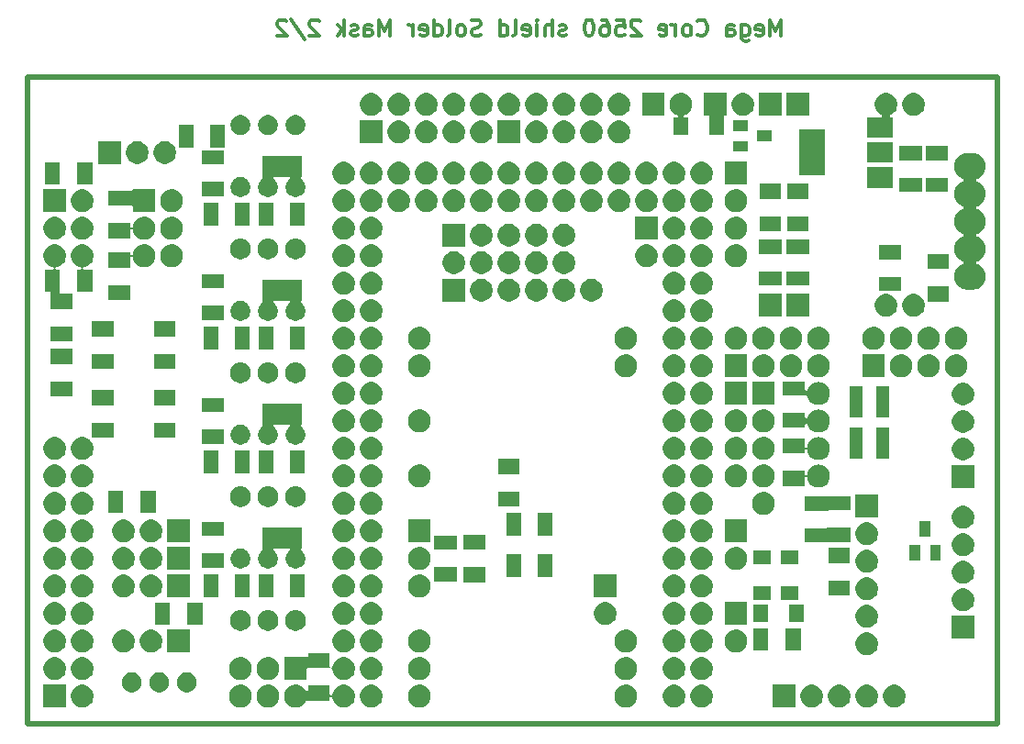
<source format=gbr>
G04 #@! TF.GenerationSoftware,KiCad,Pcbnew,(5.1.5)-3*
G04 #@! TF.CreationDate,2021-04-18T18:31:53+02:00*
G04 #@! TF.ProjectId,Mega_2560 core mini_full_2.2,4d656761-5f32-4353-9630-20636f726520,2.2*
G04 #@! TF.SameCoordinates,Original*
G04 #@! TF.FileFunction,Soldermask,Bot*
G04 #@! TF.FilePolarity,Negative*
%FSLAX46Y46*%
G04 Gerber Fmt 4.6, Leading zero omitted, Abs format (unit mm)*
G04 Created by KiCad (PCBNEW (5.1.5)-3) date 2021-04-18 18:31:53*
%MOMM*%
%LPD*%
G04 APERTURE LIST*
%ADD10C,0.500000*%
%ADD11C,0.300000*%
%ADD12C,0.100000*%
G04 APERTURE END LIST*
D10*
X140177520Y-61879480D02*
X140177520Y-121569480D01*
X229712520Y-61879480D02*
X140177520Y-61879480D01*
X229712520Y-121569480D02*
X229712520Y-61879480D01*
X140177520Y-121569480D02*
X229712520Y-121569480D01*
D11*
X209746805Y-58113051D02*
X209746805Y-56613051D01*
X209246805Y-57684480D01*
X208746805Y-56613051D01*
X208746805Y-58113051D01*
X207461091Y-58041622D02*
X207603948Y-58113051D01*
X207889662Y-58113051D01*
X208032520Y-58041622D01*
X208103948Y-57898765D01*
X208103948Y-57327337D01*
X208032520Y-57184480D01*
X207889662Y-57113051D01*
X207603948Y-57113051D01*
X207461091Y-57184480D01*
X207389662Y-57327337D01*
X207389662Y-57470194D01*
X208103948Y-57613051D01*
X206103948Y-57113051D02*
X206103948Y-58327337D01*
X206175377Y-58470194D01*
X206246805Y-58541622D01*
X206389662Y-58613051D01*
X206603948Y-58613051D01*
X206746805Y-58541622D01*
X206103948Y-58041622D02*
X206246805Y-58113051D01*
X206532520Y-58113051D01*
X206675377Y-58041622D01*
X206746805Y-57970194D01*
X206818234Y-57827337D01*
X206818234Y-57398765D01*
X206746805Y-57255908D01*
X206675377Y-57184480D01*
X206532520Y-57113051D01*
X206246805Y-57113051D01*
X206103948Y-57184480D01*
X204746805Y-58113051D02*
X204746805Y-57327337D01*
X204818234Y-57184480D01*
X204961091Y-57113051D01*
X205246805Y-57113051D01*
X205389662Y-57184480D01*
X204746805Y-58041622D02*
X204889662Y-58113051D01*
X205246805Y-58113051D01*
X205389662Y-58041622D01*
X205461091Y-57898765D01*
X205461091Y-57755908D01*
X205389662Y-57613051D01*
X205246805Y-57541622D01*
X204889662Y-57541622D01*
X204746805Y-57470194D01*
X202032520Y-57970194D02*
X202103948Y-58041622D01*
X202318234Y-58113051D01*
X202461091Y-58113051D01*
X202675377Y-58041622D01*
X202818234Y-57898765D01*
X202889662Y-57755908D01*
X202961091Y-57470194D01*
X202961091Y-57255908D01*
X202889662Y-56970194D01*
X202818234Y-56827337D01*
X202675377Y-56684480D01*
X202461091Y-56613051D01*
X202318234Y-56613051D01*
X202103948Y-56684480D01*
X202032520Y-56755908D01*
X201175377Y-58113051D02*
X201318234Y-58041622D01*
X201389662Y-57970194D01*
X201461091Y-57827337D01*
X201461091Y-57398765D01*
X201389662Y-57255908D01*
X201318234Y-57184480D01*
X201175377Y-57113051D01*
X200961091Y-57113051D01*
X200818234Y-57184480D01*
X200746805Y-57255908D01*
X200675377Y-57398765D01*
X200675377Y-57827337D01*
X200746805Y-57970194D01*
X200818234Y-58041622D01*
X200961091Y-58113051D01*
X201175377Y-58113051D01*
X200032520Y-58113051D02*
X200032520Y-57113051D01*
X200032520Y-57398765D02*
X199961091Y-57255908D01*
X199889662Y-57184480D01*
X199746805Y-57113051D01*
X199603948Y-57113051D01*
X198532520Y-58041622D02*
X198675377Y-58113051D01*
X198961091Y-58113051D01*
X199103948Y-58041622D01*
X199175377Y-57898765D01*
X199175377Y-57327337D01*
X199103948Y-57184480D01*
X198961091Y-57113051D01*
X198675377Y-57113051D01*
X198532520Y-57184480D01*
X198461091Y-57327337D01*
X198461091Y-57470194D01*
X199175377Y-57613051D01*
X196746805Y-56755908D02*
X196675377Y-56684480D01*
X196532520Y-56613051D01*
X196175377Y-56613051D01*
X196032520Y-56684480D01*
X195961091Y-56755908D01*
X195889662Y-56898765D01*
X195889662Y-57041622D01*
X195961091Y-57255908D01*
X196818234Y-58113051D01*
X195889662Y-58113051D01*
X194532520Y-56613051D02*
X195246805Y-56613051D01*
X195318234Y-57327337D01*
X195246805Y-57255908D01*
X195103948Y-57184480D01*
X194746805Y-57184480D01*
X194603948Y-57255908D01*
X194532520Y-57327337D01*
X194461091Y-57470194D01*
X194461091Y-57827337D01*
X194532520Y-57970194D01*
X194603948Y-58041622D01*
X194746805Y-58113051D01*
X195103948Y-58113051D01*
X195246805Y-58041622D01*
X195318234Y-57970194D01*
X193175377Y-56613051D02*
X193461091Y-56613051D01*
X193603948Y-56684480D01*
X193675377Y-56755908D01*
X193818234Y-56970194D01*
X193889662Y-57255908D01*
X193889662Y-57827337D01*
X193818234Y-57970194D01*
X193746805Y-58041622D01*
X193603948Y-58113051D01*
X193318234Y-58113051D01*
X193175377Y-58041622D01*
X193103948Y-57970194D01*
X193032520Y-57827337D01*
X193032520Y-57470194D01*
X193103948Y-57327337D01*
X193175377Y-57255908D01*
X193318234Y-57184480D01*
X193603948Y-57184480D01*
X193746805Y-57255908D01*
X193818234Y-57327337D01*
X193889662Y-57470194D01*
X192103948Y-56613051D02*
X191961091Y-56613051D01*
X191818234Y-56684480D01*
X191746805Y-56755908D01*
X191675377Y-56898765D01*
X191603948Y-57184480D01*
X191603948Y-57541622D01*
X191675377Y-57827337D01*
X191746805Y-57970194D01*
X191818234Y-58041622D01*
X191961091Y-58113051D01*
X192103948Y-58113051D01*
X192246805Y-58041622D01*
X192318234Y-57970194D01*
X192389662Y-57827337D01*
X192461091Y-57541622D01*
X192461091Y-57184480D01*
X192389662Y-56898765D01*
X192318234Y-56755908D01*
X192246805Y-56684480D01*
X192103948Y-56613051D01*
X189889662Y-58041622D02*
X189746805Y-58113051D01*
X189461091Y-58113051D01*
X189318234Y-58041622D01*
X189246805Y-57898765D01*
X189246805Y-57827337D01*
X189318234Y-57684480D01*
X189461091Y-57613051D01*
X189675377Y-57613051D01*
X189818234Y-57541622D01*
X189889662Y-57398765D01*
X189889662Y-57327337D01*
X189818234Y-57184480D01*
X189675377Y-57113051D01*
X189461091Y-57113051D01*
X189318234Y-57184480D01*
X188603948Y-58113051D02*
X188603948Y-56613051D01*
X187961091Y-58113051D02*
X187961091Y-57327337D01*
X188032520Y-57184480D01*
X188175377Y-57113051D01*
X188389662Y-57113051D01*
X188532520Y-57184480D01*
X188603948Y-57255908D01*
X187246805Y-58113051D02*
X187246805Y-57113051D01*
X187246805Y-56613051D02*
X187318234Y-56684480D01*
X187246805Y-56755908D01*
X187175377Y-56684480D01*
X187246805Y-56613051D01*
X187246805Y-56755908D01*
X185961091Y-58041622D02*
X186103948Y-58113051D01*
X186389662Y-58113051D01*
X186532520Y-58041622D01*
X186603948Y-57898765D01*
X186603948Y-57327337D01*
X186532520Y-57184480D01*
X186389662Y-57113051D01*
X186103948Y-57113051D01*
X185961091Y-57184480D01*
X185889662Y-57327337D01*
X185889662Y-57470194D01*
X186603948Y-57613051D01*
X185032520Y-58113051D02*
X185175377Y-58041622D01*
X185246805Y-57898765D01*
X185246805Y-56613051D01*
X183818234Y-58113051D02*
X183818234Y-56613051D01*
X183818234Y-58041622D02*
X183961091Y-58113051D01*
X184246805Y-58113051D01*
X184389662Y-58041622D01*
X184461091Y-57970194D01*
X184532520Y-57827337D01*
X184532520Y-57398765D01*
X184461091Y-57255908D01*
X184389662Y-57184480D01*
X184246805Y-57113051D01*
X183961091Y-57113051D01*
X183818234Y-57184480D01*
X182032520Y-58041622D02*
X181818234Y-58113051D01*
X181461091Y-58113051D01*
X181318234Y-58041622D01*
X181246805Y-57970194D01*
X181175377Y-57827337D01*
X181175377Y-57684480D01*
X181246805Y-57541622D01*
X181318234Y-57470194D01*
X181461091Y-57398765D01*
X181746805Y-57327337D01*
X181889662Y-57255908D01*
X181961091Y-57184480D01*
X182032520Y-57041622D01*
X182032520Y-56898765D01*
X181961091Y-56755908D01*
X181889662Y-56684480D01*
X181746805Y-56613051D01*
X181389662Y-56613051D01*
X181175377Y-56684480D01*
X180318234Y-58113051D02*
X180461091Y-58041622D01*
X180532520Y-57970194D01*
X180603948Y-57827337D01*
X180603948Y-57398765D01*
X180532520Y-57255908D01*
X180461091Y-57184480D01*
X180318234Y-57113051D01*
X180103948Y-57113051D01*
X179961091Y-57184480D01*
X179889662Y-57255908D01*
X179818234Y-57398765D01*
X179818234Y-57827337D01*
X179889662Y-57970194D01*
X179961091Y-58041622D01*
X180103948Y-58113051D01*
X180318234Y-58113051D01*
X178961091Y-58113051D02*
X179103948Y-58041622D01*
X179175377Y-57898765D01*
X179175377Y-56613051D01*
X177746805Y-58113051D02*
X177746805Y-56613051D01*
X177746805Y-58041622D02*
X177889662Y-58113051D01*
X178175377Y-58113051D01*
X178318234Y-58041622D01*
X178389662Y-57970194D01*
X178461091Y-57827337D01*
X178461091Y-57398765D01*
X178389662Y-57255908D01*
X178318234Y-57184480D01*
X178175377Y-57113051D01*
X177889662Y-57113051D01*
X177746805Y-57184480D01*
X176461091Y-58041622D02*
X176603948Y-58113051D01*
X176889662Y-58113051D01*
X177032520Y-58041622D01*
X177103948Y-57898765D01*
X177103948Y-57327337D01*
X177032520Y-57184480D01*
X176889662Y-57113051D01*
X176603948Y-57113051D01*
X176461091Y-57184480D01*
X176389662Y-57327337D01*
X176389662Y-57470194D01*
X177103948Y-57613051D01*
X175746805Y-58113051D02*
X175746805Y-57113051D01*
X175746805Y-57398765D02*
X175675377Y-57255908D01*
X175603948Y-57184480D01*
X175461091Y-57113051D01*
X175318234Y-57113051D01*
X173675377Y-58113051D02*
X173675377Y-56613051D01*
X173175377Y-57684480D01*
X172675377Y-56613051D01*
X172675377Y-58113051D01*
X171318234Y-58113051D02*
X171318234Y-57327337D01*
X171389662Y-57184480D01*
X171532520Y-57113051D01*
X171818234Y-57113051D01*
X171961091Y-57184480D01*
X171318234Y-58041622D02*
X171461091Y-58113051D01*
X171818234Y-58113051D01*
X171961091Y-58041622D01*
X172032520Y-57898765D01*
X172032520Y-57755908D01*
X171961091Y-57613051D01*
X171818234Y-57541622D01*
X171461091Y-57541622D01*
X171318234Y-57470194D01*
X170675377Y-58041622D02*
X170532520Y-58113051D01*
X170246805Y-58113051D01*
X170103948Y-58041622D01*
X170032520Y-57898765D01*
X170032520Y-57827337D01*
X170103948Y-57684480D01*
X170246805Y-57613051D01*
X170461091Y-57613051D01*
X170603948Y-57541622D01*
X170675377Y-57398765D01*
X170675377Y-57327337D01*
X170603948Y-57184480D01*
X170461091Y-57113051D01*
X170246805Y-57113051D01*
X170103948Y-57184480D01*
X169389662Y-58113051D02*
X169389662Y-56613051D01*
X169246805Y-57541622D02*
X168818234Y-58113051D01*
X168818234Y-57113051D02*
X169389662Y-57684480D01*
X167103948Y-56755908D02*
X167032520Y-56684480D01*
X166889662Y-56613051D01*
X166532520Y-56613051D01*
X166389662Y-56684480D01*
X166318234Y-56755908D01*
X166246805Y-56898765D01*
X166246805Y-57041622D01*
X166318234Y-57255908D01*
X167175377Y-58113051D01*
X166246805Y-58113051D01*
X164532520Y-56541622D02*
X165818234Y-58470194D01*
X164103948Y-56755908D02*
X164032520Y-56684480D01*
X163889662Y-56613051D01*
X163532520Y-56613051D01*
X163389662Y-56684480D01*
X163318234Y-56755908D01*
X163246805Y-56898765D01*
X163246805Y-57041622D01*
X163318234Y-57255908D01*
X164175377Y-58113051D01*
X163246805Y-58113051D01*
D12*
G36*
X220316207Y-117984507D02*
G01*
X220493794Y-118019830D01*
X220684882Y-118098982D01*
X220856856Y-118213891D01*
X221003109Y-118360144D01*
X221118018Y-118532118D01*
X221197170Y-118723206D01*
X221237520Y-118926064D01*
X221237520Y-119132896D01*
X221197170Y-119335754D01*
X221118018Y-119526842D01*
X221003109Y-119698816D01*
X220856856Y-119845069D01*
X220684882Y-119959978D01*
X220493794Y-120039130D01*
X220316207Y-120074453D01*
X220290937Y-120079480D01*
X220084103Y-120079480D01*
X220058833Y-120074453D01*
X219881246Y-120039130D01*
X219690158Y-119959978D01*
X219518184Y-119845069D01*
X219371931Y-119698816D01*
X219257022Y-119526842D01*
X219177870Y-119335754D01*
X219137520Y-119132896D01*
X219137520Y-118926064D01*
X219177870Y-118723206D01*
X219257022Y-118532118D01*
X219371931Y-118360144D01*
X219518184Y-118213891D01*
X219690158Y-118098982D01*
X219881246Y-118019830D01*
X220058833Y-117984507D01*
X220084103Y-117979480D01*
X220290937Y-117979480D01*
X220316207Y-117984507D01*
G37*
G36*
X199996207Y-117984507D02*
G01*
X200173794Y-118019830D01*
X200364882Y-118098982D01*
X200536856Y-118213891D01*
X200683109Y-118360144D01*
X200798018Y-118532118D01*
X200877170Y-118723206D01*
X200917520Y-118926064D01*
X200917520Y-119132896D01*
X200877170Y-119335754D01*
X200798018Y-119526842D01*
X200683109Y-119698816D01*
X200536856Y-119845069D01*
X200364882Y-119959978D01*
X200173794Y-120039130D01*
X199996207Y-120074453D01*
X199970937Y-120079480D01*
X199764103Y-120079480D01*
X199738833Y-120074453D01*
X199561246Y-120039130D01*
X199370158Y-119959978D01*
X199198184Y-119845069D01*
X199051931Y-119698816D01*
X198937022Y-119526842D01*
X198857870Y-119335754D01*
X198817520Y-119132896D01*
X198817520Y-118926064D01*
X198857870Y-118723206D01*
X198937022Y-118532118D01*
X199051931Y-118360144D01*
X199198184Y-118213891D01*
X199370158Y-118098982D01*
X199561246Y-118019830D01*
X199738833Y-117984507D01*
X199764103Y-117979480D01*
X199970937Y-117979480D01*
X199996207Y-117984507D01*
G37*
G36*
X211077520Y-120079480D02*
G01*
X208977520Y-120079480D01*
X208977520Y-117979480D01*
X211077520Y-117979480D01*
X211077520Y-120079480D01*
G37*
G36*
X212696207Y-117984507D02*
G01*
X212873794Y-118019830D01*
X213064882Y-118098982D01*
X213236856Y-118213891D01*
X213383109Y-118360144D01*
X213498018Y-118532118D01*
X213577170Y-118723206D01*
X213617520Y-118926064D01*
X213617520Y-119132896D01*
X213577170Y-119335754D01*
X213498018Y-119526842D01*
X213383109Y-119698816D01*
X213236856Y-119845069D01*
X213064882Y-119959978D01*
X212873794Y-120039130D01*
X212696207Y-120074453D01*
X212670937Y-120079480D01*
X212464103Y-120079480D01*
X212438833Y-120074453D01*
X212261246Y-120039130D01*
X212070158Y-119959978D01*
X211898184Y-119845069D01*
X211751931Y-119698816D01*
X211637022Y-119526842D01*
X211557870Y-119335754D01*
X211517520Y-119132896D01*
X211517520Y-118926064D01*
X211557870Y-118723206D01*
X211637022Y-118532118D01*
X211751931Y-118360144D01*
X211898184Y-118213891D01*
X212070158Y-118098982D01*
X212261246Y-118019830D01*
X212438833Y-117984507D01*
X212464103Y-117979480D01*
X212670937Y-117979480D01*
X212696207Y-117984507D01*
G37*
G36*
X215236207Y-117984507D02*
G01*
X215413794Y-118019830D01*
X215604882Y-118098982D01*
X215776856Y-118213891D01*
X215923109Y-118360144D01*
X216038018Y-118532118D01*
X216117170Y-118723206D01*
X216157520Y-118926064D01*
X216157520Y-119132896D01*
X216117170Y-119335754D01*
X216038018Y-119526842D01*
X215923109Y-119698816D01*
X215776856Y-119845069D01*
X215604882Y-119959978D01*
X215413794Y-120039130D01*
X215236207Y-120074453D01*
X215210937Y-120079480D01*
X215004103Y-120079480D01*
X214978833Y-120074453D01*
X214801246Y-120039130D01*
X214610158Y-119959978D01*
X214438184Y-119845069D01*
X214291931Y-119698816D01*
X214177022Y-119526842D01*
X214097870Y-119335754D01*
X214057520Y-119132896D01*
X214057520Y-118926064D01*
X214097870Y-118723206D01*
X214177022Y-118532118D01*
X214291931Y-118360144D01*
X214438184Y-118213891D01*
X214610158Y-118098982D01*
X214801246Y-118019830D01*
X214978833Y-117984507D01*
X215004103Y-117979480D01*
X215210937Y-117979480D01*
X215236207Y-117984507D01*
G37*
G36*
X172056207Y-117984507D02*
G01*
X172233794Y-118019830D01*
X172424882Y-118098982D01*
X172596856Y-118213891D01*
X172743109Y-118360144D01*
X172858018Y-118532118D01*
X172937170Y-118723206D01*
X172977520Y-118926064D01*
X172977520Y-119132896D01*
X172937170Y-119335754D01*
X172858018Y-119526842D01*
X172743109Y-119698816D01*
X172596856Y-119845069D01*
X172424882Y-119959978D01*
X172233794Y-120039130D01*
X172056207Y-120074453D01*
X172030937Y-120079480D01*
X171824103Y-120079480D01*
X171798833Y-120074453D01*
X171621246Y-120039130D01*
X171430158Y-119959978D01*
X171258184Y-119845069D01*
X171111931Y-119698816D01*
X170997022Y-119526842D01*
X170917870Y-119335754D01*
X170877520Y-119132896D01*
X170877520Y-118926064D01*
X170917870Y-118723206D01*
X170997022Y-118532118D01*
X171111931Y-118360144D01*
X171258184Y-118213891D01*
X171430158Y-118098982D01*
X171621246Y-118019830D01*
X171798833Y-117984507D01*
X171824103Y-117979480D01*
X172030937Y-117979480D01*
X172056207Y-117984507D01*
G37*
G36*
X202536207Y-117984507D02*
G01*
X202713794Y-118019830D01*
X202904882Y-118098982D01*
X203076856Y-118213891D01*
X203223109Y-118360144D01*
X203338018Y-118532118D01*
X203417170Y-118723206D01*
X203457520Y-118926064D01*
X203457520Y-119132896D01*
X203417170Y-119335754D01*
X203338018Y-119526842D01*
X203223109Y-119698816D01*
X203076856Y-119845069D01*
X202904882Y-119959978D01*
X202713794Y-120039130D01*
X202536207Y-120074453D01*
X202510937Y-120079480D01*
X202304103Y-120079480D01*
X202278833Y-120074453D01*
X202101246Y-120039130D01*
X201910158Y-119959978D01*
X201738184Y-119845069D01*
X201591931Y-119698816D01*
X201477022Y-119526842D01*
X201397870Y-119335754D01*
X201357520Y-119132896D01*
X201357520Y-118926064D01*
X201397870Y-118723206D01*
X201477022Y-118532118D01*
X201591931Y-118360144D01*
X201738184Y-118213891D01*
X201910158Y-118098982D01*
X202101246Y-118019830D01*
X202278833Y-117984507D01*
X202304103Y-117979480D01*
X202510937Y-117979480D01*
X202536207Y-117984507D01*
G37*
G36*
X217776207Y-117984507D02*
G01*
X217953794Y-118019830D01*
X218144882Y-118098982D01*
X218316856Y-118213891D01*
X218463109Y-118360144D01*
X218578018Y-118532118D01*
X218657170Y-118723206D01*
X218697520Y-118926064D01*
X218697520Y-119132896D01*
X218657170Y-119335754D01*
X218578018Y-119526842D01*
X218463109Y-119698816D01*
X218316856Y-119845069D01*
X218144882Y-119959978D01*
X217953794Y-120039130D01*
X217776207Y-120074453D01*
X217750937Y-120079480D01*
X217544103Y-120079480D01*
X217518833Y-120074453D01*
X217341246Y-120039130D01*
X217150158Y-119959978D01*
X216978184Y-119845069D01*
X216831931Y-119698816D01*
X216717022Y-119526842D01*
X216637870Y-119335754D01*
X216597520Y-119132896D01*
X216597520Y-118926064D01*
X216637870Y-118723206D01*
X216717022Y-118532118D01*
X216831931Y-118360144D01*
X216978184Y-118213891D01*
X217150158Y-118098982D01*
X217341246Y-118019830D01*
X217518833Y-117984507D01*
X217544103Y-117979480D01*
X217750937Y-117979480D01*
X217776207Y-117984507D01*
G37*
G36*
X159991207Y-117984507D02*
G01*
X160168794Y-118019830D01*
X160359882Y-118098982D01*
X160531856Y-118213891D01*
X160678109Y-118360144D01*
X160793018Y-118532118D01*
X160872170Y-118723206D01*
X160912520Y-118926064D01*
X160912520Y-119132896D01*
X160872170Y-119335754D01*
X160793018Y-119526842D01*
X160678109Y-119698816D01*
X160531856Y-119845069D01*
X160359882Y-119959978D01*
X160168794Y-120039130D01*
X159991207Y-120074453D01*
X159965937Y-120079480D01*
X159759103Y-120079480D01*
X159733833Y-120074453D01*
X159556246Y-120039130D01*
X159365158Y-119959978D01*
X159193184Y-119845069D01*
X159046931Y-119698816D01*
X158932022Y-119526842D01*
X158852870Y-119335754D01*
X158812520Y-119132896D01*
X158812520Y-118926064D01*
X158852870Y-118723206D01*
X158932022Y-118532118D01*
X159046931Y-118360144D01*
X159193184Y-118213891D01*
X159365158Y-118098982D01*
X159556246Y-118019830D01*
X159733833Y-117984507D01*
X159759103Y-117979480D01*
X159965937Y-117979480D01*
X159991207Y-117984507D01*
G37*
G36*
X162531207Y-117984507D02*
G01*
X162708794Y-118019830D01*
X162899882Y-118098982D01*
X163071856Y-118213891D01*
X163218109Y-118360144D01*
X163333018Y-118532118D01*
X163412170Y-118723206D01*
X163452520Y-118926064D01*
X163452520Y-119132896D01*
X163412170Y-119335754D01*
X163333018Y-119526842D01*
X163218109Y-119698816D01*
X163071856Y-119845069D01*
X162899882Y-119959978D01*
X162708794Y-120039130D01*
X162531207Y-120074453D01*
X162505937Y-120079480D01*
X162299103Y-120079480D01*
X162273833Y-120074453D01*
X162096246Y-120039130D01*
X161905158Y-119959978D01*
X161733184Y-119845069D01*
X161586931Y-119698816D01*
X161472022Y-119526842D01*
X161392870Y-119335754D01*
X161352520Y-119132896D01*
X161352520Y-118926064D01*
X161392870Y-118723206D01*
X161472022Y-118532118D01*
X161586931Y-118360144D01*
X161733184Y-118213891D01*
X161905158Y-118098982D01*
X162096246Y-118019830D01*
X162273833Y-117984507D01*
X162299103Y-117979480D01*
X162505937Y-117979480D01*
X162531207Y-117984507D01*
G37*
G36*
X165071207Y-117984507D02*
G01*
X165248794Y-118019830D01*
X165439882Y-118098982D01*
X165611856Y-118213891D01*
X165758109Y-118360144D01*
X165872594Y-118531483D01*
X165888133Y-118550418D01*
X165907075Y-118565963D01*
X165928686Y-118577514D01*
X165952135Y-118584627D01*
X165976521Y-118587029D01*
X166000907Y-118584627D01*
X166024356Y-118577514D01*
X166045967Y-118565963D01*
X166064909Y-118550418D01*
X166080454Y-118531476D01*
X166092005Y-118509865D01*
X166099118Y-118486416D01*
X166101520Y-118462030D01*
X166101520Y-118051480D01*
X168101520Y-118051480D01*
X168101520Y-118843381D01*
X168103922Y-118867767D01*
X168111035Y-118891216D01*
X168122586Y-118912827D01*
X168138131Y-118931769D01*
X168157073Y-118947314D01*
X168178684Y-118958865D01*
X168202133Y-118965978D01*
X168226519Y-118968380D01*
X168250905Y-118965978D01*
X168274354Y-118958865D01*
X168295965Y-118947314D01*
X168314907Y-118931769D01*
X168330452Y-118912827D01*
X168342003Y-118891216D01*
X168349116Y-118867767D01*
X168377870Y-118723206D01*
X168457022Y-118532118D01*
X168571931Y-118360144D01*
X168718184Y-118213891D01*
X168890158Y-118098982D01*
X169081246Y-118019830D01*
X169258833Y-117984507D01*
X169284103Y-117979480D01*
X169490937Y-117979480D01*
X169516207Y-117984507D01*
X169693794Y-118019830D01*
X169884882Y-118098982D01*
X170056856Y-118213891D01*
X170203109Y-118360144D01*
X170318018Y-118532118D01*
X170397170Y-118723206D01*
X170437520Y-118926064D01*
X170437520Y-119132896D01*
X170397170Y-119335754D01*
X170318018Y-119526842D01*
X170203109Y-119698816D01*
X170056856Y-119845069D01*
X169884882Y-119959978D01*
X169693794Y-120039130D01*
X169516207Y-120074453D01*
X169490937Y-120079480D01*
X169284103Y-120079480D01*
X169258833Y-120074453D01*
X169081246Y-120039130D01*
X168890158Y-119959978D01*
X168718184Y-119845069D01*
X168571931Y-119698816D01*
X168457022Y-119526842D01*
X168377870Y-119335754D01*
X168349115Y-119191190D01*
X168342003Y-119167744D01*
X168330452Y-119146133D01*
X168314906Y-119127191D01*
X168295964Y-119111646D01*
X168274354Y-119100095D01*
X168250905Y-119092982D01*
X168226519Y-119090580D01*
X168202133Y-119092982D01*
X168178684Y-119100095D01*
X168157073Y-119111646D01*
X168138131Y-119127192D01*
X168122586Y-119146134D01*
X168111035Y-119167744D01*
X168103922Y-119191193D01*
X168101520Y-119215579D01*
X168101520Y-119451480D01*
X165987755Y-119451480D01*
X165963369Y-119453882D01*
X165939920Y-119460995D01*
X165918309Y-119472546D01*
X165899367Y-119488091D01*
X165883822Y-119507033D01*
X165874103Y-119525217D01*
X165873019Y-119526839D01*
X165873018Y-119526842D01*
X165758109Y-119698816D01*
X165611856Y-119845069D01*
X165439882Y-119959978D01*
X165248794Y-120039130D01*
X165071207Y-120074453D01*
X165045937Y-120079480D01*
X164839103Y-120079480D01*
X164813833Y-120074453D01*
X164636246Y-120039130D01*
X164445158Y-119959978D01*
X164273184Y-119845069D01*
X164126931Y-119698816D01*
X164012022Y-119526842D01*
X163932870Y-119335754D01*
X163892520Y-119132896D01*
X163892520Y-118926064D01*
X163932870Y-118723206D01*
X164012022Y-118532118D01*
X164126931Y-118360144D01*
X164273184Y-118213891D01*
X164445158Y-118098982D01*
X164636246Y-118019830D01*
X164813833Y-117984507D01*
X164839103Y-117979480D01*
X165045937Y-117979480D01*
X165071207Y-117984507D01*
G37*
G36*
X145386207Y-117984507D02*
G01*
X145563794Y-118019830D01*
X145754882Y-118098982D01*
X145926856Y-118213891D01*
X146073109Y-118360144D01*
X146188018Y-118532118D01*
X146267170Y-118723206D01*
X146307520Y-118926064D01*
X146307520Y-119132896D01*
X146267170Y-119335754D01*
X146188018Y-119526842D01*
X146073109Y-119698816D01*
X145926856Y-119845069D01*
X145754882Y-119959978D01*
X145563794Y-120039130D01*
X145386207Y-120074453D01*
X145360937Y-120079480D01*
X145154103Y-120079480D01*
X145128833Y-120074453D01*
X144951246Y-120039130D01*
X144760158Y-119959978D01*
X144588184Y-119845069D01*
X144441931Y-119698816D01*
X144327022Y-119526842D01*
X144247870Y-119335754D01*
X144207520Y-119132896D01*
X144207520Y-118926064D01*
X144247870Y-118723206D01*
X144327022Y-118532118D01*
X144441931Y-118360144D01*
X144588184Y-118213891D01*
X144760158Y-118098982D01*
X144951246Y-118019830D01*
X145128833Y-117984507D01*
X145154103Y-117979480D01*
X145360937Y-117979480D01*
X145386207Y-117984507D01*
G37*
G36*
X143767520Y-120079480D02*
G01*
X141667520Y-120079480D01*
X141667520Y-117979480D01*
X143767520Y-117979480D01*
X143767520Y-120079480D01*
G37*
G36*
X195551207Y-117984507D02*
G01*
X195728794Y-118019830D01*
X195919882Y-118098982D01*
X196091856Y-118213891D01*
X196238109Y-118360144D01*
X196353018Y-118532118D01*
X196432170Y-118723206D01*
X196472520Y-118926064D01*
X196472520Y-119132896D01*
X196432170Y-119335754D01*
X196353018Y-119526842D01*
X196238109Y-119698816D01*
X196091856Y-119845069D01*
X195919882Y-119959978D01*
X195728794Y-120039130D01*
X195551207Y-120074453D01*
X195525937Y-120079480D01*
X195319103Y-120079480D01*
X195293833Y-120074453D01*
X195116246Y-120039130D01*
X194925158Y-119959978D01*
X194753184Y-119845069D01*
X194606931Y-119698816D01*
X194492022Y-119526842D01*
X194412870Y-119335754D01*
X194372520Y-119132896D01*
X194372520Y-118926064D01*
X194412870Y-118723206D01*
X194492022Y-118532118D01*
X194606931Y-118360144D01*
X194753184Y-118213891D01*
X194925158Y-118098982D01*
X195116246Y-118019830D01*
X195293833Y-117984507D01*
X195319103Y-117979480D01*
X195525937Y-117979480D01*
X195551207Y-117984507D01*
G37*
G36*
X176501207Y-117984507D02*
G01*
X176678794Y-118019830D01*
X176869882Y-118098982D01*
X177041856Y-118213891D01*
X177188109Y-118360144D01*
X177303018Y-118532118D01*
X177382170Y-118723206D01*
X177422520Y-118926064D01*
X177422520Y-119132896D01*
X177382170Y-119335754D01*
X177303018Y-119526842D01*
X177188109Y-119698816D01*
X177041856Y-119845069D01*
X176869882Y-119959978D01*
X176678794Y-120039130D01*
X176501207Y-120074453D01*
X176475937Y-120079480D01*
X176269103Y-120079480D01*
X176243833Y-120074453D01*
X176066246Y-120039130D01*
X175875158Y-119959978D01*
X175703184Y-119845069D01*
X175556931Y-119698816D01*
X175442022Y-119526842D01*
X175362870Y-119335754D01*
X175322520Y-119132896D01*
X175322520Y-118926064D01*
X175362870Y-118723206D01*
X175442022Y-118532118D01*
X175556931Y-118360144D01*
X175703184Y-118213891D01*
X175875158Y-118098982D01*
X176066246Y-118019830D01*
X176243833Y-117984507D01*
X176269103Y-117979480D01*
X176475937Y-117979480D01*
X176501207Y-117984507D01*
G37*
G36*
X152637873Y-116874835D02*
G01*
X152805302Y-116944186D01*
X152805303Y-116944187D01*
X152955986Y-117044870D01*
X153084130Y-117173014D01*
X153084131Y-117173016D01*
X153184814Y-117323698D01*
X153254165Y-117491127D01*
X153289520Y-117668867D01*
X153289520Y-117850093D01*
X153254165Y-118027833D01*
X153184814Y-118195262D01*
X153184813Y-118195263D01*
X153084130Y-118345946D01*
X152955986Y-118474090D01*
X152902445Y-118509865D01*
X152805302Y-118574774D01*
X152637873Y-118644125D01*
X152460133Y-118679480D01*
X152278907Y-118679480D01*
X152101167Y-118644125D01*
X151933738Y-118574774D01*
X151836595Y-118509865D01*
X151783054Y-118474090D01*
X151654910Y-118345946D01*
X151554227Y-118195263D01*
X151554226Y-118195262D01*
X151484875Y-118027833D01*
X151449520Y-117850093D01*
X151449520Y-117668867D01*
X151484875Y-117491127D01*
X151554226Y-117323698D01*
X151654909Y-117173016D01*
X151654910Y-117173014D01*
X151783054Y-117044870D01*
X151933737Y-116944187D01*
X151933738Y-116944186D01*
X152101167Y-116874835D01*
X152278907Y-116839480D01*
X152460133Y-116839480D01*
X152637873Y-116874835D01*
G37*
G36*
X150097873Y-116874835D02*
G01*
X150265302Y-116944186D01*
X150265303Y-116944187D01*
X150415986Y-117044870D01*
X150544130Y-117173014D01*
X150544131Y-117173016D01*
X150644814Y-117323698D01*
X150714165Y-117491127D01*
X150749520Y-117668867D01*
X150749520Y-117850093D01*
X150714165Y-118027833D01*
X150644814Y-118195262D01*
X150644813Y-118195263D01*
X150544130Y-118345946D01*
X150415986Y-118474090D01*
X150362445Y-118509865D01*
X150265302Y-118574774D01*
X150097873Y-118644125D01*
X149920133Y-118679480D01*
X149738907Y-118679480D01*
X149561167Y-118644125D01*
X149393738Y-118574774D01*
X149296595Y-118509865D01*
X149243054Y-118474090D01*
X149114910Y-118345946D01*
X149014227Y-118195263D01*
X149014226Y-118195262D01*
X148944875Y-118027833D01*
X148909520Y-117850093D01*
X148909520Y-117668867D01*
X148944875Y-117491127D01*
X149014226Y-117323698D01*
X149114909Y-117173016D01*
X149114910Y-117173014D01*
X149243054Y-117044870D01*
X149393737Y-116944187D01*
X149393738Y-116944186D01*
X149561167Y-116874835D01*
X149738907Y-116839480D01*
X149920133Y-116839480D01*
X150097873Y-116874835D01*
G37*
G36*
X155177873Y-116874835D02*
G01*
X155345302Y-116944186D01*
X155345303Y-116944187D01*
X155495986Y-117044870D01*
X155624130Y-117173014D01*
X155624131Y-117173016D01*
X155724814Y-117323698D01*
X155794165Y-117491127D01*
X155829520Y-117668867D01*
X155829520Y-117850093D01*
X155794165Y-118027833D01*
X155724814Y-118195262D01*
X155724813Y-118195263D01*
X155624130Y-118345946D01*
X155495986Y-118474090D01*
X155442445Y-118509865D01*
X155345302Y-118574774D01*
X155177873Y-118644125D01*
X155000133Y-118679480D01*
X154818907Y-118679480D01*
X154641167Y-118644125D01*
X154473738Y-118574774D01*
X154376595Y-118509865D01*
X154323054Y-118474090D01*
X154194910Y-118345946D01*
X154094227Y-118195263D01*
X154094226Y-118195262D01*
X154024875Y-118027833D01*
X153989520Y-117850093D01*
X153989520Y-117668867D01*
X154024875Y-117491127D01*
X154094226Y-117323698D01*
X154194909Y-117173016D01*
X154194910Y-117173014D01*
X154323054Y-117044870D01*
X154473737Y-116944187D01*
X154473738Y-116944186D01*
X154641167Y-116874835D01*
X154818907Y-116839480D01*
X155000133Y-116839480D01*
X155177873Y-116874835D01*
G37*
G36*
X172056207Y-115444507D02*
G01*
X172233794Y-115479830D01*
X172424882Y-115558982D01*
X172596856Y-115673891D01*
X172743109Y-115820144D01*
X172858018Y-115992118D01*
X172937170Y-116183206D01*
X172977520Y-116386064D01*
X172977520Y-116592896D01*
X172937170Y-116795754D01*
X172858018Y-116986842D01*
X172743109Y-117158816D01*
X172596856Y-117305069D01*
X172424882Y-117419978D01*
X172233794Y-117499130D01*
X172056207Y-117534453D01*
X172030937Y-117539480D01*
X171824103Y-117539480D01*
X171798833Y-117534453D01*
X171621246Y-117499130D01*
X171430158Y-117419978D01*
X171258184Y-117305069D01*
X171111931Y-117158816D01*
X170997022Y-116986842D01*
X170917870Y-116795754D01*
X170877520Y-116592896D01*
X170877520Y-116386064D01*
X170917870Y-116183206D01*
X170997022Y-115992118D01*
X171111931Y-115820144D01*
X171258184Y-115673891D01*
X171430158Y-115558982D01*
X171621246Y-115479830D01*
X171798833Y-115444507D01*
X171824103Y-115439480D01*
X172030937Y-115439480D01*
X172056207Y-115444507D01*
G37*
G36*
X176501207Y-115444507D02*
G01*
X176678794Y-115479830D01*
X176869882Y-115558982D01*
X177041856Y-115673891D01*
X177188109Y-115820144D01*
X177303018Y-115992118D01*
X177382170Y-116183206D01*
X177422520Y-116386064D01*
X177422520Y-116592896D01*
X177382170Y-116795754D01*
X177303018Y-116986842D01*
X177188109Y-117158816D01*
X177041856Y-117305069D01*
X176869882Y-117419978D01*
X176678794Y-117499130D01*
X176501207Y-117534453D01*
X176475937Y-117539480D01*
X176269103Y-117539480D01*
X176243833Y-117534453D01*
X176066246Y-117499130D01*
X175875158Y-117419978D01*
X175703184Y-117305069D01*
X175556931Y-117158816D01*
X175442022Y-116986842D01*
X175362870Y-116795754D01*
X175322520Y-116592896D01*
X175322520Y-116386064D01*
X175362870Y-116183206D01*
X175442022Y-115992118D01*
X175556931Y-115820144D01*
X175703184Y-115673891D01*
X175875158Y-115558982D01*
X176066246Y-115479830D01*
X176243833Y-115444507D01*
X176269103Y-115439480D01*
X176475937Y-115439480D01*
X176501207Y-115444507D01*
G37*
G36*
X195551207Y-115444507D02*
G01*
X195728794Y-115479830D01*
X195919882Y-115558982D01*
X196091856Y-115673891D01*
X196238109Y-115820144D01*
X196353018Y-115992118D01*
X196432170Y-116183206D01*
X196472520Y-116386064D01*
X196472520Y-116592896D01*
X196432170Y-116795754D01*
X196353018Y-116986842D01*
X196238109Y-117158816D01*
X196091856Y-117305069D01*
X195919882Y-117419978D01*
X195728794Y-117499130D01*
X195551207Y-117534453D01*
X195525937Y-117539480D01*
X195319103Y-117539480D01*
X195293833Y-117534453D01*
X195116246Y-117499130D01*
X194925158Y-117419978D01*
X194753184Y-117305069D01*
X194606931Y-117158816D01*
X194492022Y-116986842D01*
X194412870Y-116795754D01*
X194372520Y-116592896D01*
X194372520Y-116386064D01*
X194412870Y-116183206D01*
X194492022Y-115992118D01*
X194606931Y-115820144D01*
X194753184Y-115673891D01*
X194925158Y-115558982D01*
X195116246Y-115479830D01*
X195293833Y-115444507D01*
X195319103Y-115439480D01*
X195525937Y-115439480D01*
X195551207Y-115444507D01*
G37*
G36*
X202536207Y-115444507D02*
G01*
X202713794Y-115479830D01*
X202904882Y-115558982D01*
X203076856Y-115673891D01*
X203223109Y-115820144D01*
X203338018Y-115992118D01*
X203417170Y-116183206D01*
X203457520Y-116386064D01*
X203457520Y-116592896D01*
X203417170Y-116795754D01*
X203338018Y-116986842D01*
X203223109Y-117158816D01*
X203076856Y-117305069D01*
X202904882Y-117419978D01*
X202713794Y-117499130D01*
X202536207Y-117534453D01*
X202510937Y-117539480D01*
X202304103Y-117539480D01*
X202278833Y-117534453D01*
X202101246Y-117499130D01*
X201910158Y-117419978D01*
X201738184Y-117305069D01*
X201591931Y-117158816D01*
X201477022Y-116986842D01*
X201397870Y-116795754D01*
X201357520Y-116592896D01*
X201357520Y-116386064D01*
X201397870Y-116183206D01*
X201477022Y-115992118D01*
X201591931Y-115820144D01*
X201738184Y-115673891D01*
X201910158Y-115558982D01*
X202101246Y-115479830D01*
X202278833Y-115444507D01*
X202304103Y-115439480D01*
X202510937Y-115439480D01*
X202536207Y-115444507D01*
G37*
G36*
X142846207Y-115444507D02*
G01*
X143023794Y-115479830D01*
X143214882Y-115558982D01*
X143386856Y-115673891D01*
X143533109Y-115820144D01*
X143648018Y-115992118D01*
X143727170Y-116183206D01*
X143767520Y-116386064D01*
X143767520Y-116592896D01*
X143727170Y-116795754D01*
X143648018Y-116986842D01*
X143533109Y-117158816D01*
X143386856Y-117305069D01*
X143214882Y-117419978D01*
X143023794Y-117499130D01*
X142846207Y-117534453D01*
X142820937Y-117539480D01*
X142614103Y-117539480D01*
X142588833Y-117534453D01*
X142411246Y-117499130D01*
X142220158Y-117419978D01*
X142048184Y-117305069D01*
X141901931Y-117158816D01*
X141787022Y-116986842D01*
X141707870Y-116795754D01*
X141667520Y-116592896D01*
X141667520Y-116386064D01*
X141707870Y-116183206D01*
X141787022Y-115992118D01*
X141901931Y-115820144D01*
X142048184Y-115673891D01*
X142220158Y-115558982D01*
X142411246Y-115479830D01*
X142588833Y-115444507D01*
X142614103Y-115439480D01*
X142820937Y-115439480D01*
X142846207Y-115444507D01*
G37*
G36*
X168101520Y-116303381D02*
G01*
X168103922Y-116327767D01*
X168111035Y-116351216D01*
X168122586Y-116372827D01*
X168138131Y-116391769D01*
X168157073Y-116407314D01*
X168178684Y-116418865D01*
X168202133Y-116425978D01*
X168226519Y-116428380D01*
X168250905Y-116425978D01*
X168274354Y-116418865D01*
X168295965Y-116407314D01*
X168314907Y-116391769D01*
X168330452Y-116372827D01*
X168342003Y-116351216D01*
X168349116Y-116327767D01*
X168377870Y-116183206D01*
X168457022Y-115992118D01*
X168571931Y-115820144D01*
X168718184Y-115673891D01*
X168890158Y-115558982D01*
X169081246Y-115479830D01*
X169258833Y-115444507D01*
X169284103Y-115439480D01*
X169490937Y-115439480D01*
X169516207Y-115444507D01*
X169693794Y-115479830D01*
X169884882Y-115558982D01*
X170056856Y-115673891D01*
X170203109Y-115820144D01*
X170318018Y-115992118D01*
X170397170Y-116183206D01*
X170437520Y-116386064D01*
X170437520Y-116592896D01*
X170397170Y-116795754D01*
X170318018Y-116986842D01*
X170203109Y-117158816D01*
X170056856Y-117305069D01*
X169884882Y-117419978D01*
X169693794Y-117499130D01*
X169516207Y-117534453D01*
X169490937Y-117539480D01*
X169284103Y-117539480D01*
X169258833Y-117534453D01*
X169081246Y-117499130D01*
X168890158Y-117419978D01*
X168718184Y-117305069D01*
X168571931Y-117158816D01*
X168457022Y-116986842D01*
X168377870Y-116795754D01*
X168337520Y-116592896D01*
X168337520Y-116576479D01*
X168335118Y-116552093D01*
X168328005Y-116528644D01*
X168316454Y-116507033D01*
X168300909Y-116488091D01*
X168281967Y-116472546D01*
X168260356Y-116460995D01*
X168236907Y-116453882D01*
X168212521Y-116451480D01*
X166117519Y-116451480D01*
X166093133Y-116453882D01*
X166069684Y-116460995D01*
X166048073Y-116472546D01*
X166029131Y-116488091D01*
X166013586Y-116507033D01*
X166002035Y-116528644D01*
X165994922Y-116552093D01*
X165992520Y-116576479D01*
X165992520Y-117539480D01*
X163892520Y-117539480D01*
X163892520Y-115439480D01*
X165976521Y-115439480D01*
X166000907Y-115437078D01*
X166024356Y-115429965D01*
X166045967Y-115418414D01*
X166064909Y-115402869D01*
X166080454Y-115383927D01*
X166092005Y-115362316D01*
X166099118Y-115338867D01*
X166101520Y-115314481D01*
X166101520Y-115051480D01*
X168101520Y-115051480D01*
X168101520Y-116303381D01*
G37*
G36*
X145386207Y-115444507D02*
G01*
X145563794Y-115479830D01*
X145754882Y-115558982D01*
X145926856Y-115673891D01*
X146073109Y-115820144D01*
X146188018Y-115992118D01*
X146267170Y-116183206D01*
X146307520Y-116386064D01*
X146307520Y-116592896D01*
X146267170Y-116795754D01*
X146188018Y-116986842D01*
X146073109Y-117158816D01*
X145926856Y-117305069D01*
X145754882Y-117419978D01*
X145563794Y-117499130D01*
X145386207Y-117534453D01*
X145360937Y-117539480D01*
X145154103Y-117539480D01*
X145128833Y-117534453D01*
X144951246Y-117499130D01*
X144760158Y-117419978D01*
X144588184Y-117305069D01*
X144441931Y-117158816D01*
X144327022Y-116986842D01*
X144247870Y-116795754D01*
X144207520Y-116592896D01*
X144207520Y-116386064D01*
X144247870Y-116183206D01*
X144327022Y-115992118D01*
X144441931Y-115820144D01*
X144588184Y-115673891D01*
X144760158Y-115558982D01*
X144951246Y-115479830D01*
X145128833Y-115444507D01*
X145154103Y-115439480D01*
X145360937Y-115439480D01*
X145386207Y-115444507D01*
G37*
G36*
X162531207Y-115444507D02*
G01*
X162708794Y-115479830D01*
X162899882Y-115558982D01*
X163071856Y-115673891D01*
X163218109Y-115820144D01*
X163333018Y-115992118D01*
X163412170Y-116183206D01*
X163452520Y-116386064D01*
X163452520Y-116592896D01*
X163412170Y-116795754D01*
X163333018Y-116986842D01*
X163218109Y-117158816D01*
X163071856Y-117305069D01*
X162899882Y-117419978D01*
X162708794Y-117499130D01*
X162531207Y-117534453D01*
X162505937Y-117539480D01*
X162299103Y-117539480D01*
X162273833Y-117534453D01*
X162096246Y-117499130D01*
X161905158Y-117419978D01*
X161733184Y-117305069D01*
X161586931Y-117158816D01*
X161472022Y-116986842D01*
X161392870Y-116795754D01*
X161352520Y-116592896D01*
X161352520Y-116386064D01*
X161392870Y-116183206D01*
X161472022Y-115992118D01*
X161586931Y-115820144D01*
X161733184Y-115673891D01*
X161905158Y-115558982D01*
X162096246Y-115479830D01*
X162273833Y-115444507D01*
X162299103Y-115439480D01*
X162505937Y-115439480D01*
X162531207Y-115444507D01*
G37*
G36*
X159991207Y-115444507D02*
G01*
X160168794Y-115479830D01*
X160359882Y-115558982D01*
X160531856Y-115673891D01*
X160678109Y-115820144D01*
X160793018Y-115992118D01*
X160872170Y-116183206D01*
X160912520Y-116386064D01*
X160912520Y-116592896D01*
X160872170Y-116795754D01*
X160793018Y-116986842D01*
X160678109Y-117158816D01*
X160531856Y-117305069D01*
X160359882Y-117419978D01*
X160168794Y-117499130D01*
X159991207Y-117534453D01*
X159965937Y-117539480D01*
X159759103Y-117539480D01*
X159733833Y-117534453D01*
X159556246Y-117499130D01*
X159365158Y-117419978D01*
X159193184Y-117305069D01*
X159046931Y-117158816D01*
X158932022Y-116986842D01*
X158852870Y-116795754D01*
X158812520Y-116592896D01*
X158812520Y-116386064D01*
X158852870Y-116183206D01*
X158932022Y-115992118D01*
X159046931Y-115820144D01*
X159193184Y-115673891D01*
X159365158Y-115558982D01*
X159556246Y-115479830D01*
X159733833Y-115444507D01*
X159759103Y-115439480D01*
X159965937Y-115439480D01*
X159991207Y-115444507D01*
G37*
G36*
X199996207Y-115444507D02*
G01*
X200173794Y-115479830D01*
X200364882Y-115558982D01*
X200536856Y-115673891D01*
X200683109Y-115820144D01*
X200798018Y-115992118D01*
X200877170Y-116183206D01*
X200917520Y-116386064D01*
X200917520Y-116592896D01*
X200877170Y-116795754D01*
X200798018Y-116986842D01*
X200683109Y-117158816D01*
X200536856Y-117305069D01*
X200364882Y-117419978D01*
X200173794Y-117499130D01*
X199996207Y-117534453D01*
X199970937Y-117539480D01*
X199764103Y-117539480D01*
X199738833Y-117534453D01*
X199561246Y-117499130D01*
X199370158Y-117419978D01*
X199198184Y-117305069D01*
X199051931Y-117158816D01*
X198937022Y-116986842D01*
X198857870Y-116795754D01*
X198817520Y-116592896D01*
X198817520Y-116386064D01*
X198857870Y-116183206D01*
X198937022Y-115992118D01*
X199051931Y-115820144D01*
X199198184Y-115673891D01*
X199370158Y-115558982D01*
X199561246Y-115479830D01*
X199738833Y-115444507D01*
X199764103Y-115439480D01*
X199970937Y-115439480D01*
X199996207Y-115444507D01*
G37*
G36*
X217776207Y-113158507D02*
G01*
X217953794Y-113193830D01*
X218144882Y-113272982D01*
X218316856Y-113387891D01*
X218463109Y-113534144D01*
X218578018Y-113706118D01*
X218657170Y-113897206D01*
X218697520Y-114100064D01*
X218697520Y-114306896D01*
X218657170Y-114509754D01*
X218578018Y-114700842D01*
X218463109Y-114872816D01*
X218316856Y-115019069D01*
X218144882Y-115133978D01*
X217953794Y-115213130D01*
X217776207Y-115248453D01*
X217750937Y-115253480D01*
X217544103Y-115253480D01*
X217518833Y-115248453D01*
X217341246Y-115213130D01*
X217150158Y-115133978D01*
X216978184Y-115019069D01*
X216831931Y-114872816D01*
X216717022Y-114700842D01*
X216637870Y-114509754D01*
X216597520Y-114306896D01*
X216597520Y-114100064D01*
X216637870Y-113897206D01*
X216717022Y-113706118D01*
X216831931Y-113534144D01*
X216978184Y-113387891D01*
X217150158Y-113272982D01*
X217341246Y-113193830D01*
X217518833Y-113158507D01*
X217544103Y-113153480D01*
X217750937Y-113153480D01*
X217776207Y-113158507D01*
G37*
G36*
X155197520Y-114999480D02*
G01*
X153097520Y-114999480D01*
X153097520Y-112899480D01*
X155197520Y-112899480D01*
X155197520Y-114999480D01*
G37*
G36*
X205711207Y-112904507D02*
G01*
X205888794Y-112939830D01*
X206079882Y-113018982D01*
X206251856Y-113133891D01*
X206398109Y-113280144D01*
X206513018Y-113452118D01*
X206592170Y-113643206D01*
X206632520Y-113846064D01*
X206632520Y-114052896D01*
X206592170Y-114255754D01*
X206513018Y-114446842D01*
X206398109Y-114618816D01*
X206251856Y-114765069D01*
X206079882Y-114879978D01*
X205888794Y-114959130D01*
X205711207Y-114994453D01*
X205685937Y-114999480D01*
X205479103Y-114999480D01*
X205453833Y-114994453D01*
X205276246Y-114959130D01*
X205085158Y-114879978D01*
X204913184Y-114765069D01*
X204766931Y-114618816D01*
X204652022Y-114446842D01*
X204572870Y-114255754D01*
X204532520Y-114052896D01*
X204532520Y-113846064D01*
X204572870Y-113643206D01*
X204652022Y-113452118D01*
X204766931Y-113280144D01*
X204913184Y-113133891D01*
X205085158Y-113018982D01*
X205276246Y-112939830D01*
X205453833Y-112904507D01*
X205479103Y-112899480D01*
X205685937Y-112899480D01*
X205711207Y-112904507D01*
G37*
G36*
X195551207Y-112904507D02*
G01*
X195728794Y-112939830D01*
X195919882Y-113018982D01*
X196091856Y-113133891D01*
X196238109Y-113280144D01*
X196353018Y-113452118D01*
X196432170Y-113643206D01*
X196472520Y-113846064D01*
X196472520Y-114052896D01*
X196432170Y-114255754D01*
X196353018Y-114446842D01*
X196238109Y-114618816D01*
X196091856Y-114765069D01*
X195919882Y-114879978D01*
X195728794Y-114959130D01*
X195551207Y-114994453D01*
X195525937Y-114999480D01*
X195319103Y-114999480D01*
X195293833Y-114994453D01*
X195116246Y-114959130D01*
X194925158Y-114879978D01*
X194753184Y-114765069D01*
X194606931Y-114618816D01*
X194492022Y-114446842D01*
X194412870Y-114255754D01*
X194372520Y-114052896D01*
X194372520Y-113846064D01*
X194412870Y-113643206D01*
X194492022Y-113452118D01*
X194606931Y-113280144D01*
X194753184Y-113133891D01*
X194925158Y-113018982D01*
X195116246Y-112939830D01*
X195293833Y-112904507D01*
X195319103Y-112899480D01*
X195525937Y-112899480D01*
X195551207Y-112904507D01*
G37*
G36*
X142846207Y-112904507D02*
G01*
X143023794Y-112939830D01*
X143214882Y-113018982D01*
X143386856Y-113133891D01*
X143533109Y-113280144D01*
X143648018Y-113452118D01*
X143727170Y-113643206D01*
X143767520Y-113846064D01*
X143767520Y-114052896D01*
X143727170Y-114255754D01*
X143648018Y-114446842D01*
X143533109Y-114618816D01*
X143386856Y-114765069D01*
X143214882Y-114879978D01*
X143023794Y-114959130D01*
X142846207Y-114994453D01*
X142820937Y-114999480D01*
X142614103Y-114999480D01*
X142588833Y-114994453D01*
X142411246Y-114959130D01*
X142220158Y-114879978D01*
X142048184Y-114765069D01*
X141901931Y-114618816D01*
X141787022Y-114446842D01*
X141707870Y-114255754D01*
X141667520Y-114052896D01*
X141667520Y-113846064D01*
X141707870Y-113643206D01*
X141787022Y-113452118D01*
X141901931Y-113280144D01*
X142048184Y-113133891D01*
X142220158Y-113018982D01*
X142411246Y-112939830D01*
X142588833Y-112904507D01*
X142614103Y-112899480D01*
X142820937Y-112899480D01*
X142846207Y-112904507D01*
G37*
G36*
X145386207Y-112904507D02*
G01*
X145563794Y-112939830D01*
X145754882Y-113018982D01*
X145926856Y-113133891D01*
X146073109Y-113280144D01*
X146188018Y-113452118D01*
X146267170Y-113643206D01*
X146307520Y-113846064D01*
X146307520Y-114052896D01*
X146267170Y-114255754D01*
X146188018Y-114446842D01*
X146073109Y-114618816D01*
X145926856Y-114765069D01*
X145754882Y-114879978D01*
X145563794Y-114959130D01*
X145386207Y-114994453D01*
X145360937Y-114999480D01*
X145154103Y-114999480D01*
X145128833Y-114994453D01*
X144951246Y-114959130D01*
X144760158Y-114879978D01*
X144588184Y-114765069D01*
X144441931Y-114618816D01*
X144327022Y-114446842D01*
X144247870Y-114255754D01*
X144207520Y-114052896D01*
X144207520Y-113846064D01*
X144247870Y-113643206D01*
X144327022Y-113452118D01*
X144441931Y-113280144D01*
X144588184Y-113133891D01*
X144760158Y-113018982D01*
X144951246Y-112939830D01*
X145128833Y-112904507D01*
X145154103Y-112899480D01*
X145360937Y-112899480D01*
X145386207Y-112904507D01*
G37*
G36*
X149196207Y-112904507D02*
G01*
X149373794Y-112939830D01*
X149564882Y-113018982D01*
X149736856Y-113133891D01*
X149883109Y-113280144D01*
X149998018Y-113452118D01*
X150077170Y-113643206D01*
X150117520Y-113846064D01*
X150117520Y-114052896D01*
X150077170Y-114255754D01*
X149998018Y-114446842D01*
X149883109Y-114618816D01*
X149736856Y-114765069D01*
X149564882Y-114879978D01*
X149373794Y-114959130D01*
X149196207Y-114994453D01*
X149170937Y-114999480D01*
X148964103Y-114999480D01*
X148938833Y-114994453D01*
X148761246Y-114959130D01*
X148570158Y-114879978D01*
X148398184Y-114765069D01*
X148251931Y-114618816D01*
X148137022Y-114446842D01*
X148057870Y-114255754D01*
X148017520Y-114052896D01*
X148017520Y-113846064D01*
X148057870Y-113643206D01*
X148137022Y-113452118D01*
X148251931Y-113280144D01*
X148398184Y-113133891D01*
X148570158Y-113018982D01*
X148761246Y-112939830D01*
X148938833Y-112904507D01*
X148964103Y-112899480D01*
X149170937Y-112899480D01*
X149196207Y-112904507D01*
G37*
G36*
X176501207Y-112904507D02*
G01*
X176678794Y-112939830D01*
X176869882Y-113018982D01*
X177041856Y-113133891D01*
X177188109Y-113280144D01*
X177303018Y-113452118D01*
X177382170Y-113643206D01*
X177422520Y-113846064D01*
X177422520Y-114052896D01*
X177382170Y-114255754D01*
X177303018Y-114446842D01*
X177188109Y-114618816D01*
X177041856Y-114765069D01*
X176869882Y-114879978D01*
X176678794Y-114959130D01*
X176501207Y-114994453D01*
X176475937Y-114999480D01*
X176269103Y-114999480D01*
X176243833Y-114994453D01*
X176066246Y-114959130D01*
X175875158Y-114879978D01*
X175703184Y-114765069D01*
X175556931Y-114618816D01*
X175442022Y-114446842D01*
X175362870Y-114255754D01*
X175322520Y-114052896D01*
X175322520Y-113846064D01*
X175362870Y-113643206D01*
X175442022Y-113452118D01*
X175556931Y-113280144D01*
X175703184Y-113133891D01*
X175875158Y-113018982D01*
X176066246Y-112939830D01*
X176243833Y-112904507D01*
X176269103Y-112899480D01*
X176475937Y-112899480D01*
X176501207Y-112904507D01*
G37*
G36*
X151736207Y-112904507D02*
G01*
X151913794Y-112939830D01*
X152104882Y-113018982D01*
X152276856Y-113133891D01*
X152423109Y-113280144D01*
X152538018Y-113452118D01*
X152617170Y-113643206D01*
X152657520Y-113846064D01*
X152657520Y-114052896D01*
X152617170Y-114255754D01*
X152538018Y-114446842D01*
X152423109Y-114618816D01*
X152276856Y-114765069D01*
X152104882Y-114879978D01*
X151913794Y-114959130D01*
X151736207Y-114994453D01*
X151710937Y-114999480D01*
X151504103Y-114999480D01*
X151478833Y-114994453D01*
X151301246Y-114959130D01*
X151110158Y-114879978D01*
X150938184Y-114765069D01*
X150791931Y-114618816D01*
X150677022Y-114446842D01*
X150597870Y-114255754D01*
X150557520Y-114052896D01*
X150557520Y-113846064D01*
X150597870Y-113643206D01*
X150677022Y-113452118D01*
X150791931Y-113280144D01*
X150938184Y-113133891D01*
X151110158Y-113018982D01*
X151301246Y-112939830D01*
X151478833Y-112904507D01*
X151504103Y-112899480D01*
X151710937Y-112899480D01*
X151736207Y-112904507D01*
G37*
G36*
X202536207Y-112904507D02*
G01*
X202713794Y-112939830D01*
X202904882Y-113018982D01*
X203076856Y-113133891D01*
X203223109Y-113280144D01*
X203338018Y-113452118D01*
X203417170Y-113643206D01*
X203457520Y-113846064D01*
X203457520Y-114052896D01*
X203417170Y-114255754D01*
X203338018Y-114446842D01*
X203223109Y-114618816D01*
X203076856Y-114765069D01*
X202904882Y-114879978D01*
X202713794Y-114959130D01*
X202536207Y-114994453D01*
X202510937Y-114999480D01*
X202304103Y-114999480D01*
X202278833Y-114994453D01*
X202101246Y-114959130D01*
X201910158Y-114879978D01*
X201738184Y-114765069D01*
X201591931Y-114618816D01*
X201477022Y-114446842D01*
X201397870Y-114255754D01*
X201357520Y-114052896D01*
X201357520Y-113846064D01*
X201397870Y-113643206D01*
X201477022Y-113452118D01*
X201591931Y-113280144D01*
X201738184Y-113133891D01*
X201910158Y-113018982D01*
X202101246Y-112939830D01*
X202278833Y-112904507D01*
X202304103Y-112899480D01*
X202510937Y-112899480D01*
X202536207Y-112904507D01*
G37*
G36*
X199996207Y-112904507D02*
G01*
X200173794Y-112939830D01*
X200364882Y-113018982D01*
X200536856Y-113133891D01*
X200683109Y-113280144D01*
X200798018Y-113452118D01*
X200877170Y-113643206D01*
X200917520Y-113846064D01*
X200917520Y-114052896D01*
X200877170Y-114255754D01*
X200798018Y-114446842D01*
X200683109Y-114618816D01*
X200536856Y-114765069D01*
X200364882Y-114879978D01*
X200173794Y-114959130D01*
X199996207Y-114994453D01*
X199970937Y-114999480D01*
X199764103Y-114999480D01*
X199738833Y-114994453D01*
X199561246Y-114959130D01*
X199370158Y-114879978D01*
X199198184Y-114765069D01*
X199051931Y-114618816D01*
X198937022Y-114446842D01*
X198857870Y-114255754D01*
X198817520Y-114052896D01*
X198817520Y-113846064D01*
X198857870Y-113643206D01*
X198937022Y-113452118D01*
X199051931Y-113280144D01*
X199198184Y-113133891D01*
X199370158Y-113018982D01*
X199561246Y-112939830D01*
X199738833Y-112904507D01*
X199764103Y-112899480D01*
X199970937Y-112899480D01*
X199996207Y-112904507D01*
G37*
G36*
X169516207Y-112904507D02*
G01*
X169693794Y-112939830D01*
X169884882Y-113018982D01*
X170056856Y-113133891D01*
X170203109Y-113280144D01*
X170318018Y-113452118D01*
X170397170Y-113643206D01*
X170437520Y-113846064D01*
X170437520Y-114052896D01*
X170397170Y-114255754D01*
X170318018Y-114446842D01*
X170203109Y-114618816D01*
X170056856Y-114765069D01*
X169884882Y-114879978D01*
X169693794Y-114959130D01*
X169516207Y-114994453D01*
X169490937Y-114999480D01*
X169284103Y-114999480D01*
X169258833Y-114994453D01*
X169081246Y-114959130D01*
X168890158Y-114879978D01*
X168718184Y-114765069D01*
X168571931Y-114618816D01*
X168457022Y-114446842D01*
X168377870Y-114255754D01*
X168337520Y-114052896D01*
X168337520Y-113846064D01*
X168377870Y-113643206D01*
X168457022Y-113452118D01*
X168571931Y-113280144D01*
X168718184Y-113133891D01*
X168890158Y-113018982D01*
X169081246Y-112939830D01*
X169258833Y-112904507D01*
X169284103Y-112899480D01*
X169490937Y-112899480D01*
X169516207Y-112904507D01*
G37*
G36*
X172056207Y-112904507D02*
G01*
X172233794Y-112939830D01*
X172424882Y-113018982D01*
X172596856Y-113133891D01*
X172743109Y-113280144D01*
X172858018Y-113452118D01*
X172937170Y-113643206D01*
X172977520Y-113846064D01*
X172977520Y-114052896D01*
X172937170Y-114255754D01*
X172858018Y-114446842D01*
X172743109Y-114618816D01*
X172596856Y-114765069D01*
X172424882Y-114879978D01*
X172233794Y-114959130D01*
X172056207Y-114994453D01*
X172030937Y-114999480D01*
X171824103Y-114999480D01*
X171798833Y-114994453D01*
X171621246Y-114959130D01*
X171430158Y-114879978D01*
X171258184Y-114765069D01*
X171111931Y-114618816D01*
X170997022Y-114446842D01*
X170917870Y-114255754D01*
X170877520Y-114052896D01*
X170877520Y-113846064D01*
X170917870Y-113643206D01*
X170997022Y-113452118D01*
X171111931Y-113280144D01*
X171258184Y-113133891D01*
X171430158Y-113018982D01*
X171621246Y-112939830D01*
X171798833Y-112904507D01*
X171824103Y-112899480D01*
X172030937Y-112899480D01*
X172056207Y-112904507D01*
G37*
G36*
X211568520Y-114822480D02*
G01*
X210168520Y-114822480D01*
X210168520Y-112822480D01*
X211568520Y-112822480D01*
X211568520Y-114822480D01*
G37*
G36*
X208568520Y-114822480D02*
G01*
X207168520Y-114822480D01*
X207168520Y-112822480D01*
X208568520Y-112822480D01*
X208568520Y-114822480D01*
G37*
G36*
X227587520Y-113729480D02*
G01*
X225487520Y-113729480D01*
X225487520Y-111629480D01*
X227587520Y-111629480D01*
X227587520Y-113729480D01*
G37*
G36*
X162683124Y-111119448D02*
G01*
X162754782Y-111149130D01*
X162858198Y-111191966D01*
X162858199Y-111191967D01*
X163015757Y-111297243D01*
X163149757Y-111431243D01*
X163235831Y-111560063D01*
X163255034Y-111588802D01*
X163271883Y-111629480D01*
X163327552Y-111763876D01*
X163364520Y-111949730D01*
X163364520Y-112139230D01*
X163327552Y-112325084D01*
X163292594Y-112409480D01*
X163255034Y-112500158D01*
X163255033Y-112500159D01*
X163149757Y-112657717D01*
X163015757Y-112791717D01*
X162884399Y-112879487D01*
X162858198Y-112896994D01*
X162683124Y-112969512D01*
X162497270Y-113006480D01*
X162307770Y-113006480D01*
X162121916Y-112969512D01*
X161946842Y-112896994D01*
X161920641Y-112879487D01*
X161789283Y-112791717D01*
X161655283Y-112657717D01*
X161550007Y-112500159D01*
X161550006Y-112500158D01*
X161512446Y-112409480D01*
X161477488Y-112325084D01*
X161440520Y-112139230D01*
X161440520Y-111949730D01*
X161477488Y-111763876D01*
X161533157Y-111629480D01*
X161550006Y-111588802D01*
X161569209Y-111560063D01*
X161655283Y-111431243D01*
X161789283Y-111297243D01*
X161946841Y-111191967D01*
X161946842Y-111191966D01*
X162050258Y-111149130D01*
X162121916Y-111119448D01*
X162307770Y-111082480D01*
X162497270Y-111082480D01*
X162683124Y-111119448D01*
G37*
G36*
X160143124Y-111119448D02*
G01*
X160214782Y-111149130D01*
X160318198Y-111191966D01*
X160318199Y-111191967D01*
X160475757Y-111297243D01*
X160609757Y-111431243D01*
X160695831Y-111560063D01*
X160715034Y-111588802D01*
X160731883Y-111629480D01*
X160787552Y-111763876D01*
X160824520Y-111949730D01*
X160824520Y-112139230D01*
X160787552Y-112325084D01*
X160752594Y-112409480D01*
X160715034Y-112500158D01*
X160715033Y-112500159D01*
X160609757Y-112657717D01*
X160475757Y-112791717D01*
X160344399Y-112879487D01*
X160318198Y-112896994D01*
X160143124Y-112969512D01*
X159957270Y-113006480D01*
X159767770Y-113006480D01*
X159581916Y-112969512D01*
X159406842Y-112896994D01*
X159380641Y-112879487D01*
X159249283Y-112791717D01*
X159115283Y-112657717D01*
X159010007Y-112500159D01*
X159010006Y-112500158D01*
X158972446Y-112409480D01*
X158937488Y-112325084D01*
X158900520Y-112139230D01*
X158900520Y-111949730D01*
X158937488Y-111763876D01*
X158993157Y-111629480D01*
X159010006Y-111588802D01*
X159029209Y-111560063D01*
X159115283Y-111431243D01*
X159249283Y-111297243D01*
X159406841Y-111191967D01*
X159406842Y-111191966D01*
X159510258Y-111149130D01*
X159581916Y-111119448D01*
X159767770Y-111082480D01*
X159957270Y-111082480D01*
X160143124Y-111119448D01*
G37*
G36*
X165223124Y-111119448D02*
G01*
X165294782Y-111149130D01*
X165398198Y-111191966D01*
X165398199Y-111191967D01*
X165555757Y-111297243D01*
X165689757Y-111431243D01*
X165775831Y-111560063D01*
X165795034Y-111588802D01*
X165811883Y-111629480D01*
X165867552Y-111763876D01*
X165904520Y-111949730D01*
X165904520Y-112139230D01*
X165867552Y-112325084D01*
X165832594Y-112409480D01*
X165795034Y-112500158D01*
X165795033Y-112500159D01*
X165689757Y-112657717D01*
X165555757Y-112791717D01*
X165424399Y-112879487D01*
X165398198Y-112896994D01*
X165223124Y-112969512D01*
X165037270Y-113006480D01*
X164847770Y-113006480D01*
X164661916Y-112969512D01*
X164486842Y-112896994D01*
X164460641Y-112879487D01*
X164329283Y-112791717D01*
X164195283Y-112657717D01*
X164090007Y-112500159D01*
X164090006Y-112500158D01*
X164052446Y-112409480D01*
X164017488Y-112325084D01*
X163980520Y-112139230D01*
X163980520Y-111949730D01*
X164017488Y-111763876D01*
X164073157Y-111629480D01*
X164090006Y-111588802D01*
X164109209Y-111560063D01*
X164195283Y-111431243D01*
X164329283Y-111297243D01*
X164486841Y-111191967D01*
X164486842Y-111191966D01*
X164590258Y-111149130D01*
X164661916Y-111119448D01*
X164847770Y-111082480D01*
X165037270Y-111082480D01*
X165223124Y-111119448D01*
G37*
G36*
X217776207Y-110618507D02*
G01*
X217953794Y-110653830D01*
X218144882Y-110732982D01*
X218316856Y-110847891D01*
X218463109Y-110994144D01*
X218578018Y-111166118D01*
X218657170Y-111357206D01*
X218697520Y-111560064D01*
X218697520Y-111766896D01*
X218657170Y-111969754D01*
X218578018Y-112160842D01*
X218463109Y-112332816D01*
X218316856Y-112479069D01*
X218144882Y-112593978D01*
X217953794Y-112673130D01*
X217776207Y-112708453D01*
X217750937Y-112713480D01*
X217544103Y-112713480D01*
X217518833Y-112708453D01*
X217341246Y-112673130D01*
X217150158Y-112593978D01*
X216978184Y-112479069D01*
X216831931Y-112332816D01*
X216717022Y-112160842D01*
X216637870Y-111969754D01*
X216597520Y-111766896D01*
X216597520Y-111560064D01*
X216637870Y-111357206D01*
X216717022Y-111166118D01*
X216831931Y-110994144D01*
X216978184Y-110847891D01*
X217150158Y-110732982D01*
X217341246Y-110653830D01*
X217518833Y-110618507D01*
X217544103Y-110613480D01*
X217750937Y-110613480D01*
X217776207Y-110618507D01*
G37*
G36*
X169516207Y-110364507D02*
G01*
X169693794Y-110399830D01*
X169884882Y-110478982D01*
X170056856Y-110593891D01*
X170203109Y-110740144D01*
X170318018Y-110912118D01*
X170397170Y-111103206D01*
X170414825Y-111191967D01*
X170435766Y-111297243D01*
X170437520Y-111306064D01*
X170437520Y-111512896D01*
X170397170Y-111715754D01*
X170318018Y-111906842D01*
X170203109Y-112078816D01*
X170056856Y-112225069D01*
X169884882Y-112339978D01*
X169693794Y-112419130D01*
X169516207Y-112454453D01*
X169490937Y-112459480D01*
X169284103Y-112459480D01*
X169258833Y-112454453D01*
X169081246Y-112419130D01*
X168890158Y-112339978D01*
X168718184Y-112225069D01*
X168571931Y-112078816D01*
X168457022Y-111906842D01*
X168377870Y-111715754D01*
X168337520Y-111512896D01*
X168337520Y-111306064D01*
X168339275Y-111297243D01*
X168360215Y-111191967D01*
X168377870Y-111103206D01*
X168457022Y-110912118D01*
X168571931Y-110740144D01*
X168718184Y-110593891D01*
X168890158Y-110478982D01*
X169081246Y-110399830D01*
X169258833Y-110364507D01*
X169284103Y-110359480D01*
X169490937Y-110359480D01*
X169516207Y-110364507D01*
G37*
G36*
X172056207Y-110364507D02*
G01*
X172233794Y-110399830D01*
X172424882Y-110478982D01*
X172596856Y-110593891D01*
X172743109Y-110740144D01*
X172858018Y-110912118D01*
X172937170Y-111103206D01*
X172954825Y-111191967D01*
X172975766Y-111297243D01*
X172977520Y-111306064D01*
X172977520Y-111512896D01*
X172937170Y-111715754D01*
X172858018Y-111906842D01*
X172743109Y-112078816D01*
X172596856Y-112225069D01*
X172424882Y-112339978D01*
X172233794Y-112419130D01*
X172056207Y-112454453D01*
X172030937Y-112459480D01*
X171824103Y-112459480D01*
X171798833Y-112454453D01*
X171621246Y-112419130D01*
X171430158Y-112339978D01*
X171258184Y-112225069D01*
X171111931Y-112078816D01*
X170997022Y-111906842D01*
X170917870Y-111715754D01*
X170877520Y-111512896D01*
X170877520Y-111306064D01*
X170879275Y-111297243D01*
X170900215Y-111191967D01*
X170917870Y-111103206D01*
X170997022Y-110912118D01*
X171111931Y-110740144D01*
X171258184Y-110593891D01*
X171430158Y-110478982D01*
X171621246Y-110399830D01*
X171798833Y-110364507D01*
X171824103Y-110359480D01*
X172030937Y-110359480D01*
X172056207Y-110364507D01*
G37*
G36*
X202536207Y-110364507D02*
G01*
X202713794Y-110399830D01*
X202904882Y-110478982D01*
X203076856Y-110593891D01*
X203223109Y-110740144D01*
X203338018Y-110912118D01*
X203417170Y-111103206D01*
X203434825Y-111191967D01*
X203455766Y-111297243D01*
X203457520Y-111306064D01*
X203457520Y-111512896D01*
X203417170Y-111715754D01*
X203338018Y-111906842D01*
X203223109Y-112078816D01*
X203076856Y-112225069D01*
X202904882Y-112339978D01*
X202713794Y-112419130D01*
X202536207Y-112454453D01*
X202510937Y-112459480D01*
X202304103Y-112459480D01*
X202278833Y-112454453D01*
X202101246Y-112419130D01*
X201910158Y-112339978D01*
X201738184Y-112225069D01*
X201591931Y-112078816D01*
X201477022Y-111906842D01*
X201397870Y-111715754D01*
X201357520Y-111512896D01*
X201357520Y-111306064D01*
X201359275Y-111297243D01*
X201380215Y-111191967D01*
X201397870Y-111103206D01*
X201477022Y-110912118D01*
X201591931Y-110740144D01*
X201738184Y-110593891D01*
X201910158Y-110478982D01*
X202101246Y-110399830D01*
X202278833Y-110364507D01*
X202304103Y-110359480D01*
X202510937Y-110359480D01*
X202536207Y-110364507D01*
G37*
G36*
X206632520Y-112459480D02*
G01*
X204532520Y-112459480D01*
X204532520Y-110359480D01*
X206632520Y-110359480D01*
X206632520Y-112459480D01*
G37*
G36*
X193646207Y-110364507D02*
G01*
X193823794Y-110399830D01*
X194014882Y-110478982D01*
X194186856Y-110593891D01*
X194333109Y-110740144D01*
X194448018Y-110912118D01*
X194527170Y-111103206D01*
X194544825Y-111191967D01*
X194565766Y-111297243D01*
X194567520Y-111306064D01*
X194567520Y-111512896D01*
X194527170Y-111715754D01*
X194448018Y-111906842D01*
X194333109Y-112078816D01*
X194186856Y-112225069D01*
X194014882Y-112339978D01*
X193823794Y-112419130D01*
X193646207Y-112454453D01*
X193620937Y-112459480D01*
X193414103Y-112459480D01*
X193388833Y-112454453D01*
X193211246Y-112419130D01*
X193020158Y-112339978D01*
X192848184Y-112225069D01*
X192701931Y-112078816D01*
X192587022Y-111906842D01*
X192507870Y-111715754D01*
X192467520Y-111512896D01*
X192467520Y-111306064D01*
X192469275Y-111297243D01*
X192490215Y-111191967D01*
X192507870Y-111103206D01*
X192587022Y-110912118D01*
X192701931Y-110740144D01*
X192848184Y-110593891D01*
X193020158Y-110478982D01*
X193211246Y-110399830D01*
X193388833Y-110364507D01*
X193414103Y-110359480D01*
X193620937Y-110359480D01*
X193646207Y-110364507D01*
G37*
G36*
X142846207Y-110364507D02*
G01*
X143023794Y-110399830D01*
X143214882Y-110478982D01*
X143386856Y-110593891D01*
X143533109Y-110740144D01*
X143648018Y-110912118D01*
X143727170Y-111103206D01*
X143744825Y-111191967D01*
X143765766Y-111297243D01*
X143767520Y-111306064D01*
X143767520Y-111512896D01*
X143727170Y-111715754D01*
X143648018Y-111906842D01*
X143533109Y-112078816D01*
X143386856Y-112225069D01*
X143214882Y-112339978D01*
X143023794Y-112419130D01*
X142846207Y-112454453D01*
X142820937Y-112459480D01*
X142614103Y-112459480D01*
X142588833Y-112454453D01*
X142411246Y-112419130D01*
X142220158Y-112339978D01*
X142048184Y-112225069D01*
X141901931Y-112078816D01*
X141787022Y-111906842D01*
X141707870Y-111715754D01*
X141667520Y-111512896D01*
X141667520Y-111306064D01*
X141669275Y-111297243D01*
X141690215Y-111191967D01*
X141707870Y-111103206D01*
X141787022Y-110912118D01*
X141901931Y-110740144D01*
X142048184Y-110593891D01*
X142220158Y-110478982D01*
X142411246Y-110399830D01*
X142588833Y-110364507D01*
X142614103Y-110359480D01*
X142820937Y-110359480D01*
X142846207Y-110364507D01*
G37*
G36*
X145386207Y-110364507D02*
G01*
X145563794Y-110399830D01*
X145754882Y-110478982D01*
X145926856Y-110593891D01*
X146073109Y-110740144D01*
X146188018Y-110912118D01*
X146267170Y-111103206D01*
X146284825Y-111191967D01*
X146305766Y-111297243D01*
X146307520Y-111306064D01*
X146307520Y-111512896D01*
X146267170Y-111715754D01*
X146188018Y-111906842D01*
X146073109Y-112078816D01*
X145926856Y-112225069D01*
X145754882Y-112339978D01*
X145563794Y-112419130D01*
X145386207Y-112454453D01*
X145360937Y-112459480D01*
X145154103Y-112459480D01*
X145128833Y-112454453D01*
X144951246Y-112419130D01*
X144760158Y-112339978D01*
X144588184Y-112225069D01*
X144441931Y-112078816D01*
X144327022Y-111906842D01*
X144247870Y-111715754D01*
X144207520Y-111512896D01*
X144207520Y-111306064D01*
X144209275Y-111297243D01*
X144230215Y-111191967D01*
X144247870Y-111103206D01*
X144327022Y-110912118D01*
X144441931Y-110740144D01*
X144588184Y-110593891D01*
X144760158Y-110478982D01*
X144951246Y-110399830D01*
X145128833Y-110364507D01*
X145154103Y-110359480D01*
X145360937Y-110359480D01*
X145386207Y-110364507D01*
G37*
G36*
X199996207Y-110364507D02*
G01*
X200173794Y-110399830D01*
X200364882Y-110478982D01*
X200536856Y-110593891D01*
X200683109Y-110740144D01*
X200798018Y-110912118D01*
X200877170Y-111103206D01*
X200894825Y-111191967D01*
X200915766Y-111297243D01*
X200917520Y-111306064D01*
X200917520Y-111512896D01*
X200877170Y-111715754D01*
X200798018Y-111906842D01*
X200683109Y-112078816D01*
X200536856Y-112225069D01*
X200364882Y-112339978D01*
X200173794Y-112419130D01*
X199996207Y-112454453D01*
X199970937Y-112459480D01*
X199764103Y-112459480D01*
X199738833Y-112454453D01*
X199561246Y-112419130D01*
X199370158Y-112339978D01*
X199198184Y-112225069D01*
X199051931Y-112078816D01*
X198937022Y-111906842D01*
X198857870Y-111715754D01*
X198817520Y-111512896D01*
X198817520Y-111306064D01*
X198819275Y-111297243D01*
X198840215Y-111191967D01*
X198857870Y-111103206D01*
X198937022Y-110912118D01*
X199051931Y-110740144D01*
X199198184Y-110593891D01*
X199370158Y-110478982D01*
X199561246Y-110399830D01*
X199738833Y-110364507D01*
X199764103Y-110359480D01*
X199970937Y-110359480D01*
X199996207Y-110364507D01*
G37*
G36*
X156347520Y-112409480D02*
G01*
X154947520Y-112409480D01*
X154947520Y-110409480D01*
X156347520Y-110409480D01*
X156347520Y-112409480D01*
G37*
G36*
X153347520Y-112409480D02*
G01*
X151947520Y-112409480D01*
X151947520Y-110409480D01*
X153347520Y-110409480D01*
X153347520Y-112409480D01*
G37*
G36*
X208519520Y-112209480D02*
G01*
X207219520Y-112209480D01*
X207219520Y-110609480D01*
X208519520Y-110609480D01*
X208519520Y-112209480D01*
G37*
G36*
X211819520Y-112209480D02*
G01*
X210519520Y-112209480D01*
X210519520Y-110609480D01*
X211819520Y-110609480D01*
X211819520Y-112209480D01*
G37*
G36*
X226666207Y-109094507D02*
G01*
X226843794Y-109129830D01*
X227034882Y-109208982D01*
X227206856Y-109323891D01*
X227353109Y-109470144D01*
X227468018Y-109642118D01*
X227547170Y-109833206D01*
X227587520Y-110036064D01*
X227587520Y-110242896D01*
X227547170Y-110445754D01*
X227468018Y-110636842D01*
X227353109Y-110808816D01*
X227206856Y-110955069D01*
X227034882Y-111069978D01*
X226843794Y-111149130D01*
X226666207Y-111184453D01*
X226640937Y-111189480D01*
X226434103Y-111189480D01*
X226408833Y-111184453D01*
X226231246Y-111149130D01*
X226040158Y-111069978D01*
X225868184Y-110955069D01*
X225721931Y-110808816D01*
X225607022Y-110636842D01*
X225527870Y-110445754D01*
X225487520Y-110242896D01*
X225487520Y-110036064D01*
X225527870Y-109833206D01*
X225607022Y-109642118D01*
X225721931Y-109470144D01*
X225868184Y-109323891D01*
X226040158Y-109208982D01*
X226231246Y-109129830D01*
X226408833Y-109094507D01*
X226434103Y-109089480D01*
X226640937Y-109089480D01*
X226666207Y-109094507D01*
G37*
G36*
X217776207Y-108078507D02*
G01*
X217953794Y-108113830D01*
X218144882Y-108192982D01*
X218316856Y-108307891D01*
X218463109Y-108454144D01*
X218578018Y-108626118D01*
X218657170Y-108817206D01*
X218697520Y-109020064D01*
X218697520Y-109226896D01*
X218657170Y-109429754D01*
X218578018Y-109620842D01*
X218463109Y-109792816D01*
X218316856Y-109939069D01*
X218144882Y-110053978D01*
X217953794Y-110133130D01*
X217776207Y-110168453D01*
X217750937Y-110173480D01*
X217544103Y-110173480D01*
X217518833Y-110168453D01*
X217341246Y-110133130D01*
X217150158Y-110053978D01*
X216978184Y-109939069D01*
X216831931Y-109792816D01*
X216717022Y-109620842D01*
X216637870Y-109429754D01*
X216597520Y-109226896D01*
X216597520Y-109020064D01*
X216637870Y-108817206D01*
X216717022Y-108626118D01*
X216831931Y-108454144D01*
X216978184Y-108307891D01*
X217150158Y-108192982D01*
X217341246Y-108113830D01*
X217518833Y-108078507D01*
X217544103Y-108073480D01*
X217750937Y-108073480D01*
X217776207Y-108078507D01*
G37*
G36*
X208795520Y-110153480D02*
G01*
X207195520Y-110153480D01*
X207195520Y-108853480D01*
X208795520Y-108853480D01*
X208795520Y-110153480D01*
G37*
G36*
X211335520Y-110153480D02*
G01*
X209735520Y-110153480D01*
X209735520Y-108853480D01*
X211335520Y-108853480D01*
X211335520Y-110153480D01*
G37*
G36*
X151736207Y-107824507D02*
G01*
X151913794Y-107859830D01*
X152104882Y-107938982D01*
X152276856Y-108053891D01*
X152423109Y-108200144D01*
X152538018Y-108372118D01*
X152617170Y-108563206D01*
X152657520Y-108766064D01*
X152657520Y-108972896D01*
X152617170Y-109175754D01*
X152538018Y-109366842D01*
X152423109Y-109538816D01*
X152276856Y-109685069D01*
X152104882Y-109799978D01*
X151913794Y-109879130D01*
X151736207Y-109914453D01*
X151710937Y-109919480D01*
X151504103Y-109919480D01*
X151478833Y-109914453D01*
X151301246Y-109879130D01*
X151110158Y-109799978D01*
X150938184Y-109685069D01*
X150791931Y-109538816D01*
X150677022Y-109366842D01*
X150597870Y-109175754D01*
X150557520Y-108972896D01*
X150557520Y-108766064D01*
X150597870Y-108563206D01*
X150677022Y-108372118D01*
X150791931Y-108200144D01*
X150938184Y-108053891D01*
X151110158Y-107938982D01*
X151301246Y-107859830D01*
X151478833Y-107824507D01*
X151504103Y-107819480D01*
X151710937Y-107819480D01*
X151736207Y-107824507D01*
G37*
G36*
X162872520Y-109919480D02*
G01*
X161572520Y-109919480D01*
X161572520Y-107819480D01*
X162872520Y-107819480D01*
X162872520Y-109919480D01*
G37*
G36*
X160692520Y-109919480D02*
G01*
X159392520Y-109919480D01*
X159392520Y-107819480D01*
X160692520Y-107819480D01*
X160692520Y-109919480D01*
G37*
G36*
X157792520Y-109919480D02*
G01*
X156492520Y-109919480D01*
X156492520Y-107819480D01*
X157792520Y-107819480D01*
X157792520Y-109919480D01*
G37*
G36*
X172056207Y-107824507D02*
G01*
X172233794Y-107859830D01*
X172424882Y-107938982D01*
X172596856Y-108053891D01*
X172743109Y-108200144D01*
X172858018Y-108372118D01*
X172937170Y-108563206D01*
X172977520Y-108766064D01*
X172977520Y-108972896D01*
X172937170Y-109175754D01*
X172858018Y-109366842D01*
X172743109Y-109538816D01*
X172596856Y-109685069D01*
X172424882Y-109799978D01*
X172233794Y-109879130D01*
X172056207Y-109914453D01*
X172030937Y-109919480D01*
X171824103Y-109919480D01*
X171798833Y-109914453D01*
X171621246Y-109879130D01*
X171430158Y-109799978D01*
X171258184Y-109685069D01*
X171111931Y-109538816D01*
X170997022Y-109366842D01*
X170917870Y-109175754D01*
X170877520Y-108972896D01*
X170877520Y-108766064D01*
X170917870Y-108563206D01*
X170997022Y-108372118D01*
X171111931Y-108200144D01*
X171258184Y-108053891D01*
X171430158Y-107938982D01*
X171621246Y-107859830D01*
X171798833Y-107824507D01*
X171824103Y-107819480D01*
X172030937Y-107819480D01*
X172056207Y-107824507D01*
G37*
G36*
X169516207Y-107824507D02*
G01*
X169693794Y-107859830D01*
X169884882Y-107938982D01*
X170056856Y-108053891D01*
X170203109Y-108200144D01*
X170318018Y-108372118D01*
X170397170Y-108563206D01*
X170437520Y-108766064D01*
X170437520Y-108972896D01*
X170397170Y-109175754D01*
X170318018Y-109366842D01*
X170203109Y-109538816D01*
X170056856Y-109685069D01*
X169884882Y-109799978D01*
X169693794Y-109879130D01*
X169516207Y-109914453D01*
X169490937Y-109919480D01*
X169284103Y-109919480D01*
X169258833Y-109914453D01*
X169081246Y-109879130D01*
X168890158Y-109799978D01*
X168718184Y-109685069D01*
X168571931Y-109538816D01*
X168457022Y-109366842D01*
X168377870Y-109175754D01*
X168337520Y-108972896D01*
X168337520Y-108766064D01*
X168377870Y-108563206D01*
X168457022Y-108372118D01*
X168571931Y-108200144D01*
X168718184Y-108053891D01*
X168890158Y-107938982D01*
X169081246Y-107859830D01*
X169258833Y-107824507D01*
X169284103Y-107819480D01*
X169490937Y-107819480D01*
X169516207Y-107824507D01*
G37*
G36*
X155197520Y-109919480D02*
G01*
X153097520Y-109919480D01*
X153097520Y-107819480D01*
X155197520Y-107819480D01*
X155197520Y-109919480D01*
G37*
G36*
X202536207Y-107824507D02*
G01*
X202713794Y-107859830D01*
X202904882Y-107938982D01*
X203076856Y-108053891D01*
X203223109Y-108200144D01*
X203338018Y-108372118D01*
X203417170Y-108563206D01*
X203457520Y-108766064D01*
X203457520Y-108972896D01*
X203417170Y-109175754D01*
X203338018Y-109366842D01*
X203223109Y-109538816D01*
X203076856Y-109685069D01*
X202904882Y-109799978D01*
X202713794Y-109879130D01*
X202536207Y-109914453D01*
X202510937Y-109919480D01*
X202304103Y-109919480D01*
X202278833Y-109914453D01*
X202101246Y-109879130D01*
X201910158Y-109799978D01*
X201738184Y-109685069D01*
X201591931Y-109538816D01*
X201477022Y-109366842D01*
X201397870Y-109175754D01*
X201357520Y-108972896D01*
X201357520Y-108766064D01*
X201397870Y-108563206D01*
X201477022Y-108372118D01*
X201591931Y-108200144D01*
X201738184Y-108053891D01*
X201910158Y-107938982D01*
X202101246Y-107859830D01*
X202278833Y-107824507D01*
X202304103Y-107819480D01*
X202510937Y-107819480D01*
X202536207Y-107824507D01*
G37*
G36*
X149196207Y-107824507D02*
G01*
X149373794Y-107859830D01*
X149564882Y-107938982D01*
X149736856Y-108053891D01*
X149883109Y-108200144D01*
X149998018Y-108372118D01*
X150077170Y-108563206D01*
X150117520Y-108766064D01*
X150117520Y-108972896D01*
X150077170Y-109175754D01*
X149998018Y-109366842D01*
X149883109Y-109538816D01*
X149736856Y-109685069D01*
X149564882Y-109799978D01*
X149373794Y-109879130D01*
X149196207Y-109914453D01*
X149170937Y-109919480D01*
X148964103Y-109919480D01*
X148938833Y-109914453D01*
X148761246Y-109879130D01*
X148570158Y-109799978D01*
X148398184Y-109685069D01*
X148251931Y-109538816D01*
X148137022Y-109366842D01*
X148057870Y-109175754D01*
X148017520Y-108972896D01*
X148017520Y-108766064D01*
X148057870Y-108563206D01*
X148137022Y-108372118D01*
X148251931Y-108200144D01*
X148398184Y-108053891D01*
X148570158Y-107938982D01*
X148761246Y-107859830D01*
X148938833Y-107824507D01*
X148964103Y-107819480D01*
X149170937Y-107819480D01*
X149196207Y-107824507D01*
G37*
G36*
X142846207Y-107824507D02*
G01*
X143023794Y-107859830D01*
X143214882Y-107938982D01*
X143386856Y-108053891D01*
X143533109Y-108200144D01*
X143648018Y-108372118D01*
X143727170Y-108563206D01*
X143767520Y-108766064D01*
X143767520Y-108972896D01*
X143727170Y-109175754D01*
X143648018Y-109366842D01*
X143533109Y-109538816D01*
X143386856Y-109685069D01*
X143214882Y-109799978D01*
X143023794Y-109879130D01*
X142846207Y-109914453D01*
X142820937Y-109919480D01*
X142614103Y-109919480D01*
X142588833Y-109914453D01*
X142411246Y-109879130D01*
X142220158Y-109799978D01*
X142048184Y-109685069D01*
X141901931Y-109538816D01*
X141787022Y-109366842D01*
X141707870Y-109175754D01*
X141667520Y-108972896D01*
X141667520Y-108766064D01*
X141707870Y-108563206D01*
X141787022Y-108372118D01*
X141901931Y-108200144D01*
X142048184Y-108053891D01*
X142220158Y-107938982D01*
X142411246Y-107859830D01*
X142588833Y-107824507D01*
X142614103Y-107819480D01*
X142820937Y-107819480D01*
X142846207Y-107824507D01*
G37*
G36*
X194567520Y-109919480D02*
G01*
X192467520Y-109919480D01*
X192467520Y-107819480D01*
X194567520Y-107819480D01*
X194567520Y-109919480D01*
G37*
G36*
X145386207Y-107824507D02*
G01*
X145563794Y-107859830D01*
X145754882Y-107938982D01*
X145926856Y-108053891D01*
X146073109Y-108200144D01*
X146188018Y-108372118D01*
X146267170Y-108563206D01*
X146307520Y-108766064D01*
X146307520Y-108972896D01*
X146267170Y-109175754D01*
X146188018Y-109366842D01*
X146073109Y-109538816D01*
X145926856Y-109685069D01*
X145754882Y-109799978D01*
X145563794Y-109879130D01*
X145386207Y-109914453D01*
X145360937Y-109919480D01*
X145154103Y-109919480D01*
X145128833Y-109914453D01*
X144951246Y-109879130D01*
X144760158Y-109799978D01*
X144588184Y-109685069D01*
X144441931Y-109538816D01*
X144327022Y-109366842D01*
X144247870Y-109175754D01*
X144207520Y-108972896D01*
X144207520Y-108766064D01*
X144247870Y-108563206D01*
X144327022Y-108372118D01*
X144441931Y-108200144D01*
X144588184Y-108053891D01*
X144760158Y-107938982D01*
X144951246Y-107859830D01*
X145128833Y-107824507D01*
X145154103Y-107819480D01*
X145360937Y-107819480D01*
X145386207Y-107824507D01*
G37*
G36*
X176501207Y-107824507D02*
G01*
X176678794Y-107859830D01*
X176869882Y-107938982D01*
X177041856Y-108053891D01*
X177188109Y-108200144D01*
X177303018Y-108372118D01*
X177382170Y-108563206D01*
X177422520Y-108766064D01*
X177422520Y-108972896D01*
X177382170Y-109175754D01*
X177303018Y-109366842D01*
X177188109Y-109538816D01*
X177041856Y-109685069D01*
X176869882Y-109799978D01*
X176678794Y-109879130D01*
X176501207Y-109914453D01*
X176475937Y-109919480D01*
X176269103Y-109919480D01*
X176243833Y-109914453D01*
X176066246Y-109879130D01*
X175875158Y-109799978D01*
X175703184Y-109685069D01*
X175556931Y-109538816D01*
X175442022Y-109366842D01*
X175362870Y-109175754D01*
X175322520Y-108972896D01*
X175322520Y-108766064D01*
X175362870Y-108563206D01*
X175442022Y-108372118D01*
X175556931Y-108200144D01*
X175703184Y-108053891D01*
X175875158Y-107938982D01*
X176066246Y-107859830D01*
X176243833Y-107824507D01*
X176269103Y-107819480D01*
X176475937Y-107819480D01*
X176501207Y-107824507D01*
G37*
G36*
X199996207Y-107824507D02*
G01*
X200173794Y-107859830D01*
X200364882Y-107938982D01*
X200536856Y-108053891D01*
X200683109Y-108200144D01*
X200798018Y-108372118D01*
X200877170Y-108563206D01*
X200917520Y-108766064D01*
X200917520Y-108972896D01*
X200877170Y-109175754D01*
X200798018Y-109366842D01*
X200683109Y-109538816D01*
X200536856Y-109685069D01*
X200364882Y-109799978D01*
X200173794Y-109879130D01*
X199996207Y-109914453D01*
X199970937Y-109919480D01*
X199764103Y-109919480D01*
X199738833Y-109914453D01*
X199561246Y-109879130D01*
X199370158Y-109799978D01*
X199198184Y-109685069D01*
X199051931Y-109538816D01*
X198937022Y-109366842D01*
X198857870Y-109175754D01*
X198817520Y-108972896D01*
X198817520Y-108766064D01*
X198857870Y-108563206D01*
X198937022Y-108372118D01*
X199051931Y-108200144D01*
X199198184Y-108053891D01*
X199370158Y-107938982D01*
X199561246Y-107859830D01*
X199738833Y-107824507D01*
X199764103Y-107819480D01*
X199970937Y-107819480D01*
X199996207Y-107824507D01*
G37*
G36*
X165772520Y-109919480D02*
G01*
X164472520Y-109919480D01*
X164472520Y-107819480D01*
X165772520Y-107819480D01*
X165772520Y-109919480D01*
G37*
G36*
X216107520Y-109775480D02*
G01*
X214107520Y-109775480D01*
X214107520Y-108375480D01*
X216107520Y-108375480D01*
X216107520Y-109775480D01*
G37*
G36*
X226666207Y-106554507D02*
G01*
X226843794Y-106589830D01*
X227034882Y-106668982D01*
X227206856Y-106783891D01*
X227353109Y-106930144D01*
X227468018Y-107102118D01*
X227547170Y-107293206D01*
X227587520Y-107496064D01*
X227587520Y-107702896D01*
X227547170Y-107905754D01*
X227468018Y-108096842D01*
X227353109Y-108268816D01*
X227206856Y-108415069D01*
X227034882Y-108529978D01*
X226843794Y-108609130D01*
X226666207Y-108644453D01*
X226640937Y-108649480D01*
X226434103Y-108649480D01*
X226408833Y-108644453D01*
X226231246Y-108609130D01*
X226040158Y-108529978D01*
X225868184Y-108415069D01*
X225721931Y-108268816D01*
X225607022Y-108096842D01*
X225527870Y-107905754D01*
X225487520Y-107702896D01*
X225487520Y-107496064D01*
X225527870Y-107293206D01*
X225607022Y-107102118D01*
X225721931Y-106930144D01*
X225868184Y-106783891D01*
X226040158Y-106668982D01*
X226231246Y-106589830D01*
X226408833Y-106554507D01*
X226434103Y-106549480D01*
X226640937Y-106549480D01*
X226666207Y-106554507D01*
G37*
G36*
X182452520Y-108529480D02*
G01*
X180452520Y-108529480D01*
X180452520Y-107129480D01*
X182452520Y-107129480D01*
X182452520Y-108529480D01*
G37*
G36*
X179835520Y-108429480D02*
G01*
X177735520Y-108429480D01*
X177735520Y-107129480D01*
X179835520Y-107129480D01*
X179835520Y-108429480D01*
G37*
G36*
X188632520Y-108014480D02*
G01*
X187332520Y-108014480D01*
X187332520Y-105914480D01*
X188632520Y-105914480D01*
X188632520Y-108014480D01*
G37*
G36*
X185732520Y-108014480D02*
G01*
X184432520Y-108014480D01*
X184432520Y-105914480D01*
X185732520Y-105914480D01*
X185732520Y-108014480D01*
G37*
G36*
X217762937Y-105535867D02*
G01*
X217953794Y-105573830D01*
X218144882Y-105652982D01*
X218316856Y-105767891D01*
X218463109Y-105914144D01*
X218578018Y-106086118D01*
X218657170Y-106277206D01*
X218697520Y-106480064D01*
X218697520Y-106686896D01*
X218657170Y-106889754D01*
X218578018Y-107080842D01*
X218463109Y-107252816D01*
X218316856Y-107399069D01*
X218144882Y-107513978D01*
X217953794Y-107593130D01*
X217776207Y-107628453D01*
X217750937Y-107633480D01*
X217544103Y-107633480D01*
X217518833Y-107628453D01*
X217341246Y-107593130D01*
X217150158Y-107513978D01*
X216978184Y-107399069D01*
X216831931Y-107252816D01*
X216717022Y-107080842D01*
X216637870Y-106889754D01*
X216597520Y-106686896D01*
X216597520Y-106480064D01*
X216637870Y-106277206D01*
X216717022Y-106086118D01*
X216831931Y-105914144D01*
X216978184Y-105767891D01*
X217150158Y-105652982D01*
X217341246Y-105573830D01*
X217532103Y-105535867D01*
X217544103Y-105533480D01*
X217750937Y-105533480D01*
X217762937Y-105535867D01*
G37*
G36*
X205711207Y-105284507D02*
G01*
X205888794Y-105319830D01*
X206079882Y-105398982D01*
X206251856Y-105513891D01*
X206398109Y-105660144D01*
X206513018Y-105832118D01*
X206592170Y-106023206D01*
X206632520Y-106226064D01*
X206632520Y-106432896D01*
X206592170Y-106635754D01*
X206513018Y-106826842D01*
X206398109Y-106998816D01*
X206251856Y-107145069D01*
X206079882Y-107259978D01*
X205888794Y-107339130D01*
X205711207Y-107374453D01*
X205685937Y-107379480D01*
X205479103Y-107379480D01*
X205453833Y-107374453D01*
X205276246Y-107339130D01*
X205085158Y-107259978D01*
X204913184Y-107145069D01*
X204766931Y-106998816D01*
X204652022Y-106826842D01*
X204572870Y-106635754D01*
X204532520Y-106432896D01*
X204532520Y-106226064D01*
X204572870Y-106023206D01*
X204652022Y-105832118D01*
X204766931Y-105660144D01*
X204913184Y-105513891D01*
X205085158Y-105398982D01*
X205276246Y-105319830D01*
X205453833Y-105284507D01*
X205479103Y-105279480D01*
X205685937Y-105279480D01*
X205711207Y-105284507D01*
G37*
G36*
X176501207Y-105284507D02*
G01*
X176678794Y-105319830D01*
X176869882Y-105398982D01*
X177041856Y-105513891D01*
X177188109Y-105660144D01*
X177303018Y-105832118D01*
X177382170Y-106023206D01*
X177422520Y-106226064D01*
X177422520Y-106432896D01*
X177382170Y-106635754D01*
X177303018Y-106826842D01*
X177188109Y-106998816D01*
X177041856Y-107145069D01*
X176869882Y-107259978D01*
X176678794Y-107339130D01*
X176501207Y-107374453D01*
X176475937Y-107379480D01*
X176269103Y-107379480D01*
X176243833Y-107374453D01*
X176066246Y-107339130D01*
X175875158Y-107259978D01*
X175703184Y-107145069D01*
X175556931Y-106998816D01*
X175442022Y-106826842D01*
X175362870Y-106635754D01*
X175322520Y-106432896D01*
X175322520Y-106226064D01*
X175362870Y-106023206D01*
X175442022Y-105832118D01*
X175556931Y-105660144D01*
X175703184Y-105513891D01*
X175875158Y-105398982D01*
X176066246Y-105319830D01*
X176243833Y-105284507D01*
X176269103Y-105279480D01*
X176475937Y-105279480D01*
X176501207Y-105284507D01*
G37*
G36*
X142846207Y-105284507D02*
G01*
X143023794Y-105319830D01*
X143214882Y-105398982D01*
X143386856Y-105513891D01*
X143533109Y-105660144D01*
X143648018Y-105832118D01*
X143727170Y-106023206D01*
X143767520Y-106226064D01*
X143767520Y-106432896D01*
X143727170Y-106635754D01*
X143648018Y-106826842D01*
X143533109Y-106998816D01*
X143386856Y-107145069D01*
X143214882Y-107259978D01*
X143023794Y-107339130D01*
X142846207Y-107374453D01*
X142820937Y-107379480D01*
X142614103Y-107379480D01*
X142588833Y-107374453D01*
X142411246Y-107339130D01*
X142220158Y-107259978D01*
X142048184Y-107145069D01*
X141901931Y-106998816D01*
X141787022Y-106826842D01*
X141707870Y-106635754D01*
X141667520Y-106432896D01*
X141667520Y-106226064D01*
X141707870Y-106023206D01*
X141787022Y-105832118D01*
X141901931Y-105660144D01*
X142048184Y-105513891D01*
X142220158Y-105398982D01*
X142411246Y-105319830D01*
X142588833Y-105284507D01*
X142614103Y-105279480D01*
X142820937Y-105279480D01*
X142846207Y-105284507D01*
G37*
G36*
X199996207Y-105284507D02*
G01*
X200173794Y-105319830D01*
X200364882Y-105398982D01*
X200536856Y-105513891D01*
X200683109Y-105660144D01*
X200798018Y-105832118D01*
X200877170Y-106023206D01*
X200917520Y-106226064D01*
X200917520Y-106432896D01*
X200877170Y-106635754D01*
X200798018Y-106826842D01*
X200683109Y-106998816D01*
X200536856Y-107145069D01*
X200364882Y-107259978D01*
X200173794Y-107339130D01*
X199996207Y-107374453D01*
X199970937Y-107379480D01*
X199764103Y-107379480D01*
X199738833Y-107374453D01*
X199561246Y-107339130D01*
X199370158Y-107259978D01*
X199198184Y-107145069D01*
X199051931Y-106998816D01*
X198937022Y-106826842D01*
X198857870Y-106635754D01*
X198817520Y-106432896D01*
X198817520Y-106226064D01*
X198857870Y-106023206D01*
X198937022Y-105832118D01*
X199051931Y-105660144D01*
X199198184Y-105513891D01*
X199370158Y-105398982D01*
X199561246Y-105319830D01*
X199738833Y-105284507D01*
X199764103Y-105279480D01*
X199970937Y-105279480D01*
X199996207Y-105284507D01*
G37*
G36*
X172056207Y-105284507D02*
G01*
X172233794Y-105319830D01*
X172424882Y-105398982D01*
X172596856Y-105513891D01*
X172743109Y-105660144D01*
X172858018Y-105832118D01*
X172937170Y-106023206D01*
X172977520Y-106226064D01*
X172977520Y-106432896D01*
X172937170Y-106635754D01*
X172858018Y-106826842D01*
X172743109Y-106998816D01*
X172596856Y-107145069D01*
X172424882Y-107259978D01*
X172233794Y-107339130D01*
X172056207Y-107374453D01*
X172030937Y-107379480D01*
X171824103Y-107379480D01*
X171798833Y-107374453D01*
X171621246Y-107339130D01*
X171430158Y-107259978D01*
X171258184Y-107145069D01*
X171111931Y-106998816D01*
X170997022Y-106826842D01*
X170917870Y-106635754D01*
X170877520Y-106432896D01*
X170877520Y-106226064D01*
X170917870Y-106023206D01*
X170997022Y-105832118D01*
X171111931Y-105660144D01*
X171258184Y-105513891D01*
X171430158Y-105398982D01*
X171621246Y-105319830D01*
X171798833Y-105284507D01*
X171824103Y-105279480D01*
X172030937Y-105279480D01*
X172056207Y-105284507D01*
G37*
G36*
X169516207Y-105284507D02*
G01*
X169693794Y-105319830D01*
X169884882Y-105398982D01*
X170056856Y-105513891D01*
X170203109Y-105660144D01*
X170318018Y-105832118D01*
X170397170Y-106023206D01*
X170437520Y-106226064D01*
X170437520Y-106432896D01*
X170397170Y-106635754D01*
X170318018Y-106826842D01*
X170203109Y-106998816D01*
X170056856Y-107145069D01*
X169884882Y-107259978D01*
X169693794Y-107339130D01*
X169516207Y-107374453D01*
X169490937Y-107379480D01*
X169284103Y-107379480D01*
X169258833Y-107374453D01*
X169081246Y-107339130D01*
X168890158Y-107259978D01*
X168718184Y-107145069D01*
X168571931Y-106998816D01*
X168457022Y-106826842D01*
X168377870Y-106635754D01*
X168337520Y-106432896D01*
X168337520Y-106226064D01*
X168377870Y-106023206D01*
X168457022Y-105832118D01*
X168571931Y-105660144D01*
X168718184Y-105513891D01*
X168890158Y-105398982D01*
X169081246Y-105319830D01*
X169258833Y-105284507D01*
X169284103Y-105279480D01*
X169490937Y-105279480D01*
X169516207Y-105284507D01*
G37*
G36*
X155197520Y-107379480D02*
G01*
X153097520Y-107379480D01*
X153097520Y-105279480D01*
X155197520Y-105279480D01*
X155197520Y-107379480D01*
G37*
G36*
X151736207Y-105284507D02*
G01*
X151913794Y-105319830D01*
X152104882Y-105398982D01*
X152276856Y-105513891D01*
X152423109Y-105660144D01*
X152538018Y-105832118D01*
X152617170Y-106023206D01*
X152657520Y-106226064D01*
X152657520Y-106432896D01*
X152617170Y-106635754D01*
X152538018Y-106826842D01*
X152423109Y-106998816D01*
X152276856Y-107145069D01*
X152104882Y-107259978D01*
X151913794Y-107339130D01*
X151736207Y-107374453D01*
X151710937Y-107379480D01*
X151504103Y-107379480D01*
X151478833Y-107374453D01*
X151301246Y-107339130D01*
X151110158Y-107259978D01*
X150938184Y-107145069D01*
X150791931Y-106998816D01*
X150677022Y-106826842D01*
X150597870Y-106635754D01*
X150557520Y-106432896D01*
X150557520Y-106226064D01*
X150597870Y-106023206D01*
X150677022Y-105832118D01*
X150791931Y-105660144D01*
X150938184Y-105513891D01*
X151110158Y-105398982D01*
X151301246Y-105319830D01*
X151478833Y-105284507D01*
X151504103Y-105279480D01*
X151710937Y-105279480D01*
X151736207Y-105284507D01*
G37*
G36*
X149196207Y-105284507D02*
G01*
X149373794Y-105319830D01*
X149564882Y-105398982D01*
X149736856Y-105513891D01*
X149883109Y-105660144D01*
X149998018Y-105832118D01*
X150077170Y-106023206D01*
X150117520Y-106226064D01*
X150117520Y-106432896D01*
X150077170Y-106635754D01*
X149998018Y-106826842D01*
X149883109Y-106998816D01*
X149736856Y-107145069D01*
X149564882Y-107259978D01*
X149373794Y-107339130D01*
X149196207Y-107374453D01*
X149170937Y-107379480D01*
X148964103Y-107379480D01*
X148938833Y-107374453D01*
X148761246Y-107339130D01*
X148570158Y-107259978D01*
X148398184Y-107145069D01*
X148251931Y-106998816D01*
X148137022Y-106826842D01*
X148057870Y-106635754D01*
X148017520Y-106432896D01*
X148017520Y-106226064D01*
X148057870Y-106023206D01*
X148137022Y-105832118D01*
X148251931Y-105660144D01*
X148398184Y-105513891D01*
X148570158Y-105398982D01*
X148761246Y-105319830D01*
X148938833Y-105284507D01*
X148964103Y-105279480D01*
X149170937Y-105279480D01*
X149196207Y-105284507D01*
G37*
G36*
X145386207Y-105284507D02*
G01*
X145563794Y-105319830D01*
X145754882Y-105398982D01*
X145926856Y-105513891D01*
X146073109Y-105660144D01*
X146188018Y-105832118D01*
X146267170Y-106023206D01*
X146307520Y-106226064D01*
X146307520Y-106432896D01*
X146267170Y-106635754D01*
X146188018Y-106826842D01*
X146073109Y-106998816D01*
X145926856Y-107145069D01*
X145754882Y-107259978D01*
X145563794Y-107339130D01*
X145386207Y-107374453D01*
X145360937Y-107379480D01*
X145154103Y-107379480D01*
X145128833Y-107374453D01*
X144951246Y-107339130D01*
X144760158Y-107259978D01*
X144588184Y-107145069D01*
X144441931Y-106998816D01*
X144327022Y-106826842D01*
X144247870Y-106635754D01*
X144207520Y-106432896D01*
X144207520Y-106226064D01*
X144247870Y-106023206D01*
X144327022Y-105832118D01*
X144441931Y-105660144D01*
X144588184Y-105513891D01*
X144760158Y-105398982D01*
X144951246Y-105319830D01*
X145128833Y-105284507D01*
X145154103Y-105279480D01*
X145360937Y-105279480D01*
X145386207Y-105284507D01*
G37*
G36*
X202536207Y-105284507D02*
G01*
X202713794Y-105319830D01*
X202904882Y-105398982D01*
X203076856Y-105513891D01*
X203223109Y-105660144D01*
X203338018Y-105832118D01*
X203417170Y-106023206D01*
X203457520Y-106226064D01*
X203457520Y-106432896D01*
X203417170Y-106635754D01*
X203338018Y-106826842D01*
X203223109Y-106998816D01*
X203076856Y-107145069D01*
X202904882Y-107259978D01*
X202713794Y-107339130D01*
X202536207Y-107374453D01*
X202510937Y-107379480D01*
X202304103Y-107379480D01*
X202278833Y-107374453D01*
X202101246Y-107339130D01*
X201910158Y-107259978D01*
X201738184Y-107145069D01*
X201591931Y-106998816D01*
X201477022Y-106826842D01*
X201397870Y-106635754D01*
X201357520Y-106432896D01*
X201357520Y-106226064D01*
X201397870Y-106023206D01*
X201477022Y-105832118D01*
X201591931Y-105660144D01*
X201738184Y-105513891D01*
X201910158Y-105398982D01*
X202101246Y-105319830D01*
X202278833Y-105284507D01*
X202304103Y-105279480D01*
X202510937Y-105279480D01*
X202536207Y-105284507D01*
G37*
G36*
X165533680Y-105405470D02*
G01*
X165529796Y-105407546D01*
X165510854Y-105423091D01*
X165495309Y-105442033D01*
X165483758Y-105463644D01*
X165476645Y-105487093D01*
X165474243Y-105511479D01*
X165476645Y-105535865D01*
X165483758Y-105559314D01*
X165495309Y-105580925D01*
X165510854Y-105599867D01*
X165528293Y-105614178D01*
X165528983Y-105614868D01*
X165528986Y-105614870D01*
X165657130Y-105743014D01*
X165657131Y-105743016D01*
X165757814Y-105893698D01*
X165827165Y-106061127D01*
X165862520Y-106238867D01*
X165862520Y-106420093D01*
X165827165Y-106597833D01*
X165757814Y-106765262D01*
X165745366Y-106783891D01*
X165657130Y-106915946D01*
X165528986Y-107044090D01*
X165473986Y-107080840D01*
X165378302Y-107144774D01*
X165210873Y-107214125D01*
X165033133Y-107249480D01*
X164851907Y-107249480D01*
X164674167Y-107214125D01*
X164506738Y-107144774D01*
X164411054Y-107080840D01*
X164356054Y-107044090D01*
X164227910Y-106915946D01*
X164139674Y-106783891D01*
X164127226Y-106765262D01*
X164057875Y-106597833D01*
X164022520Y-106420093D01*
X164022520Y-106238867D01*
X164057875Y-106061127D01*
X164127226Y-105893698D01*
X164227909Y-105743016D01*
X164227910Y-105743014D01*
X164356054Y-105614870D01*
X164356057Y-105614868D01*
X164356748Y-105614177D01*
X164374184Y-105599868D01*
X164389730Y-105580927D01*
X164401281Y-105559316D01*
X164408395Y-105535867D01*
X164410797Y-105511481D01*
X164408396Y-105487095D01*
X164401283Y-105463646D01*
X164389732Y-105442035D01*
X164374187Y-105423093D01*
X164355246Y-105407547D01*
X164333635Y-105395996D01*
X164310186Y-105388882D01*
X164285798Y-105386480D01*
X163059242Y-105386480D01*
X163034856Y-105388882D01*
X163011407Y-105395995D01*
X162989796Y-105407546D01*
X162970854Y-105423091D01*
X162955309Y-105442033D01*
X162943758Y-105463644D01*
X162936645Y-105487093D01*
X162934243Y-105511479D01*
X162936645Y-105535865D01*
X162943758Y-105559314D01*
X162955309Y-105580925D01*
X162970854Y-105599867D01*
X162988293Y-105614178D01*
X162988983Y-105614868D01*
X162988986Y-105614870D01*
X163117130Y-105743014D01*
X163117131Y-105743016D01*
X163217814Y-105893698D01*
X163287165Y-106061127D01*
X163322520Y-106238867D01*
X163322520Y-106420093D01*
X163287165Y-106597833D01*
X163217814Y-106765262D01*
X163205366Y-106783891D01*
X163117130Y-106915946D01*
X162988986Y-107044090D01*
X162933986Y-107080840D01*
X162838302Y-107144774D01*
X162670873Y-107214125D01*
X162493133Y-107249480D01*
X162311907Y-107249480D01*
X162134167Y-107214125D01*
X161966738Y-107144774D01*
X161871054Y-107080840D01*
X161816054Y-107044090D01*
X161687910Y-106915946D01*
X161599674Y-106783891D01*
X161587226Y-106765262D01*
X161517875Y-106597833D01*
X161482520Y-106420093D01*
X161482520Y-106238867D01*
X161517875Y-106061127D01*
X161587226Y-105893698D01*
X161687909Y-105743016D01*
X161687910Y-105743014D01*
X161816054Y-105614870D01*
X161816057Y-105614868D01*
X161816059Y-105614866D01*
X161854867Y-105588935D01*
X161873809Y-105573390D01*
X161889354Y-105554448D01*
X161900905Y-105532837D01*
X161908018Y-105509388D01*
X161910420Y-105485003D01*
X161910420Y-103462480D01*
X165533680Y-103462480D01*
X165533680Y-105405470D01*
G37*
G36*
X160130873Y-105444835D02*
G01*
X160298302Y-105514186D01*
X160357109Y-105553480D01*
X160448986Y-105614870D01*
X160577130Y-105743014D01*
X160577131Y-105743016D01*
X160677814Y-105893698D01*
X160747165Y-106061127D01*
X160782520Y-106238867D01*
X160782520Y-106420093D01*
X160747165Y-106597833D01*
X160677814Y-106765262D01*
X160665366Y-106783891D01*
X160577130Y-106915946D01*
X160448986Y-107044090D01*
X160393986Y-107080840D01*
X160298302Y-107144774D01*
X160130873Y-107214125D01*
X159953133Y-107249480D01*
X159771907Y-107249480D01*
X159594167Y-107214125D01*
X159426738Y-107144774D01*
X159331054Y-107080840D01*
X159276054Y-107044090D01*
X159147910Y-106915946D01*
X159059674Y-106783891D01*
X159047226Y-106765262D01*
X158977875Y-106597833D01*
X158942520Y-106420093D01*
X158942520Y-106238867D01*
X158977875Y-106061127D01*
X159047226Y-105893698D01*
X159147909Y-105743016D01*
X159147910Y-105743014D01*
X159276054Y-105614870D01*
X159367931Y-105553480D01*
X159426738Y-105514186D01*
X159594167Y-105444835D01*
X159771907Y-105409480D01*
X159953133Y-105409480D01*
X160130873Y-105444835D01*
G37*
G36*
X158372520Y-107159480D02*
G01*
X156272520Y-107159480D01*
X156272520Y-105859480D01*
X158372520Y-105859480D01*
X158372520Y-107159480D01*
G37*
G36*
X211335520Y-106853480D02*
G01*
X209735520Y-106853480D01*
X209735520Y-105553480D01*
X211335520Y-105553480D01*
X211335520Y-106853480D01*
G37*
G36*
X208795520Y-106853480D02*
G01*
X207195520Y-106853480D01*
X207195520Y-105553480D01*
X208795520Y-105553480D01*
X208795520Y-106853480D01*
G37*
G36*
X216107520Y-106775480D02*
G01*
X214107520Y-106775480D01*
X214107520Y-105375480D01*
X216107520Y-105375480D01*
X216107520Y-106775480D01*
G37*
G36*
X224492520Y-106521480D02*
G01*
X223492520Y-106521480D01*
X223492520Y-105121480D01*
X224492520Y-105121480D01*
X224492520Y-106521480D01*
G37*
G36*
X222592520Y-106521480D02*
G01*
X221592520Y-106521480D01*
X221592520Y-105121480D01*
X222592520Y-105121480D01*
X222592520Y-106521480D01*
G37*
G36*
X226666207Y-104014507D02*
G01*
X226843794Y-104049830D01*
X227034882Y-104128982D01*
X227206856Y-104243891D01*
X227353109Y-104390144D01*
X227468018Y-104562118D01*
X227547170Y-104753206D01*
X227587520Y-104956064D01*
X227587520Y-105162896D01*
X227547170Y-105365754D01*
X227468018Y-105556842D01*
X227353109Y-105728816D01*
X227206856Y-105875069D01*
X227034882Y-105989978D01*
X226843794Y-106069130D01*
X226666207Y-106104453D01*
X226640937Y-106109480D01*
X226434103Y-106109480D01*
X226408833Y-106104453D01*
X226231246Y-106069130D01*
X226040158Y-105989978D01*
X225868184Y-105875069D01*
X225721931Y-105728816D01*
X225607022Y-105556842D01*
X225527870Y-105365754D01*
X225487520Y-105162896D01*
X225487520Y-104956064D01*
X225527870Y-104753206D01*
X225607022Y-104562118D01*
X225721931Y-104390144D01*
X225868184Y-104243891D01*
X226040158Y-104128982D01*
X226231246Y-104049830D01*
X226408833Y-104014507D01*
X226434103Y-104009480D01*
X226640937Y-104009480D01*
X226666207Y-104014507D01*
G37*
G36*
X179835520Y-105529480D02*
G01*
X177735520Y-105529480D01*
X177735520Y-104229480D01*
X179835520Y-104229480D01*
X179835520Y-105529480D01*
G37*
G36*
X182452520Y-105529480D02*
G01*
X180452520Y-105529480D01*
X180452520Y-104129480D01*
X182452520Y-104129480D01*
X182452520Y-105529480D01*
G37*
G36*
X217776207Y-102998507D02*
G01*
X217953794Y-103033830D01*
X218144882Y-103112982D01*
X218316856Y-103227891D01*
X218463109Y-103374144D01*
X218578018Y-103546118D01*
X218657170Y-103737206D01*
X218697520Y-103940064D01*
X218697520Y-104146896D01*
X218657170Y-104349754D01*
X218578018Y-104540842D01*
X218463109Y-104712816D01*
X218316856Y-104859069D01*
X218144882Y-104973978D01*
X217953794Y-105053130D01*
X217776207Y-105088453D01*
X217750937Y-105093480D01*
X217544103Y-105093480D01*
X217518833Y-105088453D01*
X217341246Y-105053130D01*
X217150158Y-104973978D01*
X216978184Y-104859069D01*
X216831931Y-104712816D01*
X216717022Y-104540842D01*
X216637870Y-104349754D01*
X216597520Y-104146896D01*
X216597520Y-103940064D01*
X216637870Y-103737206D01*
X216717022Y-103546118D01*
X216831931Y-103374144D01*
X216978184Y-103227891D01*
X217150158Y-103112982D01*
X217341246Y-103033830D01*
X217518833Y-102998507D01*
X217544103Y-102993480D01*
X217750937Y-102993480D01*
X217776207Y-102998507D01*
G37*
G36*
X149196207Y-102744507D02*
G01*
X149373794Y-102779830D01*
X149564882Y-102858982D01*
X149736856Y-102973891D01*
X149883109Y-103120144D01*
X149998018Y-103292118D01*
X150077170Y-103483206D01*
X150117520Y-103686064D01*
X150117520Y-103892896D01*
X150077170Y-104095754D01*
X149998018Y-104286842D01*
X149883109Y-104458816D01*
X149736856Y-104605069D01*
X149564882Y-104719978D01*
X149373794Y-104799130D01*
X149196207Y-104834453D01*
X149170937Y-104839480D01*
X148964103Y-104839480D01*
X148938833Y-104834453D01*
X148761246Y-104799130D01*
X148570158Y-104719978D01*
X148398184Y-104605069D01*
X148251931Y-104458816D01*
X148137022Y-104286842D01*
X148057870Y-104095754D01*
X148017520Y-103892896D01*
X148017520Y-103686064D01*
X148057870Y-103483206D01*
X148137022Y-103292118D01*
X148251931Y-103120144D01*
X148398184Y-102973891D01*
X148570158Y-102858982D01*
X148761246Y-102779830D01*
X148938833Y-102744507D01*
X148964103Y-102739480D01*
X149170937Y-102739480D01*
X149196207Y-102744507D01*
G37*
G36*
X177422520Y-104839480D02*
G01*
X175322520Y-104839480D01*
X175322520Y-102739480D01*
X177422520Y-102739480D01*
X177422520Y-104839480D01*
G37*
G36*
X206632520Y-104839480D02*
G01*
X204532520Y-104839480D01*
X204532520Y-102739480D01*
X206632520Y-102739480D01*
X206632520Y-104839480D01*
G37*
G36*
X155197520Y-104839480D02*
G01*
X153097520Y-104839480D01*
X153097520Y-102739480D01*
X155197520Y-102739480D01*
X155197520Y-104839480D01*
G37*
G36*
X151736207Y-102744507D02*
G01*
X151913794Y-102779830D01*
X152104882Y-102858982D01*
X152276856Y-102973891D01*
X152423109Y-103120144D01*
X152538018Y-103292118D01*
X152617170Y-103483206D01*
X152657520Y-103686064D01*
X152657520Y-103892896D01*
X152617170Y-104095754D01*
X152538018Y-104286842D01*
X152423109Y-104458816D01*
X152276856Y-104605069D01*
X152104882Y-104719978D01*
X151913794Y-104799130D01*
X151736207Y-104834453D01*
X151710937Y-104839480D01*
X151504103Y-104839480D01*
X151478833Y-104834453D01*
X151301246Y-104799130D01*
X151110158Y-104719978D01*
X150938184Y-104605069D01*
X150791931Y-104458816D01*
X150677022Y-104286842D01*
X150597870Y-104095754D01*
X150557520Y-103892896D01*
X150557520Y-103686064D01*
X150597870Y-103483206D01*
X150677022Y-103292118D01*
X150791931Y-103120144D01*
X150938184Y-102973891D01*
X151110158Y-102858982D01*
X151301246Y-102779830D01*
X151478833Y-102744507D01*
X151504103Y-102739480D01*
X151710937Y-102739480D01*
X151736207Y-102744507D01*
G37*
G36*
X199996207Y-102744507D02*
G01*
X200173794Y-102779830D01*
X200364882Y-102858982D01*
X200536856Y-102973891D01*
X200683109Y-103120144D01*
X200798018Y-103292118D01*
X200877170Y-103483206D01*
X200917520Y-103686064D01*
X200917520Y-103892896D01*
X200877170Y-104095754D01*
X200798018Y-104286842D01*
X200683109Y-104458816D01*
X200536856Y-104605069D01*
X200364882Y-104719978D01*
X200173794Y-104799130D01*
X199996207Y-104834453D01*
X199970937Y-104839480D01*
X199764103Y-104839480D01*
X199738833Y-104834453D01*
X199561246Y-104799130D01*
X199370158Y-104719978D01*
X199198184Y-104605069D01*
X199051931Y-104458816D01*
X198937022Y-104286842D01*
X198857870Y-104095754D01*
X198817520Y-103892896D01*
X198817520Y-103686064D01*
X198857870Y-103483206D01*
X198937022Y-103292118D01*
X199051931Y-103120144D01*
X199198184Y-102973891D01*
X199370158Y-102858982D01*
X199561246Y-102779830D01*
X199738833Y-102744507D01*
X199764103Y-102739480D01*
X199970937Y-102739480D01*
X199996207Y-102744507D01*
G37*
G36*
X202536207Y-102744507D02*
G01*
X202713794Y-102779830D01*
X202904882Y-102858982D01*
X203076856Y-102973891D01*
X203223109Y-103120144D01*
X203338018Y-103292118D01*
X203417170Y-103483206D01*
X203457520Y-103686064D01*
X203457520Y-103892896D01*
X203417170Y-104095754D01*
X203338018Y-104286842D01*
X203223109Y-104458816D01*
X203076856Y-104605069D01*
X202904882Y-104719978D01*
X202713794Y-104799130D01*
X202536207Y-104834453D01*
X202510937Y-104839480D01*
X202304103Y-104839480D01*
X202278833Y-104834453D01*
X202101246Y-104799130D01*
X201910158Y-104719978D01*
X201738184Y-104605069D01*
X201591931Y-104458816D01*
X201477022Y-104286842D01*
X201397870Y-104095754D01*
X201357520Y-103892896D01*
X201357520Y-103686064D01*
X201397870Y-103483206D01*
X201477022Y-103292118D01*
X201591931Y-103120144D01*
X201738184Y-102973891D01*
X201910158Y-102858982D01*
X202101246Y-102779830D01*
X202278833Y-102744507D01*
X202304103Y-102739480D01*
X202510937Y-102739480D01*
X202536207Y-102744507D01*
G37*
G36*
X169516207Y-102744507D02*
G01*
X169693794Y-102779830D01*
X169884882Y-102858982D01*
X170056856Y-102973891D01*
X170203109Y-103120144D01*
X170318018Y-103292118D01*
X170397170Y-103483206D01*
X170437520Y-103686064D01*
X170437520Y-103892896D01*
X170397170Y-104095754D01*
X170318018Y-104286842D01*
X170203109Y-104458816D01*
X170056856Y-104605069D01*
X169884882Y-104719978D01*
X169693794Y-104799130D01*
X169516207Y-104834453D01*
X169490937Y-104839480D01*
X169284103Y-104839480D01*
X169258833Y-104834453D01*
X169081246Y-104799130D01*
X168890158Y-104719978D01*
X168718184Y-104605069D01*
X168571931Y-104458816D01*
X168457022Y-104286842D01*
X168377870Y-104095754D01*
X168337520Y-103892896D01*
X168337520Y-103686064D01*
X168377870Y-103483206D01*
X168457022Y-103292118D01*
X168571931Y-103120144D01*
X168718184Y-102973891D01*
X168890158Y-102858982D01*
X169081246Y-102779830D01*
X169258833Y-102744507D01*
X169284103Y-102739480D01*
X169490937Y-102739480D01*
X169516207Y-102744507D01*
G37*
G36*
X142846207Y-102744507D02*
G01*
X143023794Y-102779830D01*
X143214882Y-102858982D01*
X143386856Y-102973891D01*
X143533109Y-103120144D01*
X143648018Y-103292118D01*
X143727170Y-103483206D01*
X143767520Y-103686064D01*
X143767520Y-103892896D01*
X143727170Y-104095754D01*
X143648018Y-104286842D01*
X143533109Y-104458816D01*
X143386856Y-104605069D01*
X143214882Y-104719978D01*
X143023794Y-104799130D01*
X142846207Y-104834453D01*
X142820937Y-104839480D01*
X142614103Y-104839480D01*
X142588833Y-104834453D01*
X142411246Y-104799130D01*
X142220158Y-104719978D01*
X142048184Y-104605069D01*
X141901931Y-104458816D01*
X141787022Y-104286842D01*
X141707870Y-104095754D01*
X141667520Y-103892896D01*
X141667520Y-103686064D01*
X141707870Y-103483206D01*
X141787022Y-103292118D01*
X141901931Y-103120144D01*
X142048184Y-102973891D01*
X142220158Y-102858982D01*
X142411246Y-102779830D01*
X142588833Y-102744507D01*
X142614103Y-102739480D01*
X142820937Y-102739480D01*
X142846207Y-102744507D01*
G37*
G36*
X145386207Y-102744507D02*
G01*
X145563794Y-102779830D01*
X145754882Y-102858982D01*
X145926856Y-102973891D01*
X146073109Y-103120144D01*
X146188018Y-103292118D01*
X146267170Y-103483206D01*
X146307520Y-103686064D01*
X146307520Y-103892896D01*
X146267170Y-104095754D01*
X146188018Y-104286842D01*
X146073109Y-104458816D01*
X145926856Y-104605069D01*
X145754882Y-104719978D01*
X145563794Y-104799130D01*
X145386207Y-104834453D01*
X145360937Y-104839480D01*
X145154103Y-104839480D01*
X145128833Y-104834453D01*
X144951246Y-104799130D01*
X144760158Y-104719978D01*
X144588184Y-104605069D01*
X144441931Y-104458816D01*
X144327022Y-104286842D01*
X144247870Y-104095754D01*
X144207520Y-103892896D01*
X144207520Y-103686064D01*
X144247870Y-103483206D01*
X144327022Y-103292118D01*
X144441931Y-103120144D01*
X144588184Y-102973891D01*
X144760158Y-102858982D01*
X144951246Y-102779830D01*
X145128833Y-102744507D01*
X145154103Y-102739480D01*
X145360937Y-102739480D01*
X145386207Y-102744507D01*
G37*
G36*
X172056207Y-102744507D02*
G01*
X172233794Y-102779830D01*
X172424882Y-102858982D01*
X172596856Y-102973891D01*
X172743109Y-103120144D01*
X172858018Y-103292118D01*
X172937170Y-103483206D01*
X172977520Y-103686064D01*
X172977520Y-103892896D01*
X172937170Y-104095754D01*
X172858018Y-104286842D01*
X172743109Y-104458816D01*
X172596856Y-104605069D01*
X172424882Y-104719978D01*
X172233794Y-104799130D01*
X172056207Y-104834453D01*
X172030937Y-104839480D01*
X171824103Y-104839480D01*
X171798833Y-104834453D01*
X171621246Y-104799130D01*
X171430158Y-104719978D01*
X171258184Y-104605069D01*
X171111931Y-104458816D01*
X170997022Y-104286842D01*
X170917870Y-104095754D01*
X170877520Y-103892896D01*
X170877520Y-103686064D01*
X170917870Y-103483206D01*
X170997022Y-103292118D01*
X171111931Y-103120144D01*
X171258184Y-102973891D01*
X171430158Y-102858982D01*
X171621246Y-102779830D01*
X171798833Y-102744507D01*
X171824103Y-102739480D01*
X172030937Y-102739480D01*
X172056207Y-102744507D01*
G37*
G36*
X216157520Y-104799480D02*
G01*
X214123519Y-104799480D01*
X214099133Y-104801882D01*
X214075684Y-104808995D01*
X214054196Y-104820480D01*
X211898520Y-104820480D01*
X211898520Y-103520480D01*
X213932521Y-103520480D01*
X213956907Y-103518078D01*
X213980356Y-103510965D01*
X214001844Y-103499480D01*
X216157520Y-103499480D01*
X216157520Y-104799480D01*
G37*
G36*
X223542520Y-104321480D02*
G01*
X222542520Y-104321480D01*
X222542520Y-102921480D01*
X223542520Y-102921480D01*
X223542520Y-104321480D01*
G37*
G36*
X158372520Y-104259480D02*
G01*
X156272520Y-104259480D01*
X156272520Y-102959480D01*
X158372520Y-102959480D01*
X158372520Y-104259480D01*
G37*
G36*
X188632520Y-104204480D02*
G01*
X187332520Y-104204480D01*
X187332520Y-102104480D01*
X188632520Y-102104480D01*
X188632520Y-104204480D01*
G37*
G36*
X185732520Y-104204480D02*
G01*
X184432520Y-104204480D01*
X184432520Y-102104480D01*
X185732520Y-102104480D01*
X185732520Y-104204480D01*
G37*
G36*
X226666207Y-101474507D02*
G01*
X226843794Y-101509830D01*
X227034882Y-101588982D01*
X227206856Y-101703891D01*
X227353109Y-101850144D01*
X227468018Y-102022118D01*
X227547170Y-102213206D01*
X227587520Y-102416064D01*
X227587520Y-102622896D01*
X227547170Y-102825754D01*
X227468018Y-103016842D01*
X227353109Y-103188816D01*
X227206856Y-103335069D01*
X227034882Y-103449978D01*
X226843794Y-103529130D01*
X226666207Y-103564453D01*
X226640937Y-103569480D01*
X226434103Y-103569480D01*
X226408833Y-103564453D01*
X226231246Y-103529130D01*
X226040158Y-103449978D01*
X225868184Y-103335069D01*
X225721931Y-103188816D01*
X225607022Y-103016842D01*
X225527870Y-102825754D01*
X225487520Y-102622896D01*
X225487520Y-102416064D01*
X225527870Y-102213206D01*
X225607022Y-102022118D01*
X225721931Y-101850144D01*
X225868184Y-101703891D01*
X226040158Y-101588982D01*
X226231246Y-101509830D01*
X226408833Y-101474507D01*
X226434103Y-101469480D01*
X226640937Y-101469480D01*
X226666207Y-101474507D01*
G37*
G36*
X218697520Y-102553480D02*
G01*
X216597520Y-102553480D01*
X216597520Y-100453480D01*
X218697520Y-100453480D01*
X218697520Y-102553480D01*
G37*
G36*
X142846207Y-100204507D02*
G01*
X143023794Y-100239830D01*
X143214882Y-100318982D01*
X143386856Y-100433891D01*
X143533109Y-100580144D01*
X143648018Y-100752118D01*
X143727170Y-100943206D01*
X143752422Y-101070159D01*
X143767520Y-101146063D01*
X143767520Y-101352897D01*
X143762493Y-101378167D01*
X143727170Y-101555754D01*
X143648018Y-101746842D01*
X143533109Y-101918816D01*
X143386856Y-102065069D01*
X143214882Y-102179978D01*
X143023794Y-102259130D01*
X142846207Y-102294453D01*
X142820937Y-102299480D01*
X142614103Y-102299480D01*
X142588833Y-102294453D01*
X142411246Y-102259130D01*
X142220158Y-102179978D01*
X142048184Y-102065069D01*
X141901931Y-101918816D01*
X141787022Y-101746842D01*
X141707870Y-101555754D01*
X141672547Y-101378167D01*
X141667520Y-101352897D01*
X141667520Y-101146063D01*
X141682618Y-101070159D01*
X141707870Y-100943206D01*
X141787022Y-100752118D01*
X141901931Y-100580144D01*
X142048184Y-100433891D01*
X142220158Y-100318982D01*
X142411246Y-100239830D01*
X142588833Y-100204507D01*
X142614103Y-100199480D01*
X142820937Y-100199480D01*
X142846207Y-100204507D01*
G37*
G36*
X145386207Y-100204507D02*
G01*
X145563794Y-100239830D01*
X145754882Y-100318982D01*
X145926856Y-100433891D01*
X146073109Y-100580144D01*
X146188018Y-100752118D01*
X146267170Y-100943206D01*
X146292422Y-101070159D01*
X146307520Y-101146063D01*
X146307520Y-101352897D01*
X146302493Y-101378167D01*
X146267170Y-101555754D01*
X146188018Y-101746842D01*
X146073109Y-101918816D01*
X145926856Y-102065069D01*
X145754882Y-102179978D01*
X145563794Y-102259130D01*
X145386207Y-102294453D01*
X145360937Y-102299480D01*
X145154103Y-102299480D01*
X145128833Y-102294453D01*
X144951246Y-102259130D01*
X144760158Y-102179978D01*
X144588184Y-102065069D01*
X144441931Y-101918816D01*
X144327022Y-101746842D01*
X144247870Y-101555754D01*
X144212547Y-101378167D01*
X144207520Y-101352897D01*
X144207520Y-101146063D01*
X144222618Y-101070159D01*
X144247870Y-100943206D01*
X144327022Y-100752118D01*
X144441931Y-100580144D01*
X144588184Y-100433891D01*
X144760158Y-100318982D01*
X144951246Y-100239830D01*
X145128833Y-100204507D01*
X145154103Y-100199480D01*
X145360937Y-100199480D01*
X145386207Y-100204507D01*
G37*
G36*
X202536207Y-100204507D02*
G01*
X202713794Y-100239830D01*
X202904882Y-100318982D01*
X203076856Y-100433891D01*
X203223109Y-100580144D01*
X203338018Y-100752118D01*
X203417170Y-100943206D01*
X203442422Y-101070159D01*
X203457520Y-101146063D01*
X203457520Y-101352897D01*
X203452493Y-101378167D01*
X203417170Y-101555754D01*
X203338018Y-101746842D01*
X203223109Y-101918816D01*
X203076856Y-102065069D01*
X202904882Y-102179978D01*
X202713794Y-102259130D01*
X202536207Y-102294453D01*
X202510937Y-102299480D01*
X202304103Y-102299480D01*
X202278833Y-102294453D01*
X202101246Y-102259130D01*
X201910158Y-102179978D01*
X201738184Y-102065069D01*
X201591931Y-101918816D01*
X201477022Y-101746842D01*
X201397870Y-101555754D01*
X201362547Y-101378167D01*
X201357520Y-101352897D01*
X201357520Y-101146063D01*
X201372618Y-101070159D01*
X201397870Y-100943206D01*
X201477022Y-100752118D01*
X201591931Y-100580144D01*
X201738184Y-100433891D01*
X201910158Y-100318982D01*
X202101246Y-100239830D01*
X202278833Y-100204507D01*
X202304103Y-100199480D01*
X202510937Y-100199480D01*
X202536207Y-100204507D01*
G37*
G36*
X199996207Y-100204507D02*
G01*
X200173794Y-100239830D01*
X200364882Y-100318982D01*
X200536856Y-100433891D01*
X200683109Y-100580144D01*
X200798018Y-100752118D01*
X200877170Y-100943206D01*
X200902422Y-101070159D01*
X200917520Y-101146063D01*
X200917520Y-101352897D01*
X200912493Y-101378167D01*
X200877170Y-101555754D01*
X200798018Y-101746842D01*
X200683109Y-101918816D01*
X200536856Y-102065069D01*
X200364882Y-102179978D01*
X200173794Y-102259130D01*
X199996207Y-102294453D01*
X199970937Y-102299480D01*
X199764103Y-102299480D01*
X199738833Y-102294453D01*
X199561246Y-102259130D01*
X199370158Y-102179978D01*
X199198184Y-102065069D01*
X199051931Y-101918816D01*
X198937022Y-101746842D01*
X198857870Y-101555754D01*
X198822547Y-101378167D01*
X198817520Y-101352897D01*
X198817520Y-101146063D01*
X198832618Y-101070159D01*
X198857870Y-100943206D01*
X198937022Y-100752118D01*
X199051931Y-100580144D01*
X199198184Y-100433891D01*
X199370158Y-100318982D01*
X199561246Y-100239830D01*
X199738833Y-100204507D01*
X199764103Y-100199480D01*
X199970937Y-100199480D01*
X199996207Y-100204507D01*
G37*
G36*
X208251207Y-100204507D02*
G01*
X208428794Y-100239830D01*
X208619882Y-100318982D01*
X208791856Y-100433891D01*
X208938109Y-100580144D01*
X209053018Y-100752118D01*
X209132170Y-100943206D01*
X209157422Y-101070159D01*
X209172520Y-101146063D01*
X209172520Y-101352897D01*
X209167493Y-101378167D01*
X209132170Y-101555754D01*
X209053018Y-101746842D01*
X208938109Y-101918816D01*
X208791856Y-102065069D01*
X208619882Y-102179978D01*
X208428794Y-102259130D01*
X208251207Y-102294453D01*
X208225937Y-102299480D01*
X208019103Y-102299480D01*
X207993833Y-102294453D01*
X207816246Y-102259130D01*
X207625158Y-102179978D01*
X207453184Y-102065069D01*
X207306931Y-101918816D01*
X207192022Y-101746842D01*
X207112870Y-101555754D01*
X207077547Y-101378167D01*
X207072520Y-101352897D01*
X207072520Y-101146063D01*
X207087618Y-101070159D01*
X207112870Y-100943206D01*
X207192022Y-100752118D01*
X207306931Y-100580144D01*
X207453184Y-100433891D01*
X207625158Y-100318982D01*
X207816246Y-100239830D01*
X207993833Y-100204507D01*
X208019103Y-100199480D01*
X208225937Y-100199480D01*
X208251207Y-100204507D01*
G37*
G36*
X169516207Y-100204507D02*
G01*
X169693794Y-100239830D01*
X169884882Y-100318982D01*
X170056856Y-100433891D01*
X170203109Y-100580144D01*
X170318018Y-100752118D01*
X170397170Y-100943206D01*
X170422422Y-101070159D01*
X170437520Y-101146063D01*
X170437520Y-101352897D01*
X170432493Y-101378167D01*
X170397170Y-101555754D01*
X170318018Y-101746842D01*
X170203109Y-101918816D01*
X170056856Y-102065069D01*
X169884882Y-102179978D01*
X169693794Y-102259130D01*
X169516207Y-102294453D01*
X169490937Y-102299480D01*
X169284103Y-102299480D01*
X169258833Y-102294453D01*
X169081246Y-102259130D01*
X168890158Y-102179978D01*
X168718184Y-102065069D01*
X168571931Y-101918816D01*
X168457022Y-101746842D01*
X168377870Y-101555754D01*
X168342547Y-101378167D01*
X168337520Y-101352897D01*
X168337520Y-101146063D01*
X168352618Y-101070159D01*
X168377870Y-100943206D01*
X168457022Y-100752118D01*
X168571931Y-100580144D01*
X168718184Y-100433891D01*
X168890158Y-100318982D01*
X169081246Y-100239830D01*
X169258833Y-100204507D01*
X169284103Y-100199480D01*
X169490937Y-100199480D01*
X169516207Y-100204507D01*
G37*
G36*
X172056207Y-100204507D02*
G01*
X172233794Y-100239830D01*
X172424882Y-100318982D01*
X172596856Y-100433891D01*
X172743109Y-100580144D01*
X172858018Y-100752118D01*
X172937170Y-100943206D01*
X172962422Y-101070159D01*
X172977520Y-101146063D01*
X172977520Y-101352897D01*
X172972493Y-101378167D01*
X172937170Y-101555754D01*
X172858018Y-101746842D01*
X172743109Y-101918816D01*
X172596856Y-102065069D01*
X172424882Y-102179978D01*
X172233794Y-102259130D01*
X172056207Y-102294453D01*
X172030937Y-102299480D01*
X171824103Y-102299480D01*
X171798833Y-102294453D01*
X171621246Y-102259130D01*
X171430158Y-102179978D01*
X171258184Y-102065069D01*
X171111931Y-101918816D01*
X170997022Y-101746842D01*
X170917870Y-101555754D01*
X170882547Y-101378167D01*
X170877520Y-101352897D01*
X170877520Y-101146063D01*
X170892618Y-101070159D01*
X170917870Y-100943206D01*
X170997022Y-100752118D01*
X171111931Y-100580144D01*
X171258184Y-100433891D01*
X171430158Y-100318982D01*
X171621246Y-100239830D01*
X171798833Y-100204507D01*
X171824103Y-100199480D01*
X172030937Y-100199480D01*
X172056207Y-100204507D01*
G37*
G36*
X149029520Y-102122480D02*
G01*
X147629520Y-102122480D01*
X147629520Y-100122480D01*
X149029520Y-100122480D01*
X149029520Y-102122480D01*
G37*
G36*
X152029520Y-102122480D02*
G01*
X150629520Y-102122480D01*
X150629520Y-100122480D01*
X152029520Y-100122480D01*
X152029520Y-102122480D01*
G37*
G36*
X216157520Y-101899480D02*
G01*
X214123519Y-101899480D01*
X214099133Y-101901882D01*
X214075684Y-101908995D01*
X214054196Y-101920480D01*
X211898520Y-101920480D01*
X211898520Y-100620480D01*
X213932521Y-100620480D01*
X213956907Y-100618078D01*
X213980356Y-100610965D01*
X214001844Y-100599480D01*
X216157520Y-100599480D01*
X216157520Y-101899480D01*
G37*
G36*
X165223124Y-99689448D02*
G01*
X165294782Y-99719130D01*
X165398198Y-99761966D01*
X165398199Y-99761967D01*
X165555757Y-99867243D01*
X165689757Y-100001243D01*
X165770764Y-100122480D01*
X165795034Y-100158802D01*
X165811883Y-100199480D01*
X165867552Y-100333876D01*
X165904520Y-100519730D01*
X165904520Y-100709230D01*
X165867552Y-100895084D01*
X165847619Y-100943206D01*
X165795034Y-101070158D01*
X165795033Y-101070159D01*
X165689757Y-101227717D01*
X165555757Y-101361717D01*
X165424399Y-101449487D01*
X165398198Y-101466994D01*
X165310662Y-101503252D01*
X165223124Y-101539512D01*
X165037270Y-101576480D01*
X164847770Y-101576480D01*
X164661916Y-101539512D01*
X164486842Y-101466994D01*
X164460641Y-101449487D01*
X164329283Y-101361717D01*
X164195283Y-101227717D01*
X164090007Y-101070159D01*
X164090006Y-101070158D01*
X164037421Y-100943206D01*
X164017488Y-100895084D01*
X163980520Y-100709230D01*
X163980520Y-100519730D01*
X164017488Y-100333876D01*
X164073157Y-100199480D01*
X164090006Y-100158802D01*
X164114276Y-100122480D01*
X164195283Y-100001243D01*
X164329283Y-99867243D01*
X164486841Y-99761967D01*
X164486842Y-99761966D01*
X164590258Y-99719130D01*
X164661916Y-99689448D01*
X164847770Y-99652480D01*
X165037270Y-99652480D01*
X165223124Y-99689448D01*
G37*
G36*
X162683124Y-99689448D02*
G01*
X162754782Y-99719130D01*
X162858198Y-99761966D01*
X162858199Y-99761967D01*
X163015757Y-99867243D01*
X163149757Y-100001243D01*
X163230764Y-100122480D01*
X163255034Y-100158802D01*
X163271883Y-100199480D01*
X163327552Y-100333876D01*
X163364520Y-100519730D01*
X163364520Y-100709230D01*
X163327552Y-100895084D01*
X163307619Y-100943206D01*
X163255034Y-101070158D01*
X163255033Y-101070159D01*
X163149757Y-101227717D01*
X163015757Y-101361717D01*
X162884399Y-101449487D01*
X162858198Y-101466994D01*
X162770662Y-101503252D01*
X162683124Y-101539512D01*
X162497270Y-101576480D01*
X162307770Y-101576480D01*
X162121916Y-101539512D01*
X161946842Y-101466994D01*
X161920641Y-101449487D01*
X161789283Y-101361717D01*
X161655283Y-101227717D01*
X161550007Y-101070159D01*
X161550006Y-101070158D01*
X161497421Y-100943206D01*
X161477488Y-100895084D01*
X161440520Y-100709230D01*
X161440520Y-100519730D01*
X161477488Y-100333876D01*
X161533157Y-100199480D01*
X161550006Y-100158802D01*
X161574276Y-100122480D01*
X161655283Y-100001243D01*
X161789283Y-99867243D01*
X161946841Y-99761967D01*
X161946842Y-99761966D01*
X162050258Y-99719130D01*
X162121916Y-99689448D01*
X162307770Y-99652480D01*
X162497270Y-99652480D01*
X162683124Y-99689448D01*
G37*
G36*
X160143124Y-99689448D02*
G01*
X160214782Y-99719130D01*
X160318198Y-99761966D01*
X160318199Y-99761967D01*
X160475757Y-99867243D01*
X160609757Y-100001243D01*
X160690764Y-100122480D01*
X160715034Y-100158802D01*
X160731883Y-100199480D01*
X160787552Y-100333876D01*
X160824520Y-100519730D01*
X160824520Y-100709230D01*
X160787552Y-100895084D01*
X160767619Y-100943206D01*
X160715034Y-101070158D01*
X160715033Y-101070159D01*
X160609757Y-101227717D01*
X160475757Y-101361717D01*
X160344399Y-101449487D01*
X160318198Y-101466994D01*
X160230662Y-101503252D01*
X160143124Y-101539512D01*
X159957270Y-101576480D01*
X159767770Y-101576480D01*
X159581916Y-101539512D01*
X159406842Y-101466994D01*
X159380641Y-101449487D01*
X159249283Y-101361717D01*
X159115283Y-101227717D01*
X159010007Y-101070159D01*
X159010006Y-101070158D01*
X158957421Y-100943206D01*
X158937488Y-100895084D01*
X158900520Y-100709230D01*
X158900520Y-100519730D01*
X158937488Y-100333876D01*
X158993157Y-100199480D01*
X159010006Y-100158802D01*
X159034276Y-100122480D01*
X159115283Y-100001243D01*
X159249283Y-99867243D01*
X159406841Y-99761967D01*
X159406842Y-99761966D01*
X159510258Y-99719130D01*
X159581916Y-99689448D01*
X159767770Y-99652480D01*
X159957270Y-99652480D01*
X160143124Y-99689448D01*
G37*
G36*
X185627520Y-101544480D02*
G01*
X183627520Y-101544480D01*
X183627520Y-100144480D01*
X185627520Y-100144480D01*
X185627520Y-101544480D01*
G37*
G36*
X227587520Y-99822980D02*
G01*
X225487520Y-99822980D01*
X225487520Y-97722980D01*
X227587520Y-97722980D01*
X227587520Y-99822980D01*
G37*
G36*
X213331207Y-97677207D02*
G01*
X213508794Y-97712530D01*
X213699882Y-97791682D01*
X213871856Y-97906591D01*
X214018109Y-98052844D01*
X214133018Y-98224818D01*
X214212170Y-98415906D01*
X214252520Y-98618764D01*
X214252520Y-98825596D01*
X214212170Y-99028454D01*
X214133018Y-99219542D01*
X214018109Y-99391516D01*
X213871856Y-99537769D01*
X213699882Y-99652678D01*
X213508794Y-99731830D01*
X213331207Y-99767153D01*
X213305937Y-99772180D01*
X213099103Y-99772180D01*
X213073833Y-99767153D01*
X212896246Y-99731830D01*
X212705158Y-99652678D01*
X212533184Y-99537769D01*
X212386931Y-99391516D01*
X212272022Y-99219542D01*
X212192870Y-99028454D01*
X212164115Y-98883890D01*
X212157003Y-98860444D01*
X212145452Y-98838833D01*
X212129906Y-98819891D01*
X212110964Y-98804346D01*
X212089354Y-98792795D01*
X212065905Y-98785682D01*
X212041519Y-98783280D01*
X212017133Y-98785682D01*
X211993684Y-98792795D01*
X211972073Y-98804346D01*
X211953131Y-98819892D01*
X211937586Y-98838834D01*
X211926035Y-98860444D01*
X211918922Y-98883893D01*
X211916520Y-98908279D01*
X211916520Y-99639480D01*
X209916520Y-99639480D01*
X209916520Y-98239480D01*
X211916520Y-98239480D01*
X211916520Y-98536081D01*
X211918922Y-98560467D01*
X211926035Y-98583916D01*
X211937586Y-98605527D01*
X211953131Y-98624469D01*
X211972073Y-98640014D01*
X211993684Y-98651565D01*
X212017133Y-98658678D01*
X212041519Y-98661080D01*
X212065905Y-98658678D01*
X212089354Y-98651565D01*
X212110965Y-98640014D01*
X212129907Y-98624469D01*
X212145452Y-98605527D01*
X212157003Y-98583916D01*
X212164116Y-98560467D01*
X212167296Y-98544480D01*
X212192870Y-98415906D01*
X212272022Y-98224818D01*
X212386931Y-98052844D01*
X212533184Y-97906591D01*
X212705158Y-97791682D01*
X212896246Y-97712530D01*
X213073833Y-97677207D01*
X213099103Y-97672180D01*
X213305937Y-97672180D01*
X213331207Y-97677207D01*
G37*
G36*
X172056207Y-97664507D02*
G01*
X172233794Y-97699830D01*
X172424882Y-97778982D01*
X172596856Y-97893891D01*
X172743109Y-98040144D01*
X172858018Y-98212118D01*
X172937170Y-98403206D01*
X172965270Y-98544480D01*
X172977520Y-98606063D01*
X172977520Y-98812897D01*
X172974994Y-98825596D01*
X172937170Y-99015754D01*
X172858018Y-99206842D01*
X172743109Y-99378816D01*
X172596856Y-99525069D01*
X172424882Y-99639978D01*
X172233794Y-99719130D01*
X172056207Y-99754453D01*
X172030937Y-99759480D01*
X171824103Y-99759480D01*
X171798833Y-99754453D01*
X171621246Y-99719130D01*
X171430158Y-99639978D01*
X171258184Y-99525069D01*
X171111931Y-99378816D01*
X170997022Y-99206842D01*
X170917870Y-99015754D01*
X170880046Y-98825596D01*
X170877520Y-98812897D01*
X170877520Y-98606063D01*
X170889770Y-98544480D01*
X170917870Y-98403206D01*
X170997022Y-98212118D01*
X171111931Y-98040144D01*
X171258184Y-97893891D01*
X171430158Y-97778982D01*
X171621246Y-97699830D01*
X171798833Y-97664507D01*
X171824103Y-97659480D01*
X172030937Y-97659480D01*
X172056207Y-97664507D01*
G37*
G36*
X142846207Y-97664507D02*
G01*
X143023794Y-97699830D01*
X143214882Y-97778982D01*
X143386856Y-97893891D01*
X143533109Y-98040144D01*
X143648018Y-98212118D01*
X143727170Y-98403206D01*
X143755270Y-98544480D01*
X143767520Y-98606063D01*
X143767520Y-98812897D01*
X143764994Y-98825596D01*
X143727170Y-99015754D01*
X143648018Y-99206842D01*
X143533109Y-99378816D01*
X143386856Y-99525069D01*
X143214882Y-99639978D01*
X143023794Y-99719130D01*
X142846207Y-99754453D01*
X142820937Y-99759480D01*
X142614103Y-99759480D01*
X142588833Y-99754453D01*
X142411246Y-99719130D01*
X142220158Y-99639978D01*
X142048184Y-99525069D01*
X141901931Y-99378816D01*
X141787022Y-99206842D01*
X141707870Y-99015754D01*
X141670046Y-98825596D01*
X141667520Y-98812897D01*
X141667520Y-98606063D01*
X141679770Y-98544480D01*
X141707870Y-98403206D01*
X141787022Y-98212118D01*
X141901931Y-98040144D01*
X142048184Y-97893891D01*
X142220158Y-97778982D01*
X142411246Y-97699830D01*
X142588833Y-97664507D01*
X142614103Y-97659480D01*
X142820937Y-97659480D01*
X142846207Y-97664507D01*
G37*
G36*
X145386207Y-97664507D02*
G01*
X145563794Y-97699830D01*
X145754882Y-97778982D01*
X145926856Y-97893891D01*
X146073109Y-98040144D01*
X146188018Y-98212118D01*
X146267170Y-98403206D01*
X146295270Y-98544480D01*
X146307520Y-98606063D01*
X146307520Y-98812897D01*
X146304994Y-98825596D01*
X146267170Y-99015754D01*
X146188018Y-99206842D01*
X146073109Y-99378816D01*
X145926856Y-99525069D01*
X145754882Y-99639978D01*
X145563794Y-99719130D01*
X145386207Y-99754453D01*
X145360937Y-99759480D01*
X145154103Y-99759480D01*
X145128833Y-99754453D01*
X144951246Y-99719130D01*
X144760158Y-99639978D01*
X144588184Y-99525069D01*
X144441931Y-99378816D01*
X144327022Y-99206842D01*
X144247870Y-99015754D01*
X144210046Y-98825596D01*
X144207520Y-98812897D01*
X144207520Y-98606063D01*
X144219770Y-98544480D01*
X144247870Y-98403206D01*
X144327022Y-98212118D01*
X144441931Y-98040144D01*
X144588184Y-97893891D01*
X144760158Y-97778982D01*
X144951246Y-97699830D01*
X145128833Y-97664507D01*
X145154103Y-97659480D01*
X145360937Y-97659480D01*
X145386207Y-97664507D01*
G37*
G36*
X205711207Y-97664507D02*
G01*
X205888794Y-97699830D01*
X206079882Y-97778982D01*
X206251856Y-97893891D01*
X206398109Y-98040144D01*
X206513018Y-98212118D01*
X206592170Y-98403206D01*
X206620270Y-98544480D01*
X206632520Y-98606063D01*
X206632520Y-98812897D01*
X206629994Y-98825596D01*
X206592170Y-99015754D01*
X206513018Y-99206842D01*
X206398109Y-99378816D01*
X206251856Y-99525069D01*
X206079882Y-99639978D01*
X205888794Y-99719130D01*
X205711207Y-99754453D01*
X205685937Y-99759480D01*
X205479103Y-99759480D01*
X205453833Y-99754453D01*
X205276246Y-99719130D01*
X205085158Y-99639978D01*
X204913184Y-99525069D01*
X204766931Y-99378816D01*
X204652022Y-99206842D01*
X204572870Y-99015754D01*
X204535046Y-98825596D01*
X204532520Y-98812897D01*
X204532520Y-98606063D01*
X204544770Y-98544480D01*
X204572870Y-98403206D01*
X204652022Y-98212118D01*
X204766931Y-98040144D01*
X204913184Y-97893891D01*
X205085158Y-97778982D01*
X205276246Y-97699830D01*
X205453833Y-97664507D01*
X205479103Y-97659480D01*
X205685937Y-97659480D01*
X205711207Y-97664507D01*
G37*
G36*
X202536207Y-97664507D02*
G01*
X202713794Y-97699830D01*
X202904882Y-97778982D01*
X203076856Y-97893891D01*
X203223109Y-98040144D01*
X203338018Y-98212118D01*
X203417170Y-98403206D01*
X203445270Y-98544480D01*
X203457520Y-98606063D01*
X203457520Y-98812897D01*
X203454994Y-98825596D01*
X203417170Y-99015754D01*
X203338018Y-99206842D01*
X203223109Y-99378816D01*
X203076856Y-99525069D01*
X202904882Y-99639978D01*
X202713794Y-99719130D01*
X202536207Y-99754453D01*
X202510937Y-99759480D01*
X202304103Y-99759480D01*
X202278833Y-99754453D01*
X202101246Y-99719130D01*
X201910158Y-99639978D01*
X201738184Y-99525069D01*
X201591931Y-99378816D01*
X201477022Y-99206842D01*
X201397870Y-99015754D01*
X201360046Y-98825596D01*
X201357520Y-98812897D01*
X201357520Y-98606063D01*
X201369770Y-98544480D01*
X201397870Y-98403206D01*
X201477022Y-98212118D01*
X201591931Y-98040144D01*
X201738184Y-97893891D01*
X201910158Y-97778982D01*
X202101246Y-97699830D01*
X202278833Y-97664507D01*
X202304103Y-97659480D01*
X202510937Y-97659480D01*
X202536207Y-97664507D01*
G37*
G36*
X169516207Y-97664507D02*
G01*
X169693794Y-97699830D01*
X169884882Y-97778982D01*
X170056856Y-97893891D01*
X170203109Y-98040144D01*
X170318018Y-98212118D01*
X170397170Y-98403206D01*
X170425270Y-98544480D01*
X170437520Y-98606063D01*
X170437520Y-98812897D01*
X170434994Y-98825596D01*
X170397170Y-99015754D01*
X170318018Y-99206842D01*
X170203109Y-99378816D01*
X170056856Y-99525069D01*
X169884882Y-99639978D01*
X169693794Y-99719130D01*
X169516207Y-99754453D01*
X169490937Y-99759480D01*
X169284103Y-99759480D01*
X169258833Y-99754453D01*
X169081246Y-99719130D01*
X168890158Y-99639978D01*
X168718184Y-99525069D01*
X168571931Y-99378816D01*
X168457022Y-99206842D01*
X168377870Y-99015754D01*
X168340046Y-98825596D01*
X168337520Y-98812897D01*
X168337520Y-98606063D01*
X168349770Y-98544480D01*
X168377870Y-98403206D01*
X168457022Y-98212118D01*
X168571931Y-98040144D01*
X168718184Y-97893891D01*
X168890158Y-97778982D01*
X169081246Y-97699830D01*
X169258833Y-97664507D01*
X169284103Y-97659480D01*
X169490937Y-97659480D01*
X169516207Y-97664507D01*
G37*
G36*
X176501207Y-97664507D02*
G01*
X176678794Y-97699830D01*
X176869882Y-97778982D01*
X177041856Y-97893891D01*
X177188109Y-98040144D01*
X177303018Y-98212118D01*
X177382170Y-98403206D01*
X177410270Y-98544480D01*
X177422520Y-98606063D01*
X177422520Y-98812897D01*
X177419994Y-98825596D01*
X177382170Y-99015754D01*
X177303018Y-99206842D01*
X177188109Y-99378816D01*
X177041856Y-99525069D01*
X176869882Y-99639978D01*
X176678794Y-99719130D01*
X176501207Y-99754453D01*
X176475937Y-99759480D01*
X176269103Y-99759480D01*
X176243833Y-99754453D01*
X176066246Y-99719130D01*
X175875158Y-99639978D01*
X175703184Y-99525069D01*
X175556931Y-99378816D01*
X175442022Y-99206842D01*
X175362870Y-99015754D01*
X175325046Y-98825596D01*
X175322520Y-98812897D01*
X175322520Y-98606063D01*
X175334770Y-98544480D01*
X175362870Y-98403206D01*
X175442022Y-98212118D01*
X175556931Y-98040144D01*
X175703184Y-97893891D01*
X175875158Y-97778982D01*
X176066246Y-97699830D01*
X176243833Y-97664507D01*
X176269103Y-97659480D01*
X176475937Y-97659480D01*
X176501207Y-97664507D01*
G37*
G36*
X208251207Y-97664507D02*
G01*
X208428794Y-97699830D01*
X208619882Y-97778982D01*
X208791856Y-97893891D01*
X208938109Y-98040144D01*
X209053018Y-98212118D01*
X209132170Y-98403206D01*
X209160270Y-98544480D01*
X209172520Y-98606063D01*
X209172520Y-98812897D01*
X209169994Y-98825596D01*
X209132170Y-99015754D01*
X209053018Y-99206842D01*
X208938109Y-99378816D01*
X208791856Y-99525069D01*
X208619882Y-99639978D01*
X208428794Y-99719130D01*
X208251207Y-99754453D01*
X208225937Y-99759480D01*
X208019103Y-99759480D01*
X207993833Y-99754453D01*
X207816246Y-99719130D01*
X207625158Y-99639978D01*
X207453184Y-99525069D01*
X207306931Y-99378816D01*
X207192022Y-99206842D01*
X207112870Y-99015754D01*
X207075046Y-98825596D01*
X207072520Y-98812897D01*
X207072520Y-98606063D01*
X207084770Y-98544480D01*
X207112870Y-98403206D01*
X207192022Y-98212118D01*
X207306931Y-98040144D01*
X207453184Y-97893891D01*
X207625158Y-97778982D01*
X207816246Y-97699830D01*
X207993833Y-97664507D01*
X208019103Y-97659480D01*
X208225937Y-97659480D01*
X208251207Y-97664507D01*
G37*
G36*
X199996207Y-97664507D02*
G01*
X200173794Y-97699830D01*
X200364882Y-97778982D01*
X200536856Y-97893891D01*
X200683109Y-98040144D01*
X200798018Y-98212118D01*
X200877170Y-98403206D01*
X200905270Y-98544480D01*
X200917520Y-98606063D01*
X200917520Y-98812897D01*
X200914994Y-98825596D01*
X200877170Y-99015754D01*
X200798018Y-99206842D01*
X200683109Y-99378816D01*
X200536856Y-99525069D01*
X200364882Y-99639978D01*
X200173794Y-99719130D01*
X199996207Y-99754453D01*
X199970937Y-99759480D01*
X199764103Y-99759480D01*
X199738833Y-99754453D01*
X199561246Y-99719130D01*
X199370158Y-99639978D01*
X199198184Y-99525069D01*
X199051931Y-99378816D01*
X198937022Y-99206842D01*
X198857870Y-99015754D01*
X198820046Y-98825596D01*
X198817520Y-98812897D01*
X198817520Y-98606063D01*
X198829770Y-98544480D01*
X198857870Y-98403206D01*
X198937022Y-98212118D01*
X199051931Y-98040144D01*
X199198184Y-97893891D01*
X199370158Y-97778982D01*
X199561246Y-97699830D01*
X199738833Y-97664507D01*
X199764103Y-97659480D01*
X199970937Y-97659480D01*
X199996207Y-97664507D01*
G37*
G36*
X185627520Y-98544480D02*
G01*
X183627520Y-98544480D01*
X183627520Y-97144480D01*
X185627520Y-97144480D01*
X185627520Y-98544480D01*
G37*
G36*
X162872520Y-98489480D02*
G01*
X161572520Y-98489480D01*
X161572520Y-96389480D01*
X162872520Y-96389480D01*
X162872520Y-98489480D01*
G37*
G36*
X157792520Y-98489480D02*
G01*
X156492520Y-98489480D01*
X156492520Y-96389480D01*
X157792520Y-96389480D01*
X157792520Y-98489480D01*
G37*
G36*
X165772520Y-98489480D02*
G01*
X164472520Y-98489480D01*
X164472520Y-96389480D01*
X165772520Y-96389480D01*
X165772520Y-98489480D01*
G37*
G36*
X160692520Y-98489480D02*
G01*
X159392520Y-98489480D01*
X159392520Y-96389480D01*
X160692520Y-96389480D01*
X160692520Y-98489480D01*
G37*
G36*
X226658532Y-95186480D02*
G01*
X226843794Y-95223330D01*
X227034882Y-95302482D01*
X227206856Y-95417391D01*
X227353109Y-95563644D01*
X227468018Y-95735618D01*
X227547170Y-95926706D01*
X227574889Y-96066063D01*
X227585833Y-96121080D01*
X227587520Y-96129564D01*
X227587520Y-96336396D01*
X227547170Y-96539254D01*
X227468018Y-96730342D01*
X227353109Y-96902316D01*
X227206856Y-97048569D01*
X227034882Y-97163478D01*
X226843794Y-97242630D01*
X226666207Y-97277953D01*
X226640937Y-97282980D01*
X226434103Y-97282980D01*
X226408833Y-97277953D01*
X226231246Y-97242630D01*
X226040158Y-97163478D01*
X225868184Y-97048569D01*
X225721931Y-96902316D01*
X225607022Y-96730342D01*
X225527870Y-96539254D01*
X225487520Y-96336396D01*
X225487520Y-96129564D01*
X225489208Y-96121080D01*
X225500151Y-96066063D01*
X225527870Y-95926706D01*
X225607022Y-95735618D01*
X225721931Y-95563644D01*
X225868184Y-95417391D01*
X226040158Y-95302482D01*
X226231246Y-95223330D01*
X226416508Y-95186480D01*
X226434103Y-95182980D01*
X226640937Y-95182980D01*
X226658532Y-95186480D01*
G37*
G36*
X213331207Y-95137207D02*
G01*
X213508794Y-95172530D01*
X213699882Y-95251682D01*
X213871856Y-95366591D01*
X214018109Y-95512844D01*
X214133018Y-95684818D01*
X214212170Y-95875906D01*
X214252520Y-96078764D01*
X214252520Y-96285596D01*
X214212170Y-96488454D01*
X214133018Y-96679542D01*
X214018109Y-96851516D01*
X213871856Y-96997769D01*
X213699882Y-97112678D01*
X213508794Y-97191830D01*
X213331207Y-97227153D01*
X213305937Y-97232180D01*
X213099103Y-97232180D01*
X213073833Y-97227153D01*
X212896246Y-97191830D01*
X212705158Y-97112678D01*
X212533184Y-96997769D01*
X212386931Y-96851516D01*
X212272022Y-96679542D01*
X212192870Y-96488454D01*
X212164115Y-96343890D01*
X212157003Y-96320444D01*
X212145452Y-96298833D01*
X212129906Y-96279891D01*
X212110964Y-96264346D01*
X212089354Y-96252795D01*
X212065905Y-96245682D01*
X212041519Y-96243280D01*
X212017133Y-96245682D01*
X211993684Y-96252795D01*
X211972073Y-96264346D01*
X211953131Y-96279892D01*
X211937586Y-96298834D01*
X211926035Y-96320444D01*
X211918922Y-96343893D01*
X211916520Y-96368279D01*
X211916520Y-96639480D01*
X209916520Y-96639480D01*
X209916520Y-95239480D01*
X211916520Y-95239480D01*
X211916520Y-95996081D01*
X211918922Y-96020467D01*
X211926035Y-96043916D01*
X211937586Y-96065527D01*
X211953131Y-96084469D01*
X211972073Y-96100014D01*
X211993684Y-96111565D01*
X212017133Y-96118678D01*
X212041519Y-96121080D01*
X212065905Y-96118678D01*
X212089354Y-96111565D01*
X212110965Y-96100014D01*
X212129907Y-96084469D01*
X212145452Y-96065527D01*
X212157003Y-96043916D01*
X212164116Y-96020467D01*
X212192870Y-95875906D01*
X212272022Y-95684818D01*
X212386931Y-95512844D01*
X212533184Y-95366591D01*
X212705158Y-95251682D01*
X212896246Y-95172530D01*
X213073833Y-95137207D01*
X213099103Y-95132180D01*
X213305937Y-95132180D01*
X213331207Y-95137207D01*
G37*
G36*
X208251207Y-95124507D02*
G01*
X208428794Y-95159830D01*
X208619882Y-95238982D01*
X208791856Y-95353891D01*
X208938109Y-95500144D01*
X209053018Y-95672118D01*
X209132170Y-95863206D01*
X209163450Y-96020467D01*
X209172520Y-96066063D01*
X209172520Y-96272897D01*
X209169994Y-96285596D01*
X209132170Y-96475754D01*
X209053018Y-96666842D01*
X208938109Y-96838816D01*
X208791856Y-96985069D01*
X208619882Y-97099978D01*
X208428794Y-97179130D01*
X208251207Y-97214453D01*
X208225937Y-97219480D01*
X208019103Y-97219480D01*
X207993833Y-97214453D01*
X207816246Y-97179130D01*
X207625158Y-97099978D01*
X207453184Y-96985069D01*
X207306931Y-96838816D01*
X207192022Y-96666842D01*
X207112870Y-96475754D01*
X207075046Y-96285596D01*
X207072520Y-96272897D01*
X207072520Y-96066063D01*
X207081590Y-96020467D01*
X207112870Y-95863206D01*
X207192022Y-95672118D01*
X207306931Y-95500144D01*
X207453184Y-95353891D01*
X207625158Y-95238982D01*
X207816246Y-95159830D01*
X207993833Y-95124507D01*
X208019103Y-95119480D01*
X208225937Y-95119480D01*
X208251207Y-95124507D01*
G37*
G36*
X169516207Y-95124507D02*
G01*
X169693794Y-95159830D01*
X169884882Y-95238982D01*
X170056856Y-95353891D01*
X170203109Y-95500144D01*
X170318018Y-95672118D01*
X170397170Y-95863206D01*
X170428450Y-96020467D01*
X170437520Y-96066063D01*
X170437520Y-96272897D01*
X170434994Y-96285596D01*
X170397170Y-96475754D01*
X170318018Y-96666842D01*
X170203109Y-96838816D01*
X170056856Y-96985069D01*
X169884882Y-97099978D01*
X169693794Y-97179130D01*
X169516207Y-97214453D01*
X169490937Y-97219480D01*
X169284103Y-97219480D01*
X169258833Y-97214453D01*
X169081246Y-97179130D01*
X168890158Y-97099978D01*
X168718184Y-96985069D01*
X168571931Y-96838816D01*
X168457022Y-96666842D01*
X168377870Y-96475754D01*
X168340046Y-96285596D01*
X168337520Y-96272897D01*
X168337520Y-96066063D01*
X168346590Y-96020467D01*
X168377870Y-95863206D01*
X168457022Y-95672118D01*
X168571931Y-95500144D01*
X168718184Y-95353891D01*
X168890158Y-95238982D01*
X169081246Y-95159830D01*
X169258833Y-95124507D01*
X169284103Y-95119480D01*
X169490937Y-95119480D01*
X169516207Y-95124507D01*
G37*
G36*
X172056207Y-95124507D02*
G01*
X172233794Y-95159830D01*
X172424882Y-95238982D01*
X172596856Y-95353891D01*
X172743109Y-95500144D01*
X172858018Y-95672118D01*
X172937170Y-95863206D01*
X172968450Y-96020467D01*
X172977520Y-96066063D01*
X172977520Y-96272897D01*
X172974994Y-96285596D01*
X172937170Y-96475754D01*
X172858018Y-96666842D01*
X172743109Y-96838816D01*
X172596856Y-96985069D01*
X172424882Y-97099978D01*
X172233794Y-97179130D01*
X172056207Y-97214453D01*
X172030937Y-97219480D01*
X171824103Y-97219480D01*
X171798833Y-97214453D01*
X171621246Y-97179130D01*
X171430158Y-97099978D01*
X171258184Y-96985069D01*
X171111931Y-96838816D01*
X170997022Y-96666842D01*
X170917870Y-96475754D01*
X170880046Y-96285596D01*
X170877520Y-96272897D01*
X170877520Y-96066063D01*
X170886590Y-96020467D01*
X170917870Y-95863206D01*
X170997022Y-95672118D01*
X171111931Y-95500144D01*
X171258184Y-95353891D01*
X171430158Y-95238982D01*
X171621246Y-95159830D01*
X171798833Y-95124507D01*
X171824103Y-95119480D01*
X172030937Y-95119480D01*
X172056207Y-95124507D01*
G37*
G36*
X202536207Y-95124507D02*
G01*
X202713794Y-95159830D01*
X202904882Y-95238982D01*
X203076856Y-95353891D01*
X203223109Y-95500144D01*
X203338018Y-95672118D01*
X203417170Y-95863206D01*
X203448450Y-96020467D01*
X203457520Y-96066063D01*
X203457520Y-96272897D01*
X203454994Y-96285596D01*
X203417170Y-96475754D01*
X203338018Y-96666842D01*
X203223109Y-96838816D01*
X203076856Y-96985069D01*
X202904882Y-97099978D01*
X202713794Y-97179130D01*
X202536207Y-97214453D01*
X202510937Y-97219480D01*
X202304103Y-97219480D01*
X202278833Y-97214453D01*
X202101246Y-97179130D01*
X201910158Y-97099978D01*
X201738184Y-96985069D01*
X201591931Y-96838816D01*
X201477022Y-96666842D01*
X201397870Y-96475754D01*
X201360046Y-96285596D01*
X201357520Y-96272897D01*
X201357520Y-96066063D01*
X201366590Y-96020467D01*
X201397870Y-95863206D01*
X201477022Y-95672118D01*
X201591931Y-95500144D01*
X201738184Y-95353891D01*
X201910158Y-95238982D01*
X202101246Y-95159830D01*
X202278833Y-95124507D01*
X202304103Y-95119480D01*
X202510937Y-95119480D01*
X202536207Y-95124507D01*
G37*
G36*
X199996207Y-95124507D02*
G01*
X200173794Y-95159830D01*
X200364882Y-95238982D01*
X200536856Y-95353891D01*
X200683109Y-95500144D01*
X200798018Y-95672118D01*
X200877170Y-95863206D01*
X200908450Y-96020467D01*
X200917520Y-96066063D01*
X200917520Y-96272897D01*
X200914994Y-96285596D01*
X200877170Y-96475754D01*
X200798018Y-96666842D01*
X200683109Y-96838816D01*
X200536856Y-96985069D01*
X200364882Y-97099978D01*
X200173794Y-97179130D01*
X199996207Y-97214453D01*
X199970937Y-97219480D01*
X199764103Y-97219480D01*
X199738833Y-97214453D01*
X199561246Y-97179130D01*
X199370158Y-97099978D01*
X199198184Y-96985069D01*
X199051931Y-96838816D01*
X198937022Y-96666842D01*
X198857870Y-96475754D01*
X198820046Y-96285596D01*
X198817520Y-96272897D01*
X198817520Y-96066063D01*
X198826590Y-96020467D01*
X198857870Y-95863206D01*
X198937022Y-95672118D01*
X199051931Y-95500144D01*
X199198184Y-95353891D01*
X199370158Y-95238982D01*
X199561246Y-95159830D01*
X199738833Y-95124507D01*
X199764103Y-95119480D01*
X199970937Y-95119480D01*
X199996207Y-95124507D01*
G37*
G36*
X205711207Y-95124507D02*
G01*
X205888794Y-95159830D01*
X206079882Y-95238982D01*
X206251856Y-95353891D01*
X206398109Y-95500144D01*
X206513018Y-95672118D01*
X206592170Y-95863206D01*
X206623450Y-96020467D01*
X206632520Y-96066063D01*
X206632520Y-96272897D01*
X206629994Y-96285596D01*
X206592170Y-96475754D01*
X206513018Y-96666842D01*
X206398109Y-96838816D01*
X206251856Y-96985069D01*
X206079882Y-97099978D01*
X205888794Y-97179130D01*
X205711207Y-97214453D01*
X205685937Y-97219480D01*
X205479103Y-97219480D01*
X205453833Y-97214453D01*
X205276246Y-97179130D01*
X205085158Y-97099978D01*
X204913184Y-96985069D01*
X204766931Y-96838816D01*
X204652022Y-96666842D01*
X204572870Y-96475754D01*
X204535046Y-96285596D01*
X204532520Y-96272897D01*
X204532520Y-96066063D01*
X204541590Y-96020467D01*
X204572870Y-95863206D01*
X204652022Y-95672118D01*
X204766931Y-95500144D01*
X204913184Y-95353891D01*
X205085158Y-95238982D01*
X205276246Y-95159830D01*
X205453833Y-95124507D01*
X205479103Y-95119480D01*
X205685937Y-95119480D01*
X205711207Y-95124507D01*
G37*
G36*
X145386207Y-95124507D02*
G01*
X145563794Y-95159830D01*
X145754882Y-95238982D01*
X145926856Y-95353891D01*
X145949144Y-95376179D01*
X145966543Y-95390457D01*
X145980821Y-95407856D01*
X146073109Y-95500144D01*
X146188018Y-95672118D01*
X146267170Y-95863206D01*
X146298450Y-96020467D01*
X146307520Y-96066063D01*
X146307520Y-96272897D01*
X146304994Y-96285596D01*
X146267170Y-96475754D01*
X146188018Y-96666842D01*
X146073109Y-96838816D01*
X145926856Y-96985069D01*
X145754882Y-97099978D01*
X145563794Y-97179130D01*
X145386207Y-97214453D01*
X145360937Y-97219480D01*
X145154103Y-97219480D01*
X145128833Y-97214453D01*
X144951246Y-97179130D01*
X144760158Y-97099978D01*
X144588184Y-96985069D01*
X144441931Y-96838816D01*
X144327022Y-96666842D01*
X144247870Y-96475754D01*
X144210046Y-96285596D01*
X144207520Y-96272897D01*
X144207520Y-96066063D01*
X144216590Y-96020467D01*
X144247870Y-95863206D01*
X144327022Y-95672118D01*
X144441931Y-95500144D01*
X144588184Y-95353891D01*
X144760158Y-95238982D01*
X144951246Y-95159830D01*
X145128833Y-95124507D01*
X145154103Y-95119480D01*
X145360937Y-95119480D01*
X145386207Y-95124507D01*
G37*
G36*
X142846207Y-95124507D02*
G01*
X143023794Y-95159830D01*
X143214882Y-95238982D01*
X143386856Y-95353891D01*
X143533109Y-95500144D01*
X143648018Y-95672118D01*
X143727170Y-95863206D01*
X143758450Y-96020467D01*
X143767520Y-96066063D01*
X143767520Y-96272897D01*
X143764994Y-96285596D01*
X143727170Y-96475754D01*
X143648018Y-96666842D01*
X143533109Y-96838816D01*
X143386856Y-96985069D01*
X143214882Y-97099978D01*
X143023794Y-97179130D01*
X142846207Y-97214453D01*
X142820937Y-97219480D01*
X142614103Y-97219480D01*
X142588833Y-97214453D01*
X142411246Y-97179130D01*
X142220158Y-97099978D01*
X142048184Y-96985069D01*
X141901931Y-96838816D01*
X141787022Y-96666842D01*
X141707870Y-96475754D01*
X141670046Y-96285596D01*
X141667520Y-96272897D01*
X141667520Y-96066063D01*
X141676590Y-96020467D01*
X141707870Y-95863206D01*
X141787022Y-95672118D01*
X141901931Y-95500144D01*
X142048184Y-95353891D01*
X142220158Y-95238982D01*
X142411246Y-95159830D01*
X142588833Y-95124507D01*
X142614103Y-95119480D01*
X142820937Y-95119480D01*
X142846207Y-95124507D01*
G37*
G36*
X219701520Y-97086480D02*
G01*
X218501520Y-97086480D01*
X218501520Y-94236480D01*
X219701520Y-94236480D01*
X219701520Y-97086480D01*
G37*
G36*
X217301520Y-97086480D02*
G01*
X216101520Y-97086480D01*
X216101520Y-94236480D01*
X217301520Y-94236480D01*
X217301520Y-97086480D01*
G37*
G36*
X165533680Y-93975470D02*
G01*
X165529796Y-93977546D01*
X165510854Y-93993091D01*
X165495309Y-94012033D01*
X165483758Y-94033644D01*
X165476645Y-94057093D01*
X165474243Y-94081479D01*
X165476645Y-94105865D01*
X165483758Y-94129314D01*
X165495309Y-94150925D01*
X165510854Y-94169867D01*
X165528293Y-94184178D01*
X165528983Y-94184868D01*
X165528986Y-94184870D01*
X165657130Y-94313014D01*
X165657131Y-94313016D01*
X165757814Y-94463698D01*
X165827165Y-94631127D01*
X165862520Y-94808867D01*
X165862520Y-94990093D01*
X165827165Y-95167833D01*
X165757814Y-95335262D01*
X165736880Y-95366592D01*
X165657130Y-95485946D01*
X165528986Y-95614090D01*
X165453132Y-95664774D01*
X165378302Y-95714774D01*
X165210873Y-95784125D01*
X165033133Y-95819480D01*
X164851907Y-95819480D01*
X164674167Y-95784125D01*
X164506738Y-95714774D01*
X164431908Y-95664774D01*
X164356054Y-95614090D01*
X164227910Y-95485946D01*
X164148160Y-95366592D01*
X164127226Y-95335262D01*
X164057875Y-95167833D01*
X164022520Y-94990093D01*
X164022520Y-94808867D01*
X164057875Y-94631127D01*
X164127226Y-94463698D01*
X164227909Y-94313016D01*
X164227910Y-94313014D01*
X164356054Y-94184870D01*
X164356057Y-94184868D01*
X164356748Y-94184177D01*
X164374184Y-94169868D01*
X164389730Y-94150927D01*
X164401281Y-94129316D01*
X164408395Y-94105867D01*
X164410797Y-94081481D01*
X164408396Y-94057095D01*
X164401283Y-94033646D01*
X164389732Y-94012035D01*
X164374187Y-93993093D01*
X164355246Y-93977547D01*
X164333635Y-93965996D01*
X164310186Y-93958882D01*
X164285798Y-93956480D01*
X163059242Y-93956480D01*
X163034856Y-93958882D01*
X163011407Y-93965995D01*
X162989796Y-93977546D01*
X162970854Y-93993091D01*
X162955309Y-94012033D01*
X162943758Y-94033644D01*
X162936645Y-94057093D01*
X162934243Y-94081479D01*
X162936645Y-94105865D01*
X162943758Y-94129314D01*
X162955309Y-94150925D01*
X162970854Y-94169867D01*
X162988293Y-94184178D01*
X162988983Y-94184868D01*
X162988986Y-94184870D01*
X163117130Y-94313014D01*
X163117131Y-94313016D01*
X163217814Y-94463698D01*
X163287165Y-94631127D01*
X163322520Y-94808867D01*
X163322520Y-94990093D01*
X163287165Y-95167833D01*
X163217814Y-95335262D01*
X163196880Y-95366592D01*
X163117130Y-95485946D01*
X162988986Y-95614090D01*
X162913132Y-95664774D01*
X162838302Y-95714774D01*
X162670873Y-95784125D01*
X162493133Y-95819480D01*
X162311907Y-95819480D01*
X162134167Y-95784125D01*
X161966738Y-95714774D01*
X161891908Y-95664774D01*
X161816054Y-95614090D01*
X161687910Y-95485946D01*
X161608160Y-95366592D01*
X161587226Y-95335262D01*
X161517875Y-95167833D01*
X161482520Y-94990093D01*
X161482520Y-94808867D01*
X161517875Y-94631127D01*
X161587226Y-94463698D01*
X161687909Y-94313016D01*
X161687910Y-94313014D01*
X161816054Y-94184870D01*
X161816057Y-94184868D01*
X161816059Y-94184866D01*
X161854867Y-94158935D01*
X161873809Y-94143390D01*
X161889354Y-94124448D01*
X161900905Y-94102837D01*
X161908018Y-94079388D01*
X161910420Y-94055003D01*
X161910420Y-92032480D01*
X165533680Y-92032480D01*
X165533680Y-93975470D01*
G37*
G36*
X160130873Y-94014835D02*
G01*
X160298302Y-94084186D01*
X160358558Y-94124448D01*
X160448986Y-94184870D01*
X160577130Y-94313014D01*
X160577131Y-94313016D01*
X160677814Y-94463698D01*
X160747165Y-94631127D01*
X160782520Y-94808867D01*
X160782520Y-94990093D01*
X160747165Y-95167833D01*
X160677814Y-95335262D01*
X160656880Y-95366592D01*
X160577130Y-95485946D01*
X160448986Y-95614090D01*
X160373132Y-95664774D01*
X160298302Y-95714774D01*
X160130873Y-95784125D01*
X159953133Y-95819480D01*
X159771907Y-95819480D01*
X159594167Y-95784125D01*
X159426738Y-95714774D01*
X159351908Y-95664774D01*
X159276054Y-95614090D01*
X159147910Y-95485946D01*
X159068160Y-95366592D01*
X159047226Y-95335262D01*
X158977875Y-95167833D01*
X158942520Y-94990093D01*
X158942520Y-94808867D01*
X158977875Y-94631127D01*
X159047226Y-94463698D01*
X159147909Y-94313016D01*
X159147910Y-94313014D01*
X159276054Y-94184870D01*
X159366482Y-94124448D01*
X159426738Y-94084186D01*
X159594167Y-94014835D01*
X159771907Y-93979480D01*
X159953133Y-93979480D01*
X160130873Y-94014835D01*
G37*
G36*
X158372520Y-95729480D02*
G01*
X156272520Y-95729480D01*
X156272520Y-94429480D01*
X158372520Y-94429480D01*
X158372520Y-95729480D01*
G37*
G36*
X148162520Y-95194480D02*
G01*
X146162520Y-95194480D01*
X146162520Y-93794480D01*
X148162520Y-93794480D01*
X148162520Y-95194480D01*
G37*
G36*
X153877520Y-95194480D02*
G01*
X151877520Y-95194480D01*
X151877520Y-93794480D01*
X153877520Y-93794480D01*
X153877520Y-95194480D01*
G37*
G36*
X226666207Y-92648007D02*
G01*
X226843794Y-92683330D01*
X227034882Y-92762482D01*
X227206856Y-92877391D01*
X227353109Y-93023644D01*
X227468018Y-93195618D01*
X227547170Y-93386706D01*
X227587520Y-93589564D01*
X227587520Y-93796396D01*
X227547170Y-93999254D01*
X227468018Y-94190342D01*
X227353109Y-94362316D01*
X227206856Y-94508569D01*
X227034882Y-94623478D01*
X226843794Y-94702630D01*
X226666207Y-94737953D01*
X226640937Y-94742980D01*
X226434103Y-94742980D01*
X226408833Y-94737953D01*
X226231246Y-94702630D01*
X226040158Y-94623478D01*
X225868184Y-94508569D01*
X225721931Y-94362316D01*
X225607022Y-94190342D01*
X225527870Y-93999254D01*
X225487520Y-93796396D01*
X225487520Y-93589564D01*
X225527870Y-93386706D01*
X225607022Y-93195618D01*
X225721931Y-93023644D01*
X225868184Y-92877391D01*
X226040158Y-92762482D01*
X226231246Y-92683330D01*
X226408833Y-92648007D01*
X226434103Y-92642980D01*
X226640937Y-92642980D01*
X226666207Y-92648007D01*
G37*
G36*
X213331207Y-92597207D02*
G01*
X213508794Y-92632530D01*
X213699882Y-92711682D01*
X213871856Y-92826591D01*
X214018109Y-92972844D01*
X214133018Y-93144818D01*
X214212170Y-93335906D01*
X214252520Y-93538764D01*
X214252520Y-93745596D01*
X214212170Y-93948454D01*
X214133018Y-94139542D01*
X214018109Y-94311516D01*
X213871856Y-94457769D01*
X213699882Y-94572678D01*
X213508794Y-94651830D01*
X213331207Y-94687153D01*
X213305937Y-94692180D01*
X213099103Y-94692180D01*
X213073833Y-94687153D01*
X212896246Y-94651830D01*
X212705158Y-94572678D01*
X212533184Y-94457769D01*
X212386931Y-94311516D01*
X212272022Y-94139542D01*
X212206996Y-93982557D01*
X212195452Y-93960959D01*
X212179907Y-93942017D01*
X212160965Y-93926472D01*
X212139354Y-93914921D01*
X212115905Y-93907808D01*
X212091519Y-93905406D01*
X212067133Y-93907808D01*
X212043684Y-93914921D01*
X212022073Y-93926472D01*
X212003131Y-93942017D01*
X211987586Y-93960959D01*
X211976035Y-93982570D01*
X211968922Y-94006019D01*
X211966520Y-94030405D01*
X211966520Y-94205480D01*
X209866520Y-94205480D01*
X209866520Y-92905480D01*
X211966520Y-92905480D01*
X211966520Y-93253955D01*
X211968922Y-93278341D01*
X211976035Y-93301790D01*
X211987586Y-93323401D01*
X212003131Y-93342343D01*
X212022073Y-93357888D01*
X212043684Y-93369439D01*
X212067133Y-93376552D01*
X212091519Y-93378954D01*
X212115905Y-93376552D01*
X212139354Y-93369439D01*
X212160965Y-93357888D01*
X212179907Y-93342343D01*
X212195452Y-93323401D01*
X212206996Y-93301803D01*
X212272022Y-93144818D01*
X212386931Y-92972844D01*
X212533184Y-92826591D01*
X212705158Y-92711682D01*
X212896246Y-92632530D01*
X213073833Y-92597207D01*
X213099103Y-92592180D01*
X213305937Y-92592180D01*
X213331207Y-92597207D01*
G37*
G36*
X199996207Y-92584507D02*
G01*
X200173794Y-92619830D01*
X200364882Y-92698982D01*
X200536856Y-92813891D01*
X200683109Y-92960144D01*
X200798018Y-93132118D01*
X200877170Y-93323206D01*
X200917520Y-93526064D01*
X200917520Y-93732896D01*
X200877170Y-93935754D01*
X200798018Y-94126842D01*
X200683109Y-94298816D01*
X200536856Y-94445069D01*
X200364882Y-94559978D01*
X200173794Y-94639130D01*
X199996207Y-94674453D01*
X199970937Y-94679480D01*
X199764103Y-94679480D01*
X199738833Y-94674453D01*
X199561246Y-94639130D01*
X199370158Y-94559978D01*
X199198184Y-94445069D01*
X199051931Y-94298816D01*
X198937022Y-94126842D01*
X198857870Y-93935754D01*
X198817520Y-93732896D01*
X198817520Y-93526064D01*
X198857870Y-93323206D01*
X198937022Y-93132118D01*
X199051931Y-92960144D01*
X199198184Y-92813891D01*
X199370158Y-92698982D01*
X199561246Y-92619830D01*
X199738833Y-92584507D01*
X199764103Y-92579480D01*
X199970937Y-92579480D01*
X199996207Y-92584507D01*
G37*
G36*
X169516207Y-92584507D02*
G01*
X169693794Y-92619830D01*
X169884882Y-92698982D01*
X170056856Y-92813891D01*
X170203109Y-92960144D01*
X170318018Y-93132118D01*
X170397170Y-93323206D01*
X170437520Y-93526064D01*
X170437520Y-93732896D01*
X170397170Y-93935754D01*
X170318018Y-94126842D01*
X170203109Y-94298816D01*
X170056856Y-94445069D01*
X169884882Y-94559978D01*
X169693794Y-94639130D01*
X169516207Y-94674453D01*
X169490937Y-94679480D01*
X169284103Y-94679480D01*
X169258833Y-94674453D01*
X169081246Y-94639130D01*
X168890158Y-94559978D01*
X168718184Y-94445069D01*
X168571931Y-94298816D01*
X168457022Y-94126842D01*
X168377870Y-93935754D01*
X168337520Y-93732896D01*
X168337520Y-93526064D01*
X168377870Y-93323206D01*
X168457022Y-93132118D01*
X168571931Y-92960144D01*
X168718184Y-92813891D01*
X168890158Y-92698982D01*
X169081246Y-92619830D01*
X169258833Y-92584507D01*
X169284103Y-92579480D01*
X169490937Y-92579480D01*
X169516207Y-92584507D01*
G37*
G36*
X172056207Y-92584507D02*
G01*
X172233794Y-92619830D01*
X172424882Y-92698982D01*
X172596856Y-92813891D01*
X172743109Y-92960144D01*
X172858018Y-93132118D01*
X172937170Y-93323206D01*
X172977520Y-93526064D01*
X172977520Y-93732896D01*
X172937170Y-93935754D01*
X172858018Y-94126842D01*
X172743109Y-94298816D01*
X172596856Y-94445069D01*
X172424882Y-94559978D01*
X172233794Y-94639130D01*
X172056207Y-94674453D01*
X172030937Y-94679480D01*
X171824103Y-94679480D01*
X171798833Y-94674453D01*
X171621246Y-94639130D01*
X171430158Y-94559978D01*
X171258184Y-94445069D01*
X171111931Y-94298816D01*
X170997022Y-94126842D01*
X170917870Y-93935754D01*
X170877520Y-93732896D01*
X170877520Y-93526064D01*
X170917870Y-93323206D01*
X170997022Y-93132118D01*
X171111931Y-92960144D01*
X171258184Y-92813891D01*
X171430158Y-92698982D01*
X171621246Y-92619830D01*
X171798833Y-92584507D01*
X171824103Y-92579480D01*
X172030937Y-92579480D01*
X172056207Y-92584507D01*
G37*
G36*
X202536207Y-92584507D02*
G01*
X202713794Y-92619830D01*
X202904882Y-92698982D01*
X203076856Y-92813891D01*
X203223109Y-92960144D01*
X203338018Y-93132118D01*
X203417170Y-93323206D01*
X203457520Y-93526064D01*
X203457520Y-93732896D01*
X203417170Y-93935754D01*
X203338018Y-94126842D01*
X203223109Y-94298816D01*
X203076856Y-94445069D01*
X202904882Y-94559978D01*
X202713794Y-94639130D01*
X202536207Y-94674453D01*
X202510937Y-94679480D01*
X202304103Y-94679480D01*
X202278833Y-94674453D01*
X202101246Y-94639130D01*
X201910158Y-94559978D01*
X201738184Y-94445069D01*
X201591931Y-94298816D01*
X201477022Y-94126842D01*
X201397870Y-93935754D01*
X201357520Y-93732896D01*
X201357520Y-93526064D01*
X201397870Y-93323206D01*
X201477022Y-93132118D01*
X201591931Y-92960144D01*
X201738184Y-92813891D01*
X201910158Y-92698982D01*
X202101246Y-92619830D01*
X202278833Y-92584507D01*
X202304103Y-92579480D01*
X202510937Y-92579480D01*
X202536207Y-92584507D01*
G37*
G36*
X205711207Y-92584507D02*
G01*
X205888794Y-92619830D01*
X206079882Y-92698982D01*
X206251856Y-92813891D01*
X206398109Y-92960144D01*
X206513018Y-93132118D01*
X206592170Y-93323206D01*
X206632520Y-93526064D01*
X206632520Y-93732896D01*
X206592170Y-93935754D01*
X206513018Y-94126842D01*
X206398109Y-94298816D01*
X206251856Y-94445069D01*
X206079882Y-94559978D01*
X205888794Y-94639130D01*
X205711207Y-94674453D01*
X205685937Y-94679480D01*
X205479103Y-94679480D01*
X205453833Y-94674453D01*
X205276246Y-94639130D01*
X205085158Y-94559978D01*
X204913184Y-94445069D01*
X204766931Y-94298816D01*
X204652022Y-94126842D01*
X204572870Y-93935754D01*
X204532520Y-93732896D01*
X204532520Y-93526064D01*
X204572870Y-93323206D01*
X204652022Y-93132118D01*
X204766931Y-92960144D01*
X204913184Y-92813891D01*
X205085158Y-92698982D01*
X205276246Y-92619830D01*
X205453833Y-92584507D01*
X205479103Y-92579480D01*
X205685937Y-92579480D01*
X205711207Y-92584507D01*
G37*
G36*
X208251207Y-92584507D02*
G01*
X208428794Y-92619830D01*
X208619882Y-92698982D01*
X208791856Y-92813891D01*
X208938109Y-92960144D01*
X209053018Y-93132118D01*
X209132170Y-93323206D01*
X209172520Y-93526064D01*
X209172520Y-93732896D01*
X209132170Y-93935754D01*
X209053018Y-94126842D01*
X208938109Y-94298816D01*
X208791856Y-94445069D01*
X208619882Y-94559978D01*
X208428794Y-94639130D01*
X208251207Y-94674453D01*
X208225937Y-94679480D01*
X208019103Y-94679480D01*
X207993833Y-94674453D01*
X207816246Y-94639130D01*
X207625158Y-94559978D01*
X207453184Y-94445069D01*
X207306931Y-94298816D01*
X207192022Y-94126842D01*
X207112870Y-93935754D01*
X207072520Y-93732896D01*
X207072520Y-93526064D01*
X207112870Y-93323206D01*
X207192022Y-93132118D01*
X207306931Y-92960144D01*
X207453184Y-92813891D01*
X207625158Y-92698982D01*
X207816246Y-92619830D01*
X207993833Y-92584507D01*
X208019103Y-92579480D01*
X208225937Y-92579480D01*
X208251207Y-92584507D01*
G37*
G36*
X176501207Y-92584507D02*
G01*
X176678794Y-92619830D01*
X176869882Y-92698982D01*
X177041856Y-92813891D01*
X177188109Y-92960144D01*
X177303018Y-93132118D01*
X177382170Y-93323206D01*
X177422520Y-93526064D01*
X177422520Y-93732896D01*
X177382170Y-93935754D01*
X177303018Y-94126842D01*
X177188109Y-94298816D01*
X177041856Y-94445069D01*
X176869882Y-94559978D01*
X176678794Y-94639130D01*
X176501207Y-94674453D01*
X176475937Y-94679480D01*
X176269103Y-94679480D01*
X176243833Y-94674453D01*
X176066246Y-94639130D01*
X175875158Y-94559978D01*
X175703184Y-94445069D01*
X175556931Y-94298816D01*
X175442022Y-94126842D01*
X175362870Y-93935754D01*
X175322520Y-93732896D01*
X175322520Y-93526064D01*
X175362870Y-93323206D01*
X175442022Y-93132118D01*
X175556931Y-92960144D01*
X175703184Y-92813891D01*
X175875158Y-92698982D01*
X176066246Y-92619830D01*
X176243833Y-92584507D01*
X176269103Y-92579480D01*
X176475937Y-92579480D01*
X176501207Y-92584507D01*
G37*
G36*
X219701520Y-93276480D02*
G01*
X218501520Y-93276480D01*
X218501520Y-90426480D01*
X219701520Y-90426480D01*
X219701520Y-93276480D01*
G37*
G36*
X217301520Y-93276480D02*
G01*
X216101520Y-93276480D01*
X216101520Y-90426480D01*
X217301520Y-90426480D01*
X217301520Y-93276480D01*
G37*
G36*
X158372520Y-92829480D02*
G01*
X156272520Y-92829480D01*
X156272520Y-91529480D01*
X158372520Y-91529480D01*
X158372520Y-92829480D01*
G37*
G36*
X226666207Y-90108007D02*
G01*
X226843794Y-90143330D01*
X227034882Y-90222482D01*
X227206856Y-90337391D01*
X227353109Y-90483644D01*
X227468018Y-90655618D01*
X227547170Y-90846706D01*
X227587520Y-91049564D01*
X227587520Y-91256396D01*
X227547170Y-91459254D01*
X227468018Y-91650342D01*
X227353109Y-91822316D01*
X227206856Y-91968569D01*
X227034882Y-92083478D01*
X226843794Y-92162630D01*
X226683669Y-92194480D01*
X226640937Y-92202980D01*
X226434103Y-92202980D01*
X226391371Y-92194480D01*
X226231246Y-92162630D01*
X226040158Y-92083478D01*
X225868184Y-91968569D01*
X225721931Y-91822316D01*
X225607022Y-91650342D01*
X225527870Y-91459254D01*
X225487520Y-91256396D01*
X225487520Y-91049564D01*
X225527870Y-90846706D01*
X225607022Y-90655618D01*
X225721931Y-90483644D01*
X225868184Y-90337391D01*
X226040158Y-90222482D01*
X226231246Y-90143330D01*
X226408833Y-90108007D01*
X226434103Y-90102980D01*
X226640937Y-90102980D01*
X226666207Y-90108007D01*
G37*
G36*
X148162520Y-92194480D02*
G01*
X146162520Y-92194480D01*
X146162520Y-90794480D01*
X148162520Y-90794480D01*
X148162520Y-92194480D01*
G37*
G36*
X153877520Y-92194480D02*
G01*
X151877520Y-92194480D01*
X151877520Y-90794480D01*
X153877520Y-90794480D01*
X153877520Y-92194480D01*
G37*
G36*
X211966520Y-90713955D02*
G01*
X211968922Y-90738341D01*
X211976035Y-90761790D01*
X211987586Y-90783401D01*
X212003131Y-90802343D01*
X212022073Y-90817888D01*
X212043684Y-90829439D01*
X212067133Y-90836552D01*
X212091519Y-90838954D01*
X212115905Y-90836552D01*
X212139354Y-90829439D01*
X212160965Y-90817888D01*
X212179907Y-90802343D01*
X212195452Y-90783401D01*
X212206996Y-90761803D01*
X212272022Y-90604818D01*
X212386931Y-90432844D01*
X212533184Y-90286591D01*
X212705158Y-90171682D01*
X212896246Y-90092530D01*
X213073833Y-90057207D01*
X213099103Y-90052180D01*
X213305937Y-90052180D01*
X213331207Y-90057207D01*
X213508794Y-90092530D01*
X213699882Y-90171682D01*
X213871856Y-90286591D01*
X214018109Y-90432844D01*
X214133018Y-90604818D01*
X214212170Y-90795906D01*
X214252520Y-90998764D01*
X214252520Y-91205596D01*
X214212170Y-91408454D01*
X214133018Y-91599542D01*
X214018109Y-91771516D01*
X213871856Y-91917769D01*
X213699882Y-92032678D01*
X213508794Y-92111830D01*
X213331207Y-92147153D01*
X213305937Y-92152180D01*
X213099103Y-92152180D01*
X213073833Y-92147153D01*
X212896246Y-92111830D01*
X212705158Y-92032678D01*
X212533184Y-91917769D01*
X212386931Y-91771516D01*
X212272022Y-91599542D01*
X212192870Y-91408454D01*
X212192397Y-91406074D01*
X212185290Y-91382646D01*
X212173739Y-91361035D01*
X212158194Y-91342093D01*
X212139253Y-91326548D01*
X212117642Y-91314996D01*
X212094194Y-91307882D01*
X212069805Y-91305480D01*
X209866520Y-91305480D01*
X209866520Y-90005480D01*
X211966520Y-90005480D01*
X211966520Y-90713955D01*
G37*
G36*
X169516207Y-90044507D02*
G01*
X169693794Y-90079830D01*
X169884882Y-90158982D01*
X170056856Y-90273891D01*
X170203109Y-90420144D01*
X170318018Y-90592118D01*
X170397170Y-90783206D01*
X170437520Y-90986064D01*
X170437520Y-91192896D01*
X170397170Y-91395754D01*
X170318018Y-91586842D01*
X170203109Y-91758816D01*
X170056856Y-91905069D01*
X169884882Y-92019978D01*
X169693794Y-92099130D01*
X169516207Y-92134453D01*
X169490937Y-92139480D01*
X169284103Y-92139480D01*
X169258833Y-92134453D01*
X169081246Y-92099130D01*
X168890158Y-92019978D01*
X168718184Y-91905069D01*
X168571931Y-91758816D01*
X168457022Y-91586842D01*
X168377870Y-91395754D01*
X168337520Y-91192896D01*
X168337520Y-90986064D01*
X168377870Y-90783206D01*
X168457022Y-90592118D01*
X168571931Y-90420144D01*
X168718184Y-90273891D01*
X168890158Y-90158982D01*
X169081246Y-90079830D01*
X169258833Y-90044507D01*
X169284103Y-90039480D01*
X169490937Y-90039480D01*
X169516207Y-90044507D01*
G37*
G36*
X209172520Y-92139480D02*
G01*
X207072520Y-92139480D01*
X207072520Y-90039480D01*
X209172520Y-90039480D01*
X209172520Y-92139480D01*
G37*
G36*
X206632520Y-92139480D02*
G01*
X204532520Y-92139480D01*
X204532520Y-90039480D01*
X206632520Y-90039480D01*
X206632520Y-92139480D01*
G37*
G36*
X199996207Y-90044507D02*
G01*
X200173794Y-90079830D01*
X200364882Y-90158982D01*
X200536856Y-90273891D01*
X200683109Y-90420144D01*
X200798018Y-90592118D01*
X200877170Y-90783206D01*
X200917520Y-90986064D01*
X200917520Y-91192896D01*
X200877170Y-91395754D01*
X200798018Y-91586842D01*
X200683109Y-91758816D01*
X200536856Y-91905069D01*
X200364882Y-92019978D01*
X200173794Y-92099130D01*
X199996207Y-92134453D01*
X199970937Y-92139480D01*
X199764103Y-92139480D01*
X199738833Y-92134453D01*
X199561246Y-92099130D01*
X199370158Y-92019978D01*
X199198184Y-91905069D01*
X199051931Y-91758816D01*
X198937022Y-91586842D01*
X198857870Y-91395754D01*
X198817520Y-91192896D01*
X198817520Y-90986064D01*
X198857870Y-90783206D01*
X198937022Y-90592118D01*
X199051931Y-90420144D01*
X199198184Y-90273891D01*
X199370158Y-90158982D01*
X199561246Y-90079830D01*
X199738833Y-90044507D01*
X199764103Y-90039480D01*
X199970937Y-90039480D01*
X199996207Y-90044507D01*
G37*
G36*
X172056207Y-90044507D02*
G01*
X172233794Y-90079830D01*
X172424882Y-90158982D01*
X172596856Y-90273891D01*
X172743109Y-90420144D01*
X172858018Y-90592118D01*
X172937170Y-90783206D01*
X172977520Y-90986064D01*
X172977520Y-91192896D01*
X172937170Y-91395754D01*
X172858018Y-91586842D01*
X172743109Y-91758816D01*
X172596856Y-91905069D01*
X172424882Y-92019978D01*
X172233794Y-92099130D01*
X172056207Y-92134453D01*
X172030937Y-92139480D01*
X171824103Y-92139480D01*
X171798833Y-92134453D01*
X171621246Y-92099130D01*
X171430158Y-92019978D01*
X171258184Y-91905069D01*
X171111931Y-91758816D01*
X170997022Y-91586842D01*
X170917870Y-91395754D01*
X170877520Y-91192896D01*
X170877520Y-90986064D01*
X170917870Y-90783206D01*
X170997022Y-90592118D01*
X171111931Y-90420144D01*
X171258184Y-90273891D01*
X171430158Y-90158982D01*
X171621246Y-90079830D01*
X171798833Y-90044507D01*
X171824103Y-90039480D01*
X172030937Y-90039480D01*
X172056207Y-90044507D01*
G37*
G36*
X202536207Y-90044507D02*
G01*
X202713794Y-90079830D01*
X202904882Y-90158982D01*
X203076856Y-90273891D01*
X203223109Y-90420144D01*
X203338018Y-90592118D01*
X203417170Y-90783206D01*
X203457520Y-90986064D01*
X203457520Y-91192896D01*
X203417170Y-91395754D01*
X203338018Y-91586842D01*
X203223109Y-91758816D01*
X203076856Y-91905069D01*
X202904882Y-92019978D01*
X202713794Y-92099130D01*
X202536207Y-92134453D01*
X202510937Y-92139480D01*
X202304103Y-92139480D01*
X202278833Y-92134453D01*
X202101246Y-92099130D01*
X201910158Y-92019978D01*
X201738184Y-91905069D01*
X201591931Y-91758816D01*
X201477022Y-91586842D01*
X201397870Y-91395754D01*
X201357520Y-91192896D01*
X201357520Y-90986064D01*
X201397870Y-90783206D01*
X201477022Y-90592118D01*
X201591931Y-90420144D01*
X201738184Y-90273891D01*
X201910158Y-90158982D01*
X202101246Y-90079830D01*
X202278833Y-90044507D01*
X202304103Y-90039480D01*
X202510937Y-90039480D01*
X202536207Y-90044507D01*
G37*
G36*
X144352520Y-91384480D02*
G01*
X142352520Y-91384480D01*
X142352520Y-89984480D01*
X144352520Y-89984480D01*
X144352520Y-91384480D01*
G37*
G36*
X165223124Y-88259448D02*
G01*
X165310662Y-88295708D01*
X165398198Y-88331966D01*
X165398199Y-88331967D01*
X165555757Y-88437243D01*
X165689757Y-88571243D01*
X165777527Y-88702601D01*
X165795034Y-88728802D01*
X165831292Y-88816338D01*
X165867552Y-88903876D01*
X165904520Y-89089730D01*
X165904520Y-89279230D01*
X165867552Y-89465084D01*
X165795034Y-89640158D01*
X165795033Y-89640159D01*
X165689757Y-89797717D01*
X165555757Y-89931717D01*
X165445362Y-90005480D01*
X165398198Y-90036994D01*
X165361535Y-90052180D01*
X165223124Y-90109512D01*
X165037270Y-90146480D01*
X164847770Y-90146480D01*
X164661916Y-90109512D01*
X164523505Y-90052180D01*
X164486842Y-90036994D01*
X164439678Y-90005480D01*
X164329283Y-89931717D01*
X164195283Y-89797717D01*
X164090007Y-89640159D01*
X164090006Y-89640158D01*
X164017488Y-89465084D01*
X163980520Y-89279230D01*
X163980520Y-89089730D01*
X164017488Y-88903876D01*
X164090006Y-88728802D01*
X164107513Y-88702601D01*
X164195283Y-88571243D01*
X164329283Y-88437243D01*
X164486841Y-88331967D01*
X164486842Y-88331966D01*
X164574378Y-88295708D01*
X164661916Y-88259448D01*
X164847770Y-88222480D01*
X165037270Y-88222480D01*
X165223124Y-88259448D01*
G37*
G36*
X162683124Y-88259448D02*
G01*
X162770662Y-88295708D01*
X162858198Y-88331966D01*
X162858199Y-88331967D01*
X163015757Y-88437243D01*
X163149757Y-88571243D01*
X163237527Y-88702601D01*
X163255034Y-88728802D01*
X163291292Y-88816338D01*
X163327552Y-88903876D01*
X163364520Y-89089730D01*
X163364520Y-89279230D01*
X163327552Y-89465084D01*
X163255034Y-89640158D01*
X163255033Y-89640159D01*
X163149757Y-89797717D01*
X163015757Y-89931717D01*
X162905362Y-90005480D01*
X162858198Y-90036994D01*
X162821535Y-90052180D01*
X162683124Y-90109512D01*
X162497270Y-90146480D01*
X162307770Y-90146480D01*
X162121916Y-90109512D01*
X161983505Y-90052180D01*
X161946842Y-90036994D01*
X161899678Y-90005480D01*
X161789283Y-89931717D01*
X161655283Y-89797717D01*
X161550007Y-89640159D01*
X161550006Y-89640158D01*
X161477488Y-89465084D01*
X161440520Y-89279230D01*
X161440520Y-89089730D01*
X161477488Y-88903876D01*
X161550006Y-88728802D01*
X161567513Y-88702601D01*
X161655283Y-88571243D01*
X161789283Y-88437243D01*
X161946841Y-88331967D01*
X161946842Y-88331966D01*
X162034378Y-88295708D01*
X162121916Y-88259448D01*
X162307770Y-88222480D01*
X162497270Y-88222480D01*
X162683124Y-88259448D01*
G37*
G36*
X160143124Y-88259448D02*
G01*
X160230662Y-88295708D01*
X160318198Y-88331966D01*
X160318199Y-88331967D01*
X160475757Y-88437243D01*
X160609757Y-88571243D01*
X160697527Y-88702601D01*
X160715034Y-88728802D01*
X160751292Y-88816338D01*
X160787552Y-88903876D01*
X160824520Y-89089730D01*
X160824520Y-89279230D01*
X160787552Y-89465084D01*
X160715034Y-89640158D01*
X160715033Y-89640159D01*
X160609757Y-89797717D01*
X160475757Y-89931717D01*
X160365362Y-90005480D01*
X160318198Y-90036994D01*
X160281535Y-90052180D01*
X160143124Y-90109512D01*
X159957270Y-90146480D01*
X159767770Y-90146480D01*
X159581916Y-90109512D01*
X159443505Y-90052180D01*
X159406842Y-90036994D01*
X159359678Y-90005480D01*
X159249283Y-89931717D01*
X159115283Y-89797717D01*
X159010007Y-89640159D01*
X159010006Y-89640158D01*
X158937488Y-89465084D01*
X158900520Y-89279230D01*
X158900520Y-89089730D01*
X158937488Y-88903876D01*
X159010006Y-88728802D01*
X159027513Y-88702601D01*
X159115283Y-88571243D01*
X159249283Y-88437243D01*
X159406841Y-88331967D01*
X159406842Y-88331966D01*
X159494378Y-88295708D01*
X159581916Y-88259448D01*
X159767770Y-88222480D01*
X159957270Y-88222480D01*
X160143124Y-88259448D01*
G37*
G36*
X219332520Y-89599480D02*
G01*
X217232520Y-89599480D01*
X217232520Y-87499480D01*
X219332520Y-87499480D01*
X219332520Y-89599480D01*
G37*
G36*
X169516207Y-87504507D02*
G01*
X169693794Y-87539830D01*
X169884882Y-87618982D01*
X170056856Y-87733891D01*
X170203109Y-87880144D01*
X170318018Y-88052118D01*
X170397170Y-88243206D01*
X170414825Y-88331967D01*
X170435766Y-88437243D01*
X170437520Y-88446064D01*
X170437520Y-88652896D01*
X170397170Y-88855754D01*
X170318018Y-89046842D01*
X170203109Y-89218816D01*
X170056856Y-89365069D01*
X169884882Y-89479978D01*
X169693794Y-89559130D01*
X169516207Y-89594453D01*
X169490937Y-89599480D01*
X169284103Y-89599480D01*
X169258833Y-89594453D01*
X169081246Y-89559130D01*
X168890158Y-89479978D01*
X168718184Y-89365069D01*
X168571931Y-89218816D01*
X168457022Y-89046842D01*
X168377870Y-88855754D01*
X168337520Y-88652896D01*
X168337520Y-88446064D01*
X168339275Y-88437243D01*
X168360215Y-88331967D01*
X168377870Y-88243206D01*
X168457022Y-88052118D01*
X168571931Y-87880144D01*
X168718184Y-87733891D01*
X168890158Y-87618982D01*
X169081246Y-87539830D01*
X169258833Y-87504507D01*
X169284103Y-87499480D01*
X169490937Y-87499480D01*
X169516207Y-87504507D01*
G37*
G36*
X223491207Y-87504507D02*
G01*
X223668794Y-87539830D01*
X223859882Y-87618982D01*
X224031856Y-87733891D01*
X224178109Y-87880144D01*
X224293018Y-88052118D01*
X224372170Y-88243206D01*
X224389825Y-88331967D01*
X224410766Y-88437243D01*
X224412520Y-88446064D01*
X224412520Y-88652896D01*
X224372170Y-88855754D01*
X224293018Y-89046842D01*
X224178109Y-89218816D01*
X224031856Y-89365069D01*
X223859882Y-89479978D01*
X223668794Y-89559130D01*
X223491207Y-89594453D01*
X223465937Y-89599480D01*
X223259103Y-89599480D01*
X223233833Y-89594453D01*
X223056246Y-89559130D01*
X222865158Y-89479978D01*
X222693184Y-89365069D01*
X222546931Y-89218816D01*
X222432022Y-89046842D01*
X222352870Y-88855754D01*
X222312520Y-88652896D01*
X222312520Y-88446064D01*
X222314275Y-88437243D01*
X222335215Y-88331967D01*
X222352870Y-88243206D01*
X222432022Y-88052118D01*
X222546931Y-87880144D01*
X222693184Y-87733891D01*
X222865158Y-87618982D01*
X223056246Y-87539830D01*
X223233833Y-87504507D01*
X223259103Y-87499480D01*
X223465937Y-87499480D01*
X223491207Y-87504507D01*
G37*
G36*
X220951207Y-87504507D02*
G01*
X221128794Y-87539830D01*
X221319882Y-87618982D01*
X221491856Y-87733891D01*
X221638109Y-87880144D01*
X221753018Y-88052118D01*
X221832170Y-88243206D01*
X221849825Y-88331967D01*
X221870766Y-88437243D01*
X221872520Y-88446064D01*
X221872520Y-88652896D01*
X221832170Y-88855754D01*
X221753018Y-89046842D01*
X221638109Y-89218816D01*
X221491856Y-89365069D01*
X221319882Y-89479978D01*
X221128794Y-89559130D01*
X220951207Y-89594453D01*
X220925937Y-89599480D01*
X220719103Y-89599480D01*
X220693833Y-89594453D01*
X220516246Y-89559130D01*
X220325158Y-89479978D01*
X220153184Y-89365069D01*
X220006931Y-89218816D01*
X219892022Y-89046842D01*
X219812870Y-88855754D01*
X219772520Y-88652896D01*
X219772520Y-88446064D01*
X219774275Y-88437243D01*
X219795215Y-88331967D01*
X219812870Y-88243206D01*
X219892022Y-88052118D01*
X220006931Y-87880144D01*
X220153184Y-87733891D01*
X220325158Y-87618982D01*
X220516246Y-87539830D01*
X220693833Y-87504507D01*
X220719103Y-87499480D01*
X220925937Y-87499480D01*
X220951207Y-87504507D01*
G37*
G36*
X213331207Y-87504507D02*
G01*
X213508794Y-87539830D01*
X213699882Y-87618982D01*
X213871856Y-87733891D01*
X214018109Y-87880144D01*
X214133018Y-88052118D01*
X214212170Y-88243206D01*
X214229825Y-88331967D01*
X214250766Y-88437243D01*
X214252520Y-88446064D01*
X214252520Y-88652896D01*
X214212170Y-88855754D01*
X214133018Y-89046842D01*
X214018109Y-89218816D01*
X213871856Y-89365069D01*
X213699882Y-89479978D01*
X213508794Y-89559130D01*
X213331207Y-89594453D01*
X213305937Y-89599480D01*
X213099103Y-89599480D01*
X213073833Y-89594453D01*
X212896246Y-89559130D01*
X212705158Y-89479978D01*
X212533184Y-89365069D01*
X212386931Y-89218816D01*
X212272022Y-89046842D01*
X212192870Y-88855754D01*
X212152520Y-88652896D01*
X212152520Y-88446064D01*
X212154275Y-88437243D01*
X212175215Y-88331967D01*
X212192870Y-88243206D01*
X212272022Y-88052118D01*
X212386931Y-87880144D01*
X212533184Y-87733891D01*
X212705158Y-87618982D01*
X212896246Y-87539830D01*
X213073833Y-87504507D01*
X213099103Y-87499480D01*
X213305937Y-87499480D01*
X213331207Y-87504507D01*
G37*
G36*
X210791207Y-87504507D02*
G01*
X210968794Y-87539830D01*
X211159882Y-87618982D01*
X211331856Y-87733891D01*
X211478109Y-87880144D01*
X211593018Y-88052118D01*
X211672170Y-88243206D01*
X211689825Y-88331967D01*
X211710766Y-88437243D01*
X211712520Y-88446064D01*
X211712520Y-88652896D01*
X211672170Y-88855754D01*
X211593018Y-89046842D01*
X211478109Y-89218816D01*
X211331856Y-89365069D01*
X211159882Y-89479978D01*
X210968794Y-89559130D01*
X210791207Y-89594453D01*
X210765937Y-89599480D01*
X210559103Y-89599480D01*
X210533833Y-89594453D01*
X210356246Y-89559130D01*
X210165158Y-89479978D01*
X209993184Y-89365069D01*
X209846931Y-89218816D01*
X209732022Y-89046842D01*
X209652870Y-88855754D01*
X209612520Y-88652896D01*
X209612520Y-88446064D01*
X209614275Y-88437243D01*
X209635215Y-88331967D01*
X209652870Y-88243206D01*
X209732022Y-88052118D01*
X209846931Y-87880144D01*
X209993184Y-87733891D01*
X210165158Y-87618982D01*
X210356246Y-87539830D01*
X210533833Y-87504507D01*
X210559103Y-87499480D01*
X210765937Y-87499480D01*
X210791207Y-87504507D01*
G37*
G36*
X208251207Y-87504507D02*
G01*
X208428794Y-87539830D01*
X208619882Y-87618982D01*
X208791856Y-87733891D01*
X208938109Y-87880144D01*
X209053018Y-88052118D01*
X209132170Y-88243206D01*
X209149825Y-88331967D01*
X209170766Y-88437243D01*
X209172520Y-88446064D01*
X209172520Y-88652896D01*
X209132170Y-88855754D01*
X209053018Y-89046842D01*
X208938109Y-89218816D01*
X208791856Y-89365069D01*
X208619882Y-89479978D01*
X208428794Y-89559130D01*
X208251207Y-89594453D01*
X208225937Y-89599480D01*
X208019103Y-89599480D01*
X207993833Y-89594453D01*
X207816246Y-89559130D01*
X207625158Y-89479978D01*
X207453184Y-89365069D01*
X207306931Y-89218816D01*
X207192022Y-89046842D01*
X207112870Y-88855754D01*
X207072520Y-88652896D01*
X207072520Y-88446064D01*
X207074275Y-88437243D01*
X207095215Y-88331967D01*
X207112870Y-88243206D01*
X207192022Y-88052118D01*
X207306931Y-87880144D01*
X207453184Y-87733891D01*
X207625158Y-87618982D01*
X207816246Y-87539830D01*
X207993833Y-87504507D01*
X208019103Y-87499480D01*
X208225937Y-87499480D01*
X208251207Y-87504507D01*
G37*
G36*
X202536207Y-87504507D02*
G01*
X202713794Y-87539830D01*
X202904882Y-87618982D01*
X203076856Y-87733891D01*
X203223109Y-87880144D01*
X203338018Y-88052118D01*
X203417170Y-88243206D01*
X203434825Y-88331967D01*
X203455766Y-88437243D01*
X203457520Y-88446064D01*
X203457520Y-88652896D01*
X203417170Y-88855754D01*
X203338018Y-89046842D01*
X203223109Y-89218816D01*
X203076856Y-89365069D01*
X202904882Y-89479978D01*
X202713794Y-89559130D01*
X202536207Y-89594453D01*
X202510937Y-89599480D01*
X202304103Y-89599480D01*
X202278833Y-89594453D01*
X202101246Y-89559130D01*
X201910158Y-89479978D01*
X201738184Y-89365069D01*
X201591931Y-89218816D01*
X201477022Y-89046842D01*
X201397870Y-88855754D01*
X201357520Y-88652896D01*
X201357520Y-88446064D01*
X201359275Y-88437243D01*
X201380215Y-88331967D01*
X201397870Y-88243206D01*
X201477022Y-88052118D01*
X201591931Y-87880144D01*
X201738184Y-87733891D01*
X201910158Y-87618982D01*
X202101246Y-87539830D01*
X202278833Y-87504507D01*
X202304103Y-87499480D01*
X202510937Y-87499480D01*
X202536207Y-87504507D01*
G37*
G36*
X199996207Y-87504507D02*
G01*
X200173794Y-87539830D01*
X200364882Y-87618982D01*
X200536856Y-87733891D01*
X200683109Y-87880144D01*
X200798018Y-88052118D01*
X200877170Y-88243206D01*
X200894825Y-88331967D01*
X200915766Y-88437243D01*
X200917520Y-88446064D01*
X200917520Y-88652896D01*
X200877170Y-88855754D01*
X200798018Y-89046842D01*
X200683109Y-89218816D01*
X200536856Y-89365069D01*
X200364882Y-89479978D01*
X200173794Y-89559130D01*
X199996207Y-89594453D01*
X199970937Y-89599480D01*
X199764103Y-89599480D01*
X199738833Y-89594453D01*
X199561246Y-89559130D01*
X199370158Y-89479978D01*
X199198184Y-89365069D01*
X199051931Y-89218816D01*
X198937022Y-89046842D01*
X198857870Y-88855754D01*
X198817520Y-88652896D01*
X198817520Y-88446064D01*
X198819275Y-88437243D01*
X198840215Y-88331967D01*
X198857870Y-88243206D01*
X198937022Y-88052118D01*
X199051931Y-87880144D01*
X199198184Y-87733891D01*
X199370158Y-87618982D01*
X199561246Y-87539830D01*
X199738833Y-87504507D01*
X199764103Y-87499480D01*
X199970937Y-87499480D01*
X199996207Y-87504507D01*
G37*
G36*
X172056207Y-87504507D02*
G01*
X172233794Y-87539830D01*
X172424882Y-87618982D01*
X172596856Y-87733891D01*
X172743109Y-87880144D01*
X172858018Y-88052118D01*
X172937170Y-88243206D01*
X172954825Y-88331967D01*
X172975766Y-88437243D01*
X172977520Y-88446064D01*
X172977520Y-88652896D01*
X172937170Y-88855754D01*
X172858018Y-89046842D01*
X172743109Y-89218816D01*
X172596856Y-89365069D01*
X172424882Y-89479978D01*
X172233794Y-89559130D01*
X172056207Y-89594453D01*
X172030937Y-89599480D01*
X171824103Y-89599480D01*
X171798833Y-89594453D01*
X171621246Y-89559130D01*
X171430158Y-89479978D01*
X171258184Y-89365069D01*
X171111931Y-89218816D01*
X170997022Y-89046842D01*
X170917870Y-88855754D01*
X170877520Y-88652896D01*
X170877520Y-88446064D01*
X170879275Y-88437243D01*
X170900215Y-88331967D01*
X170917870Y-88243206D01*
X170997022Y-88052118D01*
X171111931Y-87880144D01*
X171258184Y-87733891D01*
X171430158Y-87618982D01*
X171621246Y-87539830D01*
X171798833Y-87504507D01*
X171824103Y-87499480D01*
X172030937Y-87499480D01*
X172056207Y-87504507D01*
G37*
G36*
X195551207Y-87504507D02*
G01*
X195728794Y-87539830D01*
X195919882Y-87618982D01*
X196091856Y-87733891D01*
X196238109Y-87880144D01*
X196353018Y-88052118D01*
X196432170Y-88243206D01*
X196449825Y-88331967D01*
X196470766Y-88437243D01*
X196472520Y-88446064D01*
X196472520Y-88652896D01*
X196432170Y-88855754D01*
X196353018Y-89046842D01*
X196238109Y-89218816D01*
X196091856Y-89365069D01*
X195919882Y-89479978D01*
X195728794Y-89559130D01*
X195551207Y-89594453D01*
X195525937Y-89599480D01*
X195319103Y-89599480D01*
X195293833Y-89594453D01*
X195116246Y-89559130D01*
X194925158Y-89479978D01*
X194753184Y-89365069D01*
X194606931Y-89218816D01*
X194492022Y-89046842D01*
X194412870Y-88855754D01*
X194372520Y-88652896D01*
X194372520Y-88446064D01*
X194374275Y-88437243D01*
X194395215Y-88331967D01*
X194412870Y-88243206D01*
X194492022Y-88052118D01*
X194606931Y-87880144D01*
X194753184Y-87733891D01*
X194925158Y-87618982D01*
X195116246Y-87539830D01*
X195293833Y-87504507D01*
X195319103Y-87499480D01*
X195525937Y-87499480D01*
X195551207Y-87504507D01*
G37*
G36*
X176501207Y-87504507D02*
G01*
X176678794Y-87539830D01*
X176869882Y-87618982D01*
X177041856Y-87733891D01*
X177188109Y-87880144D01*
X177303018Y-88052118D01*
X177382170Y-88243206D01*
X177399825Y-88331967D01*
X177420766Y-88437243D01*
X177422520Y-88446064D01*
X177422520Y-88652896D01*
X177382170Y-88855754D01*
X177303018Y-89046842D01*
X177188109Y-89218816D01*
X177041856Y-89365069D01*
X176869882Y-89479978D01*
X176678794Y-89559130D01*
X176501207Y-89594453D01*
X176475937Y-89599480D01*
X176269103Y-89599480D01*
X176243833Y-89594453D01*
X176066246Y-89559130D01*
X175875158Y-89479978D01*
X175703184Y-89365069D01*
X175556931Y-89218816D01*
X175442022Y-89046842D01*
X175362870Y-88855754D01*
X175322520Y-88652896D01*
X175322520Y-88446064D01*
X175324275Y-88437243D01*
X175345215Y-88331967D01*
X175362870Y-88243206D01*
X175442022Y-88052118D01*
X175556931Y-87880144D01*
X175703184Y-87733891D01*
X175875158Y-87618982D01*
X176066246Y-87539830D01*
X176243833Y-87504507D01*
X176269103Y-87499480D01*
X176475937Y-87499480D01*
X176501207Y-87504507D01*
G37*
G36*
X226031207Y-87504507D02*
G01*
X226208794Y-87539830D01*
X226399882Y-87618982D01*
X226571856Y-87733891D01*
X226718109Y-87880144D01*
X226833018Y-88052118D01*
X226912170Y-88243206D01*
X226929825Y-88331967D01*
X226950766Y-88437243D01*
X226952520Y-88446064D01*
X226952520Y-88652896D01*
X226912170Y-88855754D01*
X226833018Y-89046842D01*
X226718109Y-89218816D01*
X226571856Y-89365069D01*
X226399882Y-89479978D01*
X226208794Y-89559130D01*
X226031207Y-89594453D01*
X226005937Y-89599480D01*
X225799103Y-89599480D01*
X225773833Y-89594453D01*
X225596246Y-89559130D01*
X225405158Y-89479978D01*
X225233184Y-89365069D01*
X225086931Y-89218816D01*
X224972022Y-89046842D01*
X224892870Y-88855754D01*
X224852520Y-88652896D01*
X224852520Y-88446064D01*
X224854275Y-88437243D01*
X224875215Y-88331967D01*
X224892870Y-88243206D01*
X224972022Y-88052118D01*
X225086931Y-87880144D01*
X225233184Y-87733891D01*
X225405158Y-87618982D01*
X225596246Y-87539830D01*
X225773833Y-87504507D01*
X225799103Y-87499480D01*
X226005937Y-87499480D01*
X226031207Y-87504507D01*
G37*
G36*
X206632520Y-89599480D02*
G01*
X204532520Y-89599480D01*
X204532520Y-87499480D01*
X206632520Y-87499480D01*
X206632520Y-89599480D01*
G37*
G36*
X153877520Y-88844480D02*
G01*
X151877520Y-88844480D01*
X151877520Y-87444480D01*
X153877520Y-87444480D01*
X153877520Y-88844480D01*
G37*
G36*
X148162520Y-88844480D02*
G01*
X146162520Y-88844480D01*
X146162520Y-87444480D01*
X148162520Y-87444480D01*
X148162520Y-88844480D01*
G37*
G36*
X144352520Y-88384480D02*
G01*
X142352520Y-88384480D01*
X142352520Y-86984480D01*
X144352520Y-86984480D01*
X144352520Y-88384480D01*
G37*
G36*
X202536207Y-84964507D02*
G01*
X202713794Y-84999830D01*
X202904882Y-85078982D01*
X203076856Y-85193891D01*
X203223109Y-85340144D01*
X203338018Y-85512118D01*
X203417170Y-85703206D01*
X203457520Y-85906064D01*
X203457520Y-86112896D01*
X203417170Y-86315754D01*
X203338018Y-86506842D01*
X203223109Y-86678816D01*
X203076856Y-86825069D01*
X202904882Y-86939978D01*
X202713794Y-87019130D01*
X202536207Y-87054453D01*
X202510937Y-87059480D01*
X202304103Y-87059480D01*
X202278833Y-87054453D01*
X202101246Y-87019130D01*
X201910158Y-86939978D01*
X201738184Y-86825069D01*
X201591931Y-86678816D01*
X201477022Y-86506842D01*
X201397870Y-86315754D01*
X201357520Y-86112896D01*
X201357520Y-85906064D01*
X201397870Y-85703206D01*
X201477022Y-85512118D01*
X201591931Y-85340144D01*
X201738184Y-85193891D01*
X201910158Y-85078982D01*
X202101246Y-84999830D01*
X202278833Y-84964507D01*
X202304103Y-84959480D01*
X202510937Y-84959480D01*
X202536207Y-84964507D01*
G37*
G36*
X205711207Y-84964507D02*
G01*
X205888794Y-84999830D01*
X206079882Y-85078982D01*
X206251856Y-85193891D01*
X206398109Y-85340144D01*
X206513018Y-85512118D01*
X206592170Y-85703206D01*
X206632520Y-85906064D01*
X206632520Y-86112896D01*
X206592170Y-86315754D01*
X206513018Y-86506842D01*
X206398109Y-86678816D01*
X206251856Y-86825069D01*
X206079882Y-86939978D01*
X205888794Y-87019130D01*
X205711207Y-87054453D01*
X205685937Y-87059480D01*
X205479103Y-87059480D01*
X205453833Y-87054453D01*
X205276246Y-87019130D01*
X205085158Y-86939978D01*
X204913184Y-86825069D01*
X204766931Y-86678816D01*
X204652022Y-86506842D01*
X204572870Y-86315754D01*
X204532520Y-86112896D01*
X204532520Y-85906064D01*
X204572870Y-85703206D01*
X204652022Y-85512118D01*
X204766931Y-85340144D01*
X204913184Y-85193891D01*
X205085158Y-85078982D01*
X205276246Y-84999830D01*
X205453833Y-84964507D01*
X205479103Y-84959480D01*
X205685937Y-84959480D01*
X205711207Y-84964507D01*
G37*
G36*
X208251207Y-84964507D02*
G01*
X208428794Y-84999830D01*
X208619882Y-85078982D01*
X208791856Y-85193891D01*
X208938109Y-85340144D01*
X209053018Y-85512118D01*
X209132170Y-85703206D01*
X209172520Y-85906064D01*
X209172520Y-86112896D01*
X209132170Y-86315754D01*
X209053018Y-86506842D01*
X208938109Y-86678816D01*
X208791856Y-86825069D01*
X208619882Y-86939978D01*
X208428794Y-87019130D01*
X208251207Y-87054453D01*
X208225937Y-87059480D01*
X208019103Y-87059480D01*
X207993833Y-87054453D01*
X207816246Y-87019130D01*
X207625158Y-86939978D01*
X207453184Y-86825069D01*
X207306931Y-86678816D01*
X207192022Y-86506842D01*
X207112870Y-86315754D01*
X207072520Y-86112896D01*
X207072520Y-85906064D01*
X207112870Y-85703206D01*
X207192022Y-85512118D01*
X207306931Y-85340144D01*
X207453184Y-85193891D01*
X207625158Y-85078982D01*
X207816246Y-84999830D01*
X207993833Y-84964507D01*
X208019103Y-84959480D01*
X208225937Y-84959480D01*
X208251207Y-84964507D01*
G37*
G36*
X213331207Y-84964507D02*
G01*
X213508794Y-84999830D01*
X213699882Y-85078982D01*
X213871856Y-85193891D01*
X214018109Y-85340144D01*
X214133018Y-85512118D01*
X214212170Y-85703206D01*
X214252520Y-85906064D01*
X214252520Y-86112896D01*
X214212170Y-86315754D01*
X214133018Y-86506842D01*
X214018109Y-86678816D01*
X213871856Y-86825069D01*
X213699882Y-86939978D01*
X213508794Y-87019130D01*
X213331207Y-87054453D01*
X213305937Y-87059480D01*
X213099103Y-87059480D01*
X213073833Y-87054453D01*
X212896246Y-87019130D01*
X212705158Y-86939978D01*
X212533184Y-86825069D01*
X212386931Y-86678816D01*
X212272022Y-86506842D01*
X212192870Y-86315754D01*
X212152520Y-86112896D01*
X212152520Y-85906064D01*
X212192870Y-85703206D01*
X212272022Y-85512118D01*
X212386931Y-85340144D01*
X212533184Y-85193891D01*
X212705158Y-85078982D01*
X212896246Y-84999830D01*
X213073833Y-84964507D01*
X213099103Y-84959480D01*
X213305937Y-84959480D01*
X213331207Y-84964507D01*
G37*
G36*
X210791207Y-84964507D02*
G01*
X210968794Y-84999830D01*
X211159882Y-85078982D01*
X211331856Y-85193891D01*
X211478109Y-85340144D01*
X211593018Y-85512118D01*
X211672170Y-85703206D01*
X211712520Y-85906064D01*
X211712520Y-86112896D01*
X211672170Y-86315754D01*
X211593018Y-86506842D01*
X211478109Y-86678816D01*
X211331856Y-86825069D01*
X211159882Y-86939978D01*
X210968794Y-87019130D01*
X210791207Y-87054453D01*
X210765937Y-87059480D01*
X210559103Y-87059480D01*
X210533833Y-87054453D01*
X210356246Y-87019130D01*
X210165158Y-86939978D01*
X209993184Y-86825069D01*
X209846931Y-86678816D01*
X209732022Y-86506842D01*
X209652870Y-86315754D01*
X209612520Y-86112896D01*
X209612520Y-85906064D01*
X209652870Y-85703206D01*
X209732022Y-85512118D01*
X209846931Y-85340144D01*
X209993184Y-85193891D01*
X210165158Y-85078982D01*
X210356246Y-84999830D01*
X210533833Y-84964507D01*
X210559103Y-84959480D01*
X210765937Y-84959480D01*
X210791207Y-84964507D01*
G37*
G36*
X195551207Y-84964507D02*
G01*
X195728794Y-84999830D01*
X195919882Y-85078982D01*
X196091856Y-85193891D01*
X196238109Y-85340144D01*
X196353018Y-85512118D01*
X196432170Y-85703206D01*
X196472520Y-85906064D01*
X196472520Y-86112896D01*
X196432170Y-86315754D01*
X196353018Y-86506842D01*
X196238109Y-86678816D01*
X196091856Y-86825069D01*
X195919882Y-86939978D01*
X195728794Y-87019130D01*
X195551207Y-87054453D01*
X195525937Y-87059480D01*
X195319103Y-87059480D01*
X195293833Y-87054453D01*
X195116246Y-87019130D01*
X194925158Y-86939978D01*
X194753184Y-86825069D01*
X194606931Y-86678816D01*
X194492022Y-86506842D01*
X194412870Y-86315754D01*
X194372520Y-86112896D01*
X194372520Y-85906064D01*
X194412870Y-85703206D01*
X194492022Y-85512118D01*
X194606931Y-85340144D01*
X194753184Y-85193891D01*
X194925158Y-85078982D01*
X195116246Y-84999830D01*
X195293833Y-84964507D01*
X195319103Y-84959480D01*
X195525937Y-84959480D01*
X195551207Y-84964507D01*
G37*
G36*
X226031207Y-84964507D02*
G01*
X226208794Y-84999830D01*
X226399882Y-85078982D01*
X226571856Y-85193891D01*
X226718109Y-85340144D01*
X226833018Y-85512118D01*
X226912170Y-85703206D01*
X226952520Y-85906064D01*
X226952520Y-86112896D01*
X226912170Y-86315754D01*
X226833018Y-86506842D01*
X226718109Y-86678816D01*
X226571856Y-86825069D01*
X226399882Y-86939978D01*
X226208794Y-87019130D01*
X226031207Y-87054453D01*
X226005937Y-87059480D01*
X225799103Y-87059480D01*
X225773833Y-87054453D01*
X225596246Y-87019130D01*
X225405158Y-86939978D01*
X225233184Y-86825069D01*
X225086931Y-86678816D01*
X224972022Y-86506842D01*
X224892870Y-86315754D01*
X224852520Y-86112896D01*
X224852520Y-85906064D01*
X224892870Y-85703206D01*
X224972022Y-85512118D01*
X225086931Y-85340144D01*
X225233184Y-85193891D01*
X225405158Y-85078982D01*
X225596246Y-84999830D01*
X225773833Y-84964507D01*
X225799103Y-84959480D01*
X226005937Y-84959480D01*
X226031207Y-84964507D01*
G37*
G36*
X157792520Y-87059480D02*
G01*
X156492520Y-87059480D01*
X156492520Y-84959480D01*
X157792520Y-84959480D01*
X157792520Y-87059480D01*
G37*
G36*
X218411207Y-84964507D02*
G01*
X218588794Y-84999830D01*
X218779882Y-85078982D01*
X218951856Y-85193891D01*
X219098109Y-85340144D01*
X219213018Y-85512118D01*
X219292170Y-85703206D01*
X219332520Y-85906064D01*
X219332520Y-86112896D01*
X219292170Y-86315754D01*
X219213018Y-86506842D01*
X219098109Y-86678816D01*
X218951856Y-86825069D01*
X218779882Y-86939978D01*
X218588794Y-87019130D01*
X218411207Y-87054453D01*
X218385937Y-87059480D01*
X218179103Y-87059480D01*
X218153833Y-87054453D01*
X217976246Y-87019130D01*
X217785158Y-86939978D01*
X217613184Y-86825069D01*
X217466931Y-86678816D01*
X217352022Y-86506842D01*
X217272870Y-86315754D01*
X217232520Y-86112896D01*
X217232520Y-85906064D01*
X217272870Y-85703206D01*
X217352022Y-85512118D01*
X217466931Y-85340144D01*
X217613184Y-85193891D01*
X217785158Y-85078982D01*
X217976246Y-84999830D01*
X218153833Y-84964507D01*
X218179103Y-84959480D01*
X218385937Y-84959480D01*
X218411207Y-84964507D01*
G37*
G36*
X220951207Y-84964507D02*
G01*
X221128794Y-84999830D01*
X221319882Y-85078982D01*
X221491856Y-85193891D01*
X221638109Y-85340144D01*
X221753018Y-85512118D01*
X221832170Y-85703206D01*
X221872520Y-85906064D01*
X221872520Y-86112896D01*
X221832170Y-86315754D01*
X221753018Y-86506842D01*
X221638109Y-86678816D01*
X221491856Y-86825069D01*
X221319882Y-86939978D01*
X221128794Y-87019130D01*
X220951207Y-87054453D01*
X220925937Y-87059480D01*
X220719103Y-87059480D01*
X220693833Y-87054453D01*
X220516246Y-87019130D01*
X220325158Y-86939978D01*
X220153184Y-86825069D01*
X220006931Y-86678816D01*
X219892022Y-86506842D01*
X219812870Y-86315754D01*
X219772520Y-86112896D01*
X219772520Y-85906064D01*
X219812870Y-85703206D01*
X219892022Y-85512118D01*
X220006931Y-85340144D01*
X220153184Y-85193891D01*
X220325158Y-85078982D01*
X220516246Y-84999830D01*
X220693833Y-84964507D01*
X220719103Y-84959480D01*
X220925937Y-84959480D01*
X220951207Y-84964507D01*
G37*
G36*
X162872520Y-87059480D02*
G01*
X161572520Y-87059480D01*
X161572520Y-84959480D01*
X162872520Y-84959480D01*
X162872520Y-87059480D01*
G37*
G36*
X165772520Y-87059480D02*
G01*
X164472520Y-87059480D01*
X164472520Y-84959480D01*
X165772520Y-84959480D01*
X165772520Y-87059480D01*
G37*
G36*
X199996207Y-84964507D02*
G01*
X200173794Y-84999830D01*
X200364882Y-85078982D01*
X200536856Y-85193891D01*
X200683109Y-85340144D01*
X200798018Y-85512118D01*
X200877170Y-85703206D01*
X200917520Y-85906064D01*
X200917520Y-86112896D01*
X200877170Y-86315754D01*
X200798018Y-86506842D01*
X200683109Y-86678816D01*
X200536856Y-86825069D01*
X200364882Y-86939978D01*
X200173794Y-87019130D01*
X199996207Y-87054453D01*
X199970937Y-87059480D01*
X199764103Y-87059480D01*
X199738833Y-87054453D01*
X199561246Y-87019130D01*
X199370158Y-86939978D01*
X199198184Y-86825069D01*
X199051931Y-86678816D01*
X198937022Y-86506842D01*
X198857870Y-86315754D01*
X198817520Y-86112896D01*
X198817520Y-85906064D01*
X198857870Y-85703206D01*
X198937022Y-85512118D01*
X199051931Y-85340144D01*
X199198184Y-85193891D01*
X199370158Y-85078982D01*
X199561246Y-84999830D01*
X199738833Y-84964507D01*
X199764103Y-84959480D01*
X199970937Y-84959480D01*
X199996207Y-84964507D01*
G37*
G36*
X172056207Y-84964507D02*
G01*
X172233794Y-84999830D01*
X172424882Y-85078982D01*
X172596856Y-85193891D01*
X172743109Y-85340144D01*
X172858018Y-85512118D01*
X172937170Y-85703206D01*
X172977520Y-85906064D01*
X172977520Y-86112896D01*
X172937170Y-86315754D01*
X172858018Y-86506842D01*
X172743109Y-86678816D01*
X172596856Y-86825069D01*
X172424882Y-86939978D01*
X172233794Y-87019130D01*
X172056207Y-87054453D01*
X172030937Y-87059480D01*
X171824103Y-87059480D01*
X171798833Y-87054453D01*
X171621246Y-87019130D01*
X171430158Y-86939978D01*
X171258184Y-86825069D01*
X171111931Y-86678816D01*
X170997022Y-86506842D01*
X170917870Y-86315754D01*
X170877520Y-86112896D01*
X170877520Y-85906064D01*
X170917870Y-85703206D01*
X170997022Y-85512118D01*
X171111931Y-85340144D01*
X171258184Y-85193891D01*
X171430158Y-85078982D01*
X171621246Y-84999830D01*
X171798833Y-84964507D01*
X171824103Y-84959480D01*
X172030937Y-84959480D01*
X172056207Y-84964507D01*
G37*
G36*
X176501207Y-84964507D02*
G01*
X176678794Y-84999830D01*
X176869882Y-85078982D01*
X177041856Y-85193891D01*
X177188109Y-85340144D01*
X177303018Y-85512118D01*
X177382170Y-85703206D01*
X177422520Y-85906064D01*
X177422520Y-86112896D01*
X177382170Y-86315754D01*
X177303018Y-86506842D01*
X177188109Y-86678816D01*
X177041856Y-86825069D01*
X176869882Y-86939978D01*
X176678794Y-87019130D01*
X176501207Y-87054453D01*
X176475937Y-87059480D01*
X176269103Y-87059480D01*
X176243833Y-87054453D01*
X176066246Y-87019130D01*
X175875158Y-86939978D01*
X175703184Y-86825069D01*
X175556931Y-86678816D01*
X175442022Y-86506842D01*
X175362870Y-86315754D01*
X175322520Y-86112896D01*
X175322520Y-85906064D01*
X175362870Y-85703206D01*
X175442022Y-85512118D01*
X175556931Y-85340144D01*
X175703184Y-85193891D01*
X175875158Y-85078982D01*
X176066246Y-84999830D01*
X176243833Y-84964507D01*
X176269103Y-84959480D01*
X176475937Y-84959480D01*
X176501207Y-84964507D01*
G37*
G36*
X169516207Y-84964507D02*
G01*
X169693794Y-84999830D01*
X169884882Y-85078982D01*
X170056856Y-85193891D01*
X170203109Y-85340144D01*
X170318018Y-85512118D01*
X170397170Y-85703206D01*
X170437520Y-85906064D01*
X170437520Y-86112896D01*
X170397170Y-86315754D01*
X170318018Y-86506842D01*
X170203109Y-86678816D01*
X170056856Y-86825069D01*
X169884882Y-86939978D01*
X169693794Y-87019130D01*
X169516207Y-87054453D01*
X169490937Y-87059480D01*
X169284103Y-87059480D01*
X169258833Y-87054453D01*
X169081246Y-87019130D01*
X168890158Y-86939978D01*
X168718184Y-86825069D01*
X168571931Y-86678816D01*
X168457022Y-86506842D01*
X168377870Y-86315754D01*
X168337520Y-86112896D01*
X168337520Y-85906064D01*
X168377870Y-85703206D01*
X168457022Y-85512118D01*
X168571931Y-85340144D01*
X168718184Y-85193891D01*
X168890158Y-85078982D01*
X169081246Y-84999830D01*
X169258833Y-84964507D01*
X169284103Y-84959480D01*
X169490937Y-84959480D01*
X169516207Y-84964507D01*
G37*
G36*
X223491207Y-84964507D02*
G01*
X223668794Y-84999830D01*
X223859882Y-85078982D01*
X224031856Y-85193891D01*
X224178109Y-85340144D01*
X224293018Y-85512118D01*
X224372170Y-85703206D01*
X224412520Y-85906064D01*
X224412520Y-86112896D01*
X224372170Y-86315754D01*
X224293018Y-86506842D01*
X224178109Y-86678816D01*
X224031856Y-86825069D01*
X223859882Y-86939978D01*
X223668794Y-87019130D01*
X223491207Y-87054453D01*
X223465937Y-87059480D01*
X223259103Y-87059480D01*
X223233833Y-87054453D01*
X223056246Y-87019130D01*
X222865158Y-86939978D01*
X222693184Y-86825069D01*
X222546931Y-86678816D01*
X222432022Y-86506842D01*
X222352870Y-86315754D01*
X222312520Y-86112896D01*
X222312520Y-85906064D01*
X222352870Y-85703206D01*
X222432022Y-85512118D01*
X222546931Y-85340144D01*
X222693184Y-85193891D01*
X222865158Y-85078982D01*
X223056246Y-84999830D01*
X223233833Y-84964507D01*
X223259103Y-84959480D01*
X223465937Y-84959480D01*
X223491207Y-84964507D01*
G37*
G36*
X160692520Y-87059480D02*
G01*
X159392520Y-87059480D01*
X159392520Y-84959480D01*
X160692520Y-84959480D01*
X160692520Y-87059480D01*
G37*
G36*
X144352520Y-86304480D02*
G01*
X142352520Y-86304480D01*
X142352520Y-84904480D01*
X144352520Y-84904480D01*
X144352520Y-86304480D01*
G37*
G36*
X153877520Y-85844480D02*
G01*
X151877520Y-85844480D01*
X151877520Y-84444480D01*
X153877520Y-84444480D01*
X153877520Y-85844480D01*
G37*
G36*
X148162520Y-85844480D02*
G01*
X146162520Y-85844480D01*
X146162520Y-84444480D01*
X148162520Y-84444480D01*
X148162520Y-85844480D01*
G37*
G36*
X202536207Y-82424507D02*
G01*
X202713794Y-82459830D01*
X202904882Y-82538982D01*
X203076856Y-82653891D01*
X203223109Y-82800144D01*
X203338018Y-82972118D01*
X203417170Y-83163206D01*
X203457520Y-83366064D01*
X203457520Y-83572896D01*
X203417170Y-83775754D01*
X203338018Y-83966842D01*
X203223109Y-84138816D01*
X203076856Y-84285069D01*
X202904882Y-84399978D01*
X202713794Y-84479130D01*
X202536207Y-84514453D01*
X202510937Y-84519480D01*
X202304103Y-84519480D01*
X202278833Y-84514453D01*
X202101246Y-84479130D01*
X201910158Y-84399978D01*
X201738184Y-84285069D01*
X201591931Y-84138816D01*
X201477022Y-83966842D01*
X201397870Y-83775754D01*
X201357520Y-83572896D01*
X201357520Y-83366064D01*
X201397870Y-83163206D01*
X201477022Y-82972118D01*
X201591931Y-82800144D01*
X201738184Y-82653891D01*
X201910158Y-82538982D01*
X202101246Y-82459830D01*
X202278833Y-82424507D01*
X202304103Y-82419480D01*
X202510937Y-82419480D01*
X202536207Y-82424507D01*
G37*
G36*
X199996207Y-82424507D02*
G01*
X200173794Y-82459830D01*
X200364882Y-82538982D01*
X200536856Y-82653891D01*
X200683109Y-82800144D01*
X200798018Y-82972118D01*
X200877170Y-83163206D01*
X200917520Y-83366064D01*
X200917520Y-83572896D01*
X200877170Y-83775754D01*
X200798018Y-83966842D01*
X200683109Y-84138816D01*
X200536856Y-84285069D01*
X200364882Y-84399978D01*
X200173794Y-84479130D01*
X199996207Y-84514453D01*
X199970937Y-84519480D01*
X199764103Y-84519480D01*
X199738833Y-84514453D01*
X199561246Y-84479130D01*
X199370158Y-84399978D01*
X199198184Y-84285069D01*
X199051931Y-84138816D01*
X198937022Y-83966842D01*
X198857870Y-83775754D01*
X198817520Y-83572896D01*
X198817520Y-83366064D01*
X198857870Y-83163206D01*
X198937022Y-82972118D01*
X199051931Y-82800144D01*
X199198184Y-82653891D01*
X199370158Y-82538982D01*
X199561246Y-82459830D01*
X199738833Y-82424507D01*
X199764103Y-82419480D01*
X199970937Y-82419480D01*
X199996207Y-82424507D01*
G37*
G36*
X172056207Y-82424507D02*
G01*
X172233794Y-82459830D01*
X172424882Y-82538982D01*
X172596856Y-82653891D01*
X172743109Y-82800144D01*
X172858018Y-82972118D01*
X172937170Y-83163206D01*
X172977520Y-83366064D01*
X172977520Y-83572896D01*
X172937170Y-83775754D01*
X172858018Y-83966842D01*
X172743109Y-84138816D01*
X172596856Y-84285069D01*
X172424882Y-84399978D01*
X172233794Y-84479130D01*
X172056207Y-84514453D01*
X172030937Y-84519480D01*
X171824103Y-84519480D01*
X171798833Y-84514453D01*
X171621246Y-84479130D01*
X171430158Y-84399978D01*
X171258184Y-84285069D01*
X171111931Y-84138816D01*
X170997022Y-83966842D01*
X170917870Y-83775754D01*
X170877520Y-83572896D01*
X170877520Y-83366064D01*
X170917870Y-83163206D01*
X170997022Y-82972118D01*
X171111931Y-82800144D01*
X171258184Y-82653891D01*
X171430158Y-82538982D01*
X171621246Y-82459830D01*
X171798833Y-82424507D01*
X171824103Y-82419480D01*
X172030937Y-82419480D01*
X172056207Y-82424507D01*
G37*
G36*
X169516207Y-82424507D02*
G01*
X169693794Y-82459830D01*
X169884882Y-82538982D01*
X170056856Y-82653891D01*
X170203109Y-82800144D01*
X170318018Y-82972118D01*
X170397170Y-83163206D01*
X170437520Y-83366064D01*
X170437520Y-83572896D01*
X170397170Y-83775754D01*
X170318018Y-83966842D01*
X170203109Y-84138816D01*
X170056856Y-84285069D01*
X169884882Y-84399978D01*
X169693794Y-84479130D01*
X169516207Y-84514453D01*
X169490937Y-84519480D01*
X169284103Y-84519480D01*
X169258833Y-84514453D01*
X169081246Y-84479130D01*
X168890158Y-84399978D01*
X168718184Y-84285069D01*
X168571931Y-84138816D01*
X168457022Y-83966842D01*
X168377870Y-83775754D01*
X168337520Y-83572896D01*
X168337520Y-83366064D01*
X168377870Y-83163206D01*
X168457022Y-82972118D01*
X168571931Y-82800144D01*
X168718184Y-82653891D01*
X168890158Y-82538982D01*
X169081246Y-82459830D01*
X169258833Y-82424507D01*
X169284103Y-82419480D01*
X169490937Y-82419480D01*
X169516207Y-82424507D01*
G37*
G36*
X165533680Y-82545470D02*
G01*
X165529796Y-82547546D01*
X165510854Y-82563091D01*
X165495309Y-82582033D01*
X165483758Y-82603644D01*
X165476645Y-82627093D01*
X165474243Y-82651479D01*
X165476645Y-82675865D01*
X165483758Y-82699314D01*
X165495309Y-82720925D01*
X165510854Y-82739867D01*
X165528293Y-82754178D01*
X165528983Y-82754868D01*
X165528986Y-82754870D01*
X165657130Y-82883014D01*
X165657131Y-82883016D01*
X165757814Y-83033698D01*
X165827165Y-83201127D01*
X165862520Y-83378867D01*
X165862520Y-83560093D01*
X165827165Y-83737833D01*
X165757814Y-83905262D01*
X165757813Y-83905263D01*
X165657130Y-84055946D01*
X165528986Y-84184090D01*
X165453132Y-84234774D01*
X165378302Y-84284774D01*
X165210873Y-84354125D01*
X165033133Y-84389480D01*
X164851907Y-84389480D01*
X164674167Y-84354125D01*
X164506738Y-84284774D01*
X164431908Y-84234774D01*
X164356054Y-84184090D01*
X164227910Y-84055946D01*
X164127227Y-83905263D01*
X164127226Y-83905262D01*
X164057875Y-83737833D01*
X164022520Y-83560093D01*
X164022520Y-83378867D01*
X164057875Y-83201127D01*
X164127226Y-83033698D01*
X164227909Y-82883016D01*
X164227910Y-82883014D01*
X164356054Y-82754870D01*
X164356057Y-82754868D01*
X164356748Y-82754177D01*
X164374184Y-82739868D01*
X164389730Y-82720927D01*
X164401281Y-82699316D01*
X164408395Y-82675867D01*
X164410797Y-82651481D01*
X164408396Y-82627095D01*
X164401283Y-82603646D01*
X164389732Y-82582035D01*
X164374187Y-82563093D01*
X164355246Y-82547547D01*
X164333635Y-82535996D01*
X164310186Y-82528882D01*
X164285798Y-82526480D01*
X163059242Y-82526480D01*
X163034856Y-82528882D01*
X163011407Y-82535995D01*
X162989796Y-82547546D01*
X162970854Y-82563091D01*
X162955309Y-82582033D01*
X162
... [125366 chars truncated]
</source>
